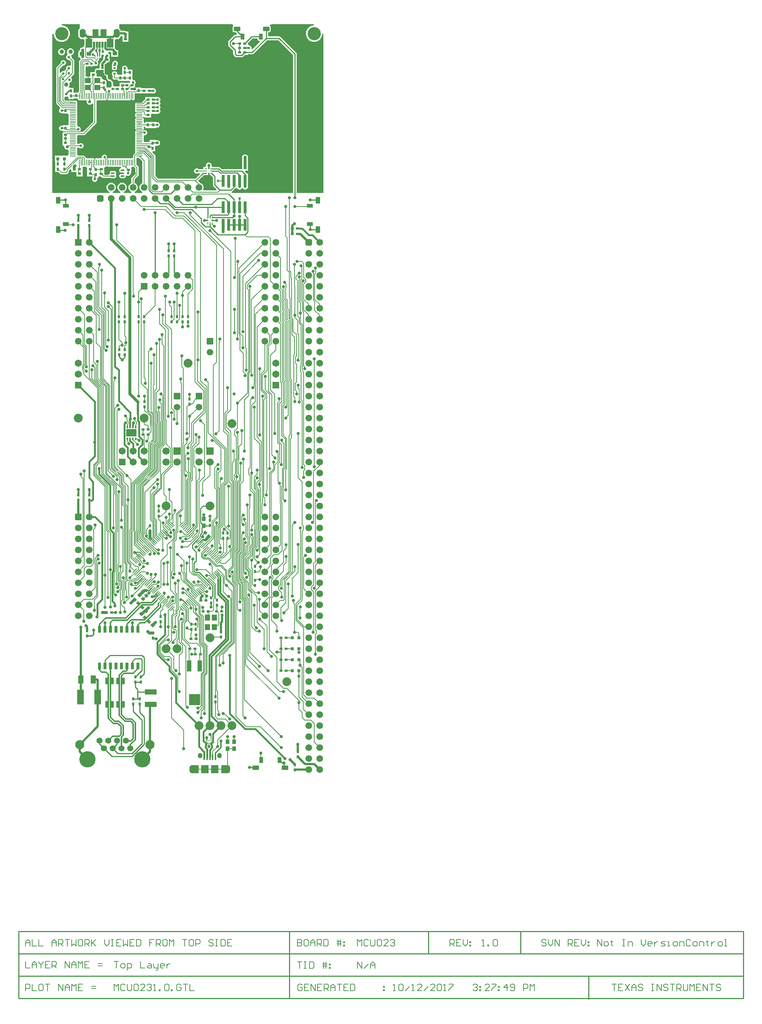
<source format=gtl>
G04 Layer_Physical_Order=1*
G04 Layer_Color=255*
%FSAX25Y25*%
%MOIN*%
G70*
G01*
G75*
%ADD10R,0.02362X0.03150*%
%ADD11R,0.03150X0.02362*%
G04:AMPARAMS|DCode=12|XSize=57.09mil|YSize=39.37mil|CornerRadius=1.97mil|HoleSize=0mil|Usage=FLASHONLY|Rotation=0.000|XOffset=0mil|YOffset=0mil|HoleType=Round|Shape=RoundedRectangle|*
%AMROUNDEDRECTD12*
21,1,0.05709,0.03543,0,0,0.0*
21,1,0.05315,0.03937,0,0,0.0*
1,1,0.00394,0.02658,-0.01772*
1,1,0.00394,-0.02658,-0.01772*
1,1,0.00394,-0.02658,0.01772*
1,1,0.00394,0.02658,0.01772*
%
%ADD12ROUNDEDRECTD12*%
G04:AMPARAMS|DCode=13|XSize=35.43mil|YSize=51.18mil|CornerRadius=1.95mil|HoleSize=0mil|Usage=FLASHONLY|Rotation=0.000|XOffset=0mil|YOffset=0mil|HoleType=Round|Shape=RoundedRectangle|*
%AMROUNDEDRECTD13*
21,1,0.03543,0.04728,0,0,0.0*
21,1,0.03154,0.05118,0,0,0.0*
1,1,0.00390,0.01577,-0.02364*
1,1,0.00390,-0.01577,-0.02364*
1,1,0.00390,-0.01577,0.02364*
1,1,0.00390,0.01577,0.02364*
%
%ADD13ROUNDEDRECTD13*%
G04:AMPARAMS|DCode=14|XSize=23.62mil|YSize=31.5mil|CornerRadius=0mil|HoleSize=0mil|Usage=FLASHONLY|Rotation=225.000|XOffset=0mil|YOffset=0mil|HoleType=Round|Shape=Rectangle|*
%AMROTATEDRECTD14*
4,1,4,-0.00278,0.01949,0.01949,-0.00278,0.00278,-0.01949,-0.01949,0.00278,-0.00278,0.01949,0.0*
%
%ADD14ROTATEDRECTD14*%

%ADD15R,0.03150X0.03150*%
%ADD16R,0.03740X0.03937*%
%ADD17R,0.03937X0.03740*%
%ADD18R,0.00787X0.01181*%
%ADD19R,0.00787X0.01378*%
%ADD20R,0.02913X0.10984*%
%ADD21R,0.05512X0.04724*%
%ADD22R,0.01181X0.02362*%
%ADD23R,0.02165X0.00984*%
%ADD24R,0.02165X0.00787*%
%ADD25R,0.01575X0.05315*%
%ADD26R,0.07087X0.07480*%
%ADD27R,0.09843X0.09843*%
%ADD28R,0.03937X0.09843*%
%ADD29R,0.04724X0.05512*%
G04:AMPARAMS|DCode=30|XSize=57.09mil|YSize=39.37mil|CornerRadius=1.97mil|HoleSize=0mil|Usage=FLASHONLY|Rotation=270.000|XOffset=0mil|YOffset=0mil|HoleType=Round|Shape=RoundedRectangle|*
%AMROUNDEDRECTD30*
21,1,0.05709,0.03543,0,0,270.0*
21,1,0.05315,0.03937,0,0,270.0*
1,1,0.00394,-0.01772,-0.02658*
1,1,0.00394,-0.01772,0.02658*
1,1,0.00394,0.01772,0.02658*
1,1,0.00394,0.01772,-0.02658*
%
%ADD30ROUNDEDRECTD30*%
G04:AMPARAMS|DCode=31|XSize=35.43mil|YSize=51.18mil|CornerRadius=1.95mil|HoleSize=0mil|Usage=FLASHONLY|Rotation=270.000|XOffset=0mil|YOffset=0mil|HoleType=Round|Shape=RoundedRectangle|*
%AMROUNDEDRECTD31*
21,1,0.03543,0.04728,0,0,270.0*
21,1,0.03154,0.05118,0,0,270.0*
1,1,0.00390,-0.02364,-0.01577*
1,1,0.00390,-0.02364,0.01577*
1,1,0.00390,0.02364,0.01577*
1,1,0.00390,0.02364,-0.01577*
%
%ADD31ROUNDEDRECTD31*%
G04:AMPARAMS|DCode=32|XSize=23.62mil|YSize=57.09mil|CornerRadius=2.01mil|HoleSize=0mil|Usage=FLASHONLY|Rotation=0.000|XOffset=0mil|YOffset=0mil|HoleType=Round|Shape=RoundedRectangle|*
%AMROUNDEDRECTD32*
21,1,0.02362,0.05307,0,0,0.0*
21,1,0.01961,0.05709,0,0,0.0*
1,1,0.00402,0.00980,-0.02654*
1,1,0.00402,-0.00980,-0.02654*
1,1,0.00402,-0.00980,0.02654*
1,1,0.00402,0.00980,0.02654*
%
%ADD32ROUNDEDRECTD32*%
%ADD33R,0.02992X0.06496*%
G04:AMPARAMS|DCode=34|XSize=11.81mil|YSize=23.62mil|CornerRadius=1.95mil|HoleSize=0mil|Usage=FLASHONLY|Rotation=180.000|XOffset=0mil|YOffset=0mil|HoleType=Round|Shape=RoundedRectangle|*
%AMROUNDEDRECTD34*
21,1,0.01181,0.01972,0,0,180.0*
21,1,0.00791,0.02362,0,0,180.0*
1,1,0.00390,-0.00396,0.00986*
1,1,0.00390,0.00396,0.00986*
1,1,0.00390,0.00396,-0.00986*
1,1,0.00390,-0.00396,-0.00986*
%
%ADD34ROUNDEDRECTD34*%
G04:AMPARAMS|DCode=35|XSize=64.96mil|YSize=94.49mil|CornerRadius=1.95mil|HoleSize=0mil|Usage=FLASHONLY|Rotation=90.000|XOffset=0mil|YOffset=0mil|HoleType=Round|Shape=RoundedRectangle|*
%AMROUNDEDRECTD35*
21,1,0.06496,0.09059,0,0,90.0*
21,1,0.06106,0.09449,0,0,90.0*
1,1,0.00390,0.04530,0.03053*
1,1,0.00390,0.04530,-0.03053*
1,1,0.00390,-0.04530,-0.03053*
1,1,0.00390,-0.04530,0.03053*
%
%ADD35ROUNDEDRECTD35*%
G04:AMPARAMS|DCode=36|XSize=7.87mil|YSize=55.12mil|CornerRadius=0mil|HoleSize=0mil|Usage=FLASHONLY|Rotation=315.000|XOffset=0mil|YOffset=0mil|HoleType=Round|Shape=Round|*
%AMOVALD36*
21,1,0.04724,0.00787,0.00000,0.00000,45.0*
1,1,0.00787,-0.01670,-0.01670*
1,1,0.00787,0.01670,0.01670*
%
%ADD36OVALD36*%

G04:AMPARAMS|DCode=37|XSize=7.87mil|YSize=55.12mil|CornerRadius=0mil|HoleSize=0mil|Usage=FLASHONLY|Rotation=45.000|XOffset=0mil|YOffset=0mil|HoleType=Round|Shape=Round|*
%AMOVALD37*
21,1,0.04724,0.00787,0.00000,0.00000,135.0*
1,1,0.00787,0.01670,-0.01670*
1,1,0.00787,-0.01670,0.01670*
%
%ADD37OVALD37*%

%ADD38R,0.05118X0.07284*%
%ADD39R,0.06299X0.13386*%
%ADD40R,0.10630X0.05118*%
%ADD41O,0.00787X0.05512*%
%ADD42O,0.05512X0.00787*%
%ADD43R,0.02362X0.01181*%
%ADD44R,0.00984X0.02165*%
%ADD45R,0.00787X0.02165*%
G04:AMPARAMS|DCode=46|XSize=17.72mil|YSize=54.33mil|CornerRadius=1.95mil|HoleSize=0mil|Usage=FLASHONLY|Rotation=0.000|XOffset=0mil|YOffset=0mil|HoleType=Round|Shape=RoundedRectangle|*
%AMROUNDEDRECTD46*
21,1,0.01772,0.05043,0,0,0.0*
21,1,0.01382,0.05433,0,0,0.0*
1,1,0.00390,0.00691,-0.02522*
1,1,0.00390,-0.00691,-0.02522*
1,1,0.00390,-0.00691,0.02522*
1,1,0.00390,0.00691,0.02522*
%
%ADD46ROUNDEDRECTD46*%
G04:AMPARAMS|DCode=47|XSize=54.13mil|YSize=74.8mil|CornerRadius=1.9mil|HoleSize=0mil|Usage=FLASHONLY|Rotation=0.000|XOffset=0mil|YOffset=0mil|HoleType=Round|Shape=RoundedRectangle|*
%AMROUNDEDRECTD47*
21,1,0.05413,0.07101,0,0,0.0*
21,1,0.05034,0.07480,0,0,0.0*
1,1,0.00379,0.02517,-0.03551*
1,1,0.00379,-0.02517,-0.03551*
1,1,0.00379,-0.02517,0.03551*
1,1,0.00379,0.02517,0.03551*
%
%ADD47ROUNDEDRECTD47*%
G04:AMPARAMS|DCode=48|XSize=58.07mil|YSize=82.68mil|CornerRadius=2.03mil|HoleSize=0mil|Usage=FLASHONLY|Rotation=0.000|XOffset=0mil|YOffset=0mil|HoleType=Round|Shape=RoundedRectangle|*
%AMROUNDEDRECTD48*
21,1,0.05807,0.07861,0,0,0.0*
21,1,0.05401,0.08268,0,0,0.0*
1,1,0.00407,0.02700,-0.03931*
1,1,0.00407,-0.02700,-0.03931*
1,1,0.00407,-0.02700,0.03931*
1,1,0.00407,0.02700,0.03931*
%
%ADD48ROUNDEDRECTD48*%
G04:AMPARAMS|DCode=49|XSize=64.96mil|YSize=94.49mil|CornerRadius=1.95mil|HoleSize=0mil|Usage=FLASHONLY|Rotation=0.000|XOffset=0mil|YOffset=0mil|HoleType=Round|Shape=RoundedRectangle|*
%AMROUNDEDRECTD49*
21,1,0.06496,0.09059,0,0,0.0*
21,1,0.06106,0.09449,0,0,0.0*
1,1,0.00390,0.03053,-0.04530*
1,1,0.00390,-0.03053,-0.04530*
1,1,0.00390,-0.03053,0.04530*
1,1,0.00390,0.03053,0.04530*
%
%ADD49ROUNDEDRECTD49*%
G04:AMPARAMS|DCode=50|XSize=11.81mil|YSize=23.62mil|CornerRadius=1.95mil|HoleSize=0mil|Usage=FLASHONLY|Rotation=90.000|XOffset=0mil|YOffset=0mil|HoleType=Round|Shape=RoundedRectangle|*
%AMROUNDEDRECTD50*
21,1,0.01181,0.01972,0,0,90.0*
21,1,0.00791,0.02362,0,0,90.0*
1,1,0.00390,0.00986,0.00396*
1,1,0.00390,0.00986,-0.00396*
1,1,0.00390,-0.00986,-0.00396*
1,1,0.00390,-0.00986,0.00396*
%
%ADD50ROUNDEDRECTD50*%
G04:AMPARAMS|DCode=51|XSize=15.75mil|YSize=33.47mil|CornerRadius=1.97mil|HoleSize=0mil|Usage=FLASHONLY|Rotation=90.000|XOffset=0mil|YOffset=0mil|HoleType=Round|Shape=RoundedRectangle|*
%AMROUNDEDRECTD51*
21,1,0.01575,0.02953,0,0,90.0*
21,1,0.01181,0.03347,0,0,90.0*
1,1,0.00394,0.01476,0.00591*
1,1,0.00394,0.01476,-0.00591*
1,1,0.00394,-0.01476,-0.00591*
1,1,0.00394,-0.01476,0.00591*
%
%ADD51ROUNDEDRECTD51*%
%ADD52R,0.03150X0.03150*%
%ADD53C,0.01300*%
%ADD54C,0.01000*%
%ADD55C,0.00900*%
%ADD56C,0.01500*%
%ADD57C,0.00600*%
%ADD58C,0.00800*%
%ADD59C,0.02000*%
%ADD60C,0.02500*%
%ADD61C,0.01200*%
%ADD62C,0.00700*%
%ADD63C,0.00866*%
%ADD64R,0.05512X0.07480*%
%ADD65C,0.08000*%
G04:AMPARAMS|DCode=66|XSize=59.06mil|YSize=59.06mil|CornerRadius=2.07mil|HoleSize=0mil|Usage=FLASHONLY|Rotation=270.000|XOffset=0mil|YOffset=0mil|HoleType=Round|Shape=RoundedRectangle|*
%AMROUNDEDRECTD66*
21,1,0.05906,0.05492,0,0,270.0*
21,1,0.05492,0.05906,0,0,270.0*
1,1,0.00413,-0.02746,-0.02746*
1,1,0.00413,-0.02746,0.02746*
1,1,0.00413,0.02746,0.02746*
1,1,0.00413,0.02746,-0.02746*
%
%ADD66ROUNDEDRECTD66*%
%ADD67C,0.05906*%
%ADD68C,0.06693*%
%ADD69R,0.06693X0.06693*%
%ADD70C,0.12000*%
%ADD71R,0.06102X0.06102*%
%ADD72C,0.06102*%
%ADD73O,0.04134X0.04921*%
%ADD74O,0.04823X0.07480*%
%ADD75C,0.05512*%
%ADD76C,0.14800*%
%ADD77C,0.08268*%
%ADD78R,0.06496X0.06496*%
%ADD79C,0.06496*%
G04:AMPARAMS|DCode=80|XSize=82.68mil|YSize=55.12mil|CornerRadius=27.56mil|HoleSize=0mil|Usage=FLASHONLY|Rotation=270.000|XOffset=0mil|YOffset=0mil|HoleType=Round|Shape=RoundedRectangle|*
%AMROUNDEDRECTD80*
21,1,0.08268,0.00000,0,0,270.0*
21,1,0.02756,0.05512,0,0,270.0*
1,1,0.05512,0.00000,-0.01378*
1,1,0.05512,0.00000,0.01378*
1,1,0.05512,0.00000,0.01378*
1,1,0.05512,0.00000,-0.01378*
%
%ADD80ROUNDEDRECTD80*%
G04:AMPARAMS|DCode=81|XSize=61.02mil|YSize=61.02mil|CornerRadius=15.26mil|HoleSize=0mil|Usage=FLASHONLY|Rotation=0.000|XOffset=0mil|YOffset=0mil|HoleType=Round|Shape=RoundedRectangle|*
%AMROUNDEDRECTD81*
21,1,0.06102,0.03051,0,0,0.0*
21,1,0.03051,0.06102,0,0,0.0*
1,1,0.03051,0.01526,-0.01526*
1,1,0.03051,-0.01526,-0.01526*
1,1,0.03051,-0.01526,0.01526*
1,1,0.03051,0.01526,0.01526*
%
%ADD81ROUNDEDRECTD81*%
G04:AMPARAMS|DCode=82|XSize=61.02mil|YSize=61.02mil|CornerRadius=1.83mil|HoleSize=0mil|Usage=FLASHONLY|Rotation=270.000|XOffset=0mil|YOffset=0mil|HoleType=Round|Shape=RoundedRectangle|*
%AMROUNDEDRECTD82*
21,1,0.06102,0.05736,0,0,270.0*
21,1,0.05736,0.06102,0,0,270.0*
1,1,0.00366,-0.02868,-0.02868*
1,1,0.00366,-0.02868,0.02868*
1,1,0.00366,0.02868,0.02868*
1,1,0.00366,0.02868,-0.02868*
%
%ADD82ROUNDEDRECTD82*%
%ADD83C,0.03900*%
%ADD84C,0.02800*%
%ADD85C,0.02400*%
%ADD86C,0.01969*%
G36*
X0115202Y0885362D02*
X0115513D01*
X0116188Y0885227D01*
X0116225Y0885235D01*
X0117225Y0884492D01*
Y0881371D01*
X0117333Y0880826D01*
X0117641Y0880365D01*
X0118103Y0880056D01*
X0118647Y0879948D01*
X0120122D01*
Y0877520D01*
X0120081Y0876537D01*
X0116700D01*
Y0876900D01*
X0115656Y0877944D01*
Y0879261D01*
X0115200D01*
Y0879300D01*
X0114300D01*
X0114200Y0879400D01*
X0110837D01*
Y0883281D01*
X0110700D01*
Y0885400D01*
X0115009D01*
X0115202Y0885362D01*
D02*
G37*
G36*
X0309044Y0925871D02*
X0307739Y0925742D01*
X0306335Y0925316D01*
X0305041Y0924624D01*
X0303907Y0923693D01*
X0302976Y0922559D01*
X0302284Y0921265D01*
X0301858Y0919860D01*
X0301714Y0918400D01*
X0301858Y0916940D01*
X0302284Y0915535D01*
X0302976Y0914241D01*
X0303907Y0913107D01*
X0305041Y0912176D01*
X0306335Y0911484D01*
X0307739Y0911058D01*
X0309200Y0910914D01*
X0310661Y0911058D01*
X0312065Y0911484D01*
X0313359Y0912176D01*
X0314493Y0913107D01*
X0315424Y0914241D01*
X0316116Y0915535D01*
X0316542Y0916940D01*
X0316671Y0918244D01*
X0317671Y0918195D01*
X0317671Y0773400D01*
X0293433D01*
Y0899900D01*
X0293301Y0900563D01*
X0292926Y0901126D01*
X0278638Y0915413D01*
X0278076Y0915789D01*
X0277413Y0915921D01*
X0267221D01*
Y0919535D01*
X0268145D01*
X0268690Y0919643D01*
X0269152Y0919952D01*
X0269461Y0920414D01*
X0269569Y0920959D01*
Y0924502D01*
X0269461Y0925047D01*
X0269152Y0925509D01*
X0269132Y0925796D01*
X0269378Y0926561D01*
X0271486Y0926871D01*
X0308995D01*
X0309044Y0925871D01*
D02*
G37*
G36*
X0124700Y0873900D02*
Y0870118D01*
X0123970Y0869630D01*
X0123816Y0869400D01*
X0120081D01*
Y0874536D01*
X0120122Y0875519D01*
X0123081D01*
X0124700Y0873900D01*
D02*
G37*
G36*
X0216967Y0787773D02*
Y0780667D01*
X0217099Y0780004D01*
X0217474Y0779442D01*
X0220332Y0776584D01*
X0219918Y0775584D01*
X0208548D01*
X0208049Y0776584D01*
X0208342Y0777290D01*
X0208488Y0778400D01*
X0208342Y0779510D01*
X0207913Y0780544D01*
X0207232Y0781432D01*
X0206344Y0782113D01*
X0205381Y0782512D01*
X0205353Y0782553D01*
X0203507Y0784400D01*
X0206991Y0787884D01*
X0207426Y0788174D01*
X0208918Y0789667D01*
X0210609D01*
X0210975Y0789739D01*
X0212924D01*
Y0789739D01*
X0213476D01*
Y0789739D01*
X0215000D01*
X0216967Y0787773D01*
D02*
G37*
G36*
X0085319Y0860727D02*
Y0858763D01*
X0090081D01*
Y0859263D01*
X0093684D01*
X0093789Y0858731D01*
X0094142Y0858204D01*
X0094669Y0857851D01*
X0095291Y0857728D01*
X0095913Y0857851D01*
X0096078Y0857962D01*
X0096244Y0857851D01*
X0096866Y0857728D01*
X0097487Y0857851D01*
X0097653Y0857962D01*
X0097819Y0857851D01*
X0098440Y0857728D01*
X0099062Y0857851D01*
X0099228Y0857962D01*
X0099393Y0857851D01*
X0100015Y0857728D01*
X0100637Y0857851D01*
X0100803Y0857962D01*
X0100968Y0857851D01*
X0101447Y0857756D01*
X0101817Y0857395D01*
X0102167Y0856882D01*
X0102078Y0856203D01*
X0102167Y0855524D01*
X0102429Y0854892D01*
X0102846Y0854349D01*
X0103389Y0853932D01*
X0104021Y0853670D01*
X0104700Y0853581D01*
X0105379Y0853670D01*
X0106011Y0853932D01*
X0106554Y0854349D01*
X0106884Y0854778D01*
X0107281Y0854758D01*
X0107884Y0854498D01*
Y0838319D01*
X0098557Y0828992D01*
X0096589D01*
X0096572Y0829010D01*
X0096146Y0829992D01*
X0096461Y0830464D01*
X0096647Y0831400D01*
X0096461Y0832336D01*
X0095930Y0833130D01*
X0095136Y0833661D01*
X0094200Y0833847D01*
X0093901Y0834016D01*
X0093249Y0834715D01*
X0093372Y0835337D01*
X0093249Y0835959D01*
X0093138Y0836124D01*
X0093249Y0836290D01*
X0093372Y0836912D01*
X0093249Y0837533D01*
X0093138Y0837699D01*
X0093249Y0837865D01*
X0093372Y0838486D01*
X0093249Y0839108D01*
X0093138Y0839274D01*
X0093249Y0839439D01*
X0093372Y0840061D01*
X0093249Y0840683D01*
X0093138Y0840849D01*
X0093249Y0841014D01*
X0093372Y0841636D01*
X0093249Y0842258D01*
X0093138Y0842424D01*
X0093249Y0842589D01*
X0093372Y0843211D01*
X0093249Y0843833D01*
X0093138Y0843998D01*
X0093249Y0844164D01*
X0093372Y0844786D01*
X0093249Y0845407D01*
X0093138Y0845573D01*
X0093249Y0845739D01*
X0093372Y0846360D01*
X0093249Y0846982D01*
X0093138Y0847148D01*
X0093249Y0847313D01*
X0093372Y0847935D01*
X0093249Y0848557D01*
X0093138Y0848723D01*
X0093249Y0848888D01*
X0093372Y0849510D01*
X0093249Y0850132D01*
X0093138Y0850298D01*
X0093249Y0850463D01*
X0093372Y0851085D01*
X0093249Y0851707D01*
X0093138Y0851872D01*
X0093249Y0852038D01*
X0093372Y0852660D01*
X0093249Y0853281D01*
X0093138Y0853447D01*
X0093249Y0853613D01*
X0093372Y0854235D01*
X0093249Y0854856D01*
X0093138Y0855022D01*
X0093249Y0855188D01*
X0093372Y0855809D01*
X0093249Y0856431D01*
X0092896Y0856958D01*
X0092369Y0857310D01*
X0091747Y0857434D01*
X0087023D01*
X0086999Y0857429D01*
X0082672D01*
X0081729Y0858372D01*
Y0860385D01*
X0082729Y0861047D01*
X0083200Y0860953D01*
X0084136Y0861139D01*
X0084319Y0861261D01*
X0085319Y0860727D01*
D02*
G37*
G36*
X0095671Y0924400D02*
X0095787Y0923815D01*
X0096039Y0923437D01*
X0095327Y0922891D01*
X0094693Y0922064D01*
X0094295Y0921102D01*
X0094159Y0920069D01*
Y0917313D01*
X0094295Y0916281D01*
X0094693Y0915318D01*
X0095327Y0914492D01*
X0096154Y0913858D01*
X0097116Y0913459D01*
X0098149Y0913323D01*
X0098874Y0913419D01*
X0099628Y0912947D01*
X0099874Y0912664D01*
Y0907812D01*
X0099747Y0907685D01*
X0099393Y0907155D01*
X0099309Y0906736D01*
X0099041Y0906393D01*
X0098269Y0905924D01*
X0098200Y0905937D01*
X0097244Y0905747D01*
X0096434Y0905206D01*
X0095892Y0904395D01*
X0095702Y0903439D01*
Y0902970D01*
X0094382D01*
Y0896830D01*
X0095815D01*
X0095892Y0896444D01*
X0096434Y0895634D01*
X0096469Y0895276D01*
X0095329Y0894136D01*
X0094976Y0893607D01*
X0094851Y0892983D01*
Y0865615D01*
X0094669Y0865578D01*
X0094142Y0865226D01*
X0093866Y0864813D01*
X0090081D01*
Y0869037D01*
X0086227D01*
X0085741Y0870037D01*
X0085952Y0870311D01*
X0086269Y0871078D01*
X0086377Y0871900D01*
X0086269Y0872722D01*
X0086153Y0873002D01*
X0086155Y0873041D01*
X0086669Y0874002D01*
X0086754Y0874063D01*
X0087136Y0874139D01*
X0087930Y0874670D01*
X0088461Y0875464D01*
X0088647Y0876400D01*
X0088461Y0877336D01*
X0087930Y0878130D01*
X0087925Y0878134D01*
X0087827Y0879129D01*
X0090143Y0881445D01*
X0090474Y0881941D01*
X0090590Y0882526D01*
Y0893539D01*
X0090474Y0894124D01*
X0090143Y0894620D01*
X0088100Y0896663D01*
X0088147Y0896900D01*
X0087965Y0897815D01*
X0087961Y0897843D01*
X0087973Y0898041D01*
X0088396Y0898986D01*
X0088789Y0899148D01*
X0089447Y0899653D01*
X0089951Y0900311D01*
X0090269Y0901078D01*
X0090377Y0901900D01*
X0090269Y0902722D01*
X0089951Y0903489D01*
X0089447Y0904147D01*
X0088789Y0904652D01*
X0088022Y0904969D01*
X0087200Y0905077D01*
X0086378Y0904969D01*
X0085611Y0904652D01*
X0084953Y0904147D01*
X0084448Y0903489D01*
X0084131Y0902722D01*
X0084023Y0901900D01*
X0084131Y0901078D01*
X0084448Y0900311D01*
X0084577Y0900143D01*
X0084609Y0899977D01*
X0084399Y0898955D01*
X0084336Y0898875D01*
X0083970Y0898630D01*
X0083439Y0897836D01*
X0083253Y0896900D01*
X0083439Y0895964D01*
X0083970Y0895170D01*
X0084764Y0894639D01*
X0085700Y0894453D01*
X0085937Y0894500D01*
X0087532Y0892906D01*
Y0889765D01*
X0086730Y0889224D01*
X0086532Y0889182D01*
X0085700Y0889347D01*
X0084764Y0889161D01*
X0083970Y0888630D01*
X0083439Y0887836D01*
X0083253Y0886900D01*
X0083371Y0886308D01*
X0082331Y0885269D01*
X0082000Y0884773D01*
X0081668Y0884213D01*
X0080930Y0884301D01*
X0080700Y0884347D01*
X0079764Y0884161D01*
X0078970Y0883630D01*
X0078439Y0882836D01*
X0078404Y0882661D01*
X0078229Y0882565D01*
X0077229Y0883156D01*
Y0886267D01*
X0080463Y0889500D01*
X0080700Y0889453D01*
X0081636Y0889639D01*
X0082430Y0890170D01*
X0082961Y0890964D01*
X0083147Y0891900D01*
X0082961Y0892836D01*
X0082430Y0893630D01*
X0081636Y0894161D01*
X0080700Y0894347D01*
X0079764Y0894161D01*
X0078970Y0893630D01*
X0078439Y0892836D01*
X0078253Y0891900D01*
X0078300Y0891663D01*
X0074619Y0887981D01*
X0074287Y0887485D01*
X0074171Y0886900D01*
Y0855495D01*
X0074287Y0854910D01*
X0074619Y0854414D01*
X0077607Y0851425D01*
X0077481Y0850138D01*
X0077470Y0850130D01*
X0076939Y0849336D01*
X0076753Y0848400D01*
X0076939Y0847464D01*
X0077470Y0846670D01*
X0078264Y0846139D01*
X0079200Y0845953D01*
X0079319Y0845977D01*
X0080319Y0845625D01*
Y0845625D01*
X0084556D01*
X0085391Y0844793D01*
X0085404Y0844759D01*
X0085522Y0844164D01*
X0085632Y0843998D01*
X0085522Y0843833D01*
X0085398Y0843211D01*
X0085522Y0842589D01*
X0085632Y0842424D01*
X0085522Y0842258D01*
X0085398Y0841636D01*
X0085522Y0841014D01*
X0085632Y0840849D01*
X0085522Y0840683D01*
X0085398Y0840061D01*
X0085522Y0839439D01*
X0085632Y0839274D01*
X0085522Y0839108D01*
X0085398Y0838486D01*
X0085522Y0837865D01*
X0085632Y0837699D01*
X0085522Y0837533D01*
X0085398Y0836912D01*
X0085522Y0836290D01*
X0085632Y0836124D01*
X0085522Y0835959D01*
X0085149Y0835295D01*
X0084424Y0835175D01*
X0080319D01*
Y0835175D01*
X0079319Y0834823D01*
X0079200Y0834847D01*
X0078264Y0834661D01*
X0077470Y0834130D01*
X0076939Y0833336D01*
X0076753Y0832400D01*
X0076939Y0831464D01*
X0077470Y0830670D01*
X0078264Y0830139D01*
X0079200Y0829953D01*
X0079319Y0829977D01*
X0079623Y0829870D01*
X0079916Y0829190D01*
X0079925Y0828781D01*
X0079925D01*
Y0824019D01*
Y0820519D01*
Y0816519D01*
X0080854D01*
X0081593Y0815519D01*
X0081578Y0815400D01*
X0081667Y0814721D01*
X0081929Y0814089D01*
X0082346Y0813546D01*
X0082889Y0813129D01*
X0083521Y0812867D01*
X0084200Y0812778D01*
X0084680Y0812841D01*
X0084904Y0812707D01*
X0085157Y0812465D01*
X0085460Y0812025D01*
X0085398Y0811715D01*
X0085522Y0811093D01*
X0085632Y0810927D01*
X0085522Y0810762D01*
X0085398Y0810140D01*
X0085522Y0809518D01*
X0085632Y0809353D01*
X0085522Y0809187D01*
X0085398Y0808565D01*
X0085461Y0808250D01*
X0084984Y0807425D01*
X0084790Y0807238D01*
X0084475Y0807222D01*
Y0807222D01*
X0078925D01*
Y0807222D01*
X0078475D01*
Y0807222D01*
X0072925D01*
Y0801672D01*
X0073319D01*
Y0797035D01*
Y0792310D01*
X0076312D01*
X0077804Y0790819D01*
X0078300Y0790487D01*
X0078885Y0790371D01*
X0083200D01*
X0083785Y0790487D01*
X0084281Y0790819D01*
X0085281Y0791819D01*
X0085613Y0792315D01*
X0085729Y0792900D01*
Y0793841D01*
X0087001Y0795113D01*
X0087925Y0794730D01*
Y0792519D01*
X0090112D01*
X0090700Y0792402D01*
X0091288Y0792519D01*
X0092650D01*
Y0788519D01*
X0098199D01*
Y0793281D01*
X0098199D01*
Y0796900D01*
X0098440Y0797098D01*
X0099062Y0797222D01*
X0099228Y0797332D01*
X0099393Y0797222D01*
X0100015Y0797098D01*
X0100637Y0797222D01*
X0100803Y0797332D01*
X0100968Y0797222D01*
X0101493Y0797117D01*
X0101590Y0797098D01*
X0102425Y0796253D01*
Y0792519D01*
Y0788519D01*
X0105753D01*
X0106062Y0788457D01*
X0107167D01*
X0107407Y0787457D01*
X0106992Y0786836D01*
X0106806Y0785900D01*
X0106992Y0784964D01*
X0107523Y0784170D01*
X0108317Y0783639D01*
X0109253Y0783453D01*
X0110189Y0783639D01*
X0110983Y0784170D01*
X0111514Y0784964D01*
X0111700Y0785900D01*
X0111628Y0786263D01*
X0112340Y0787263D01*
X0112581D01*
Y0788428D01*
X0115118D01*
X0116083Y0787464D01*
X0116595Y0787121D01*
X0117200Y0787001D01*
X0123650D01*
X0123749Y0786934D01*
X0124294Y0786826D01*
X0127247D01*
X0127792Y0786934D01*
X0128254Y0787243D01*
X0128563Y0787705D01*
X0128642Y0788102D01*
X0128731Y0788236D01*
X0128851Y0788841D01*
X0128731Y0789446D01*
X0128642Y0789579D01*
X0128563Y0789976D01*
X0128467Y0790120D01*
X0128563Y0790264D01*
X0128671Y0790809D01*
Y0791990D01*
X0128563Y0792535D01*
X0128254Y0792998D01*
X0127792Y0793306D01*
X0127247Y0793415D01*
X0124294D01*
X0123749Y0793306D01*
X0123287Y0792998D01*
X0122978Y0792535D01*
X0122870Y0791990D01*
Y0790809D01*
X0121979Y0790162D01*
X0117938D01*
Y0792713D01*
Y0796346D01*
X0118913Y0797098D01*
X0119535Y0797222D01*
X0120062Y0797574D01*
X0120914D01*
X0121441Y0797222D01*
X0122062Y0797098D01*
X0122684Y0797222D01*
X0122850Y0797332D01*
X0123015Y0797222D01*
X0123637Y0797098D01*
X0124259Y0797222D01*
X0124425Y0797332D01*
X0124590Y0797222D01*
X0125212Y0797098D01*
X0125834Y0797222D01*
X0125999Y0797332D01*
X0126165Y0797222D01*
X0126787Y0797098D01*
X0127409Y0797222D01*
X0127574Y0797332D01*
X0127740Y0797222D01*
X0128362Y0797098D01*
X0128983Y0797222D01*
X0129149Y0797332D01*
X0129315Y0797222D01*
X0129936Y0797098D01*
X0130558Y0797222D01*
X0130724Y0797332D01*
X0130889Y0797222D01*
X0131511Y0797098D01*
X0132133Y0797222D01*
X0132299Y0797332D01*
X0132464Y0797222D01*
X0132971Y0797121D01*
X0133169Y0796970D01*
X0133166Y0796817D01*
X0132682Y0795880D01*
X0132607Y0795865D01*
X0132145Y0795556D01*
X0131837Y0795094D01*
X0131728Y0794549D01*
Y0793368D01*
X0131837Y0792823D01*
X0132145Y0792361D01*
X0132607Y0792053D01*
X0133152Y0791944D01*
X0135411D01*
X0136326Y0791082D01*
X0136337Y0791039D01*
X0136105Y0790856D01*
X0133152D01*
X0132607Y0790747D01*
X0132145Y0790438D01*
X0131837Y0789976D01*
X0131728Y0789431D01*
Y0788250D01*
X0131837Y0787705D01*
X0132145Y0787243D01*
X0132607Y0786934D01*
X0133152Y0786826D01*
X0136105D01*
X0136650Y0786934D01*
X0137112Y0787243D01*
X0137421Y0787705D01*
X0137529Y0788250D01*
Y0788761D01*
X0138529Y0789296D01*
X0138764Y0789139D01*
X0139700Y0788953D01*
X0140636Y0789139D01*
X0141430Y0789670D01*
X0141961Y0790464D01*
X0142112Y0791226D01*
X0142613Y0792019D01*
X0142613Y0792019D01*
X0142613Y0792019D01*
X0142613Y0796731D01*
X0143408Y0797275D01*
X0143488Y0797222D01*
X0144110Y0797098D01*
X0144731Y0797222D01*
X0144831Y0797288D01*
X0146271Y0795848D01*
Y0790664D01*
X0143119Y0787512D01*
X0142787Y0787015D01*
X0142671Y0786430D01*
Y0782368D01*
X0142056Y0782113D01*
X0141168Y0781432D01*
X0140487Y0780544D01*
X0140058Y0779510D01*
X0139912Y0778400D01*
X0140058Y0777290D01*
X0140487Y0776256D01*
X0141168Y0775368D01*
X0142056Y0774687D01*
X0142748Y0774400D01*
X0142549Y0773400D01*
X0135851D01*
X0135652Y0774400D01*
X0136344Y0774687D01*
X0137232Y0775368D01*
X0137913Y0776256D01*
X0138342Y0777290D01*
X0138488Y0778400D01*
X0138342Y0779510D01*
X0137913Y0780544D01*
X0137232Y0781432D01*
X0136344Y0782113D01*
X0135310Y0782542D01*
X0134200Y0782688D01*
X0133090Y0782542D01*
X0132056Y0782113D01*
X0131168Y0781432D01*
X0130487Y0780544D01*
X0130058Y0779510D01*
X0129912Y0778400D01*
X0130058Y0777290D01*
X0130487Y0776256D01*
X0131168Y0775368D01*
X0132056Y0774687D01*
X0132748Y0774400D01*
X0132549Y0773400D01*
X0125851D01*
X0125652Y0774400D01*
X0126344Y0774687D01*
X0127232Y0775368D01*
X0127913Y0776256D01*
X0128342Y0777290D01*
X0128488Y0778400D01*
X0128342Y0779510D01*
X0127913Y0780544D01*
X0127232Y0781432D01*
X0126344Y0782113D01*
X0125310Y0782542D01*
X0124200Y0782688D01*
X0123090Y0782542D01*
X0122056Y0782113D01*
X0121168Y0781432D01*
X0120487Y0780544D01*
X0120058Y0779510D01*
X0119912Y0778400D01*
X0120058Y0777290D01*
X0120487Y0776256D01*
X0121168Y0775368D01*
X0122056Y0774687D01*
X0122748Y0774400D01*
X0122549Y0773400D01*
X0070729D01*
Y0918195D01*
X0071729Y0918244D01*
X0071858Y0916940D01*
X0072284Y0915535D01*
X0072976Y0914241D01*
X0073907Y0913107D01*
X0075041Y0912176D01*
X0076335Y0911484D01*
X0077740Y0911058D01*
X0079200Y0910914D01*
X0080660Y0911058D01*
X0082065Y0911484D01*
X0083359Y0912176D01*
X0084493Y0913107D01*
X0085424Y0914241D01*
X0086116Y0915535D01*
X0086542Y0916940D01*
X0086686Y0918400D01*
X0086542Y0919860D01*
X0086116Y0921265D01*
X0085424Y0922559D01*
X0084493Y0923693D01*
X0083359Y0924624D01*
X0082065Y0925316D01*
X0080660Y0925742D01*
X0079356Y0925871D01*
X0079405Y0926871D01*
X0095671D01*
Y0924400D01*
D02*
G37*
G36*
X0233914Y0926871D02*
X0235267Y0926672D01*
X0235438Y0925636D01*
X0235248Y0925509D01*
X0234939Y0925047D01*
X0234831Y0924502D01*
Y0920959D01*
X0234939Y0920414D01*
X0235248Y0919952D01*
X0235710Y0919643D01*
X0236255Y0919535D01*
X0237622D01*
X0237687Y0919438D01*
X0238824Y0918301D01*
X0238441Y0917377D01*
X0237444D01*
X0236781Y0917245D01*
X0236218Y0916870D01*
X0231474Y0912126D01*
X0231099Y0911563D01*
X0230967Y0910900D01*
Y0907900D01*
X0231099Y0907237D01*
X0231474Y0906674D01*
X0235467Y0902682D01*
Y0899900D01*
X0235599Y0899237D01*
X0235974Y0898674D01*
X0237156Y0897493D01*
X0237718Y0897118D01*
X0238381Y0896986D01*
X0243381D01*
X0244044Y0897118D01*
X0244607Y0897493D01*
X0246132Y0899019D01*
X0248837D01*
Y0899667D01*
X0252700D01*
X0253363Y0899799D01*
X0253926Y0900174D01*
X0266205Y0912454D01*
X0276695D01*
X0289967Y0899182D01*
Y0773400D01*
X0234264D01*
X0234141Y0773748D01*
X0234098Y0774400D01*
X0234508Y0774674D01*
X0237426Y0777592D01*
X0237495Y0777696D01*
X0239118D01*
X0239470Y0777170D01*
X0240264Y0776639D01*
X0241200Y0776453D01*
X0242136Y0776639D01*
X0242930Y0777170D01*
X0243200Y0777574D01*
X0244200D01*
X0244470Y0777170D01*
X0245264Y0776639D01*
X0246200Y0776453D01*
X0247136Y0776639D01*
X0247930Y0777170D01*
X0248282Y0777696D01*
X0248857D01*
Y0791080D01*
X0247790D01*
X0247426Y0791626D01*
X0246255Y0792796D01*
X0246638Y0793720D01*
X0248857D01*
Y0807104D01*
X0248516D01*
X0248471Y0807211D01*
X0248054Y0807754D01*
X0247511Y0808171D01*
X0246879Y0808433D01*
X0246200Y0808522D01*
X0245521Y0808433D01*
X0244889Y0808171D01*
X0244346Y0807754D01*
X0243929Y0807211D01*
X0243884Y0807104D01*
X0243543D01*
Y0795394D01*
X0243212Y0795121D01*
X0224930D01*
X0223457Y0796594D01*
X0222895Y0796970D01*
X0222232Y0797102D01*
X0216559D01*
X0216328Y0797275D01*
X0215783Y0798102D01*
X0215822Y0798400D01*
X0215733Y0799079D01*
X0215471Y0799711D01*
X0215054Y0800254D01*
X0214511Y0800671D01*
X0213879Y0800933D01*
X0213200Y0801022D01*
X0212521Y0800933D01*
X0211889Y0800671D01*
X0211346Y0800254D01*
X0210929Y0799711D01*
X0210667Y0799079D01*
X0210578Y0798400D01*
X0210622Y0798061D01*
X0210117Y0797272D01*
X0209858Y0797061D01*
X0208358D01*
Y0795031D01*
X0203996D01*
X0203930Y0795130D01*
X0203136Y0795661D01*
X0202200Y0795847D01*
X0201264Y0795661D01*
X0200470Y0795130D01*
X0199939Y0794336D01*
X0199753Y0793400D01*
X0199939Y0792464D01*
X0200470Y0791670D01*
X0201264Y0791139D01*
X0202200Y0790953D01*
X0203136Y0791139D01*
X0203887Y0791641D01*
X0204589Y0791595D01*
X0204626Y0791543D01*
X0204961Y0790660D01*
X0204971Y0790620D01*
X0204684Y0790191D01*
X0200924Y0786431D01*
X0167230D01*
X0164679Y0788983D01*
Y0806771D01*
X0164554Y0807395D01*
X0164201Y0807925D01*
X0161786Y0810339D01*
X0162169Y0811263D01*
X0164200D01*
Y0815897D01*
X0164399Y0816108D01*
X0165200Y0816500D01*
X0165521Y0816367D01*
X0166200Y0816278D01*
X0166879Y0816367D01*
X0167511Y0816629D01*
X0168054Y0817046D01*
X0168471Y0817589D01*
X0168733Y0818221D01*
X0168822Y0818900D01*
X0168733Y0819579D01*
X0168471Y0820211D01*
X0168054Y0820754D01*
X0167511Y0821171D01*
X0166879Y0821433D01*
X0166200Y0821522D01*
X0165521Y0821433D01*
X0165200Y0821300D01*
X0164200Y0821537D01*
X0164200Y0821537D01*
X0159438D01*
Y0819999D01*
X0159111Y0819731D01*
X0154466D01*
X0154392Y0819833D01*
X0153911Y0820705D01*
X0154002Y0821164D01*
X0153879Y0821785D01*
X0153768Y0821951D01*
X0153879Y0822117D01*
X0154002Y0822738D01*
X0153879Y0823360D01*
X0153768Y0823526D01*
X0153879Y0823691D01*
X0154002Y0824313D01*
X0153879Y0824935D01*
X0153768Y0825101D01*
X0153879Y0825266D01*
X0154700Y0825953D01*
X0155636Y0826139D01*
X0156430Y0826670D01*
X0156961Y0827464D01*
X0157147Y0828400D01*
X0156961Y0829336D01*
X0156430Y0830130D01*
X0155636Y0830661D01*
X0154700Y0830847D01*
X0154586Y0830824D01*
X0154233Y0831194D01*
X0153907Y0831709D01*
X0154002Y0832187D01*
X0153891Y0832747D01*
X0153926Y0832901D01*
X0154337Y0833706D01*
X0155319D01*
Y0832487D01*
X0160081D01*
Y0832487D01*
X0160319D01*
Y0832487D01*
X0165081D01*
Y0832487D01*
X0166081Y0832977D01*
X0166200Y0832953D01*
X0167136Y0833139D01*
X0167930Y0833670D01*
X0168461Y0834464D01*
X0168647Y0835400D01*
X0168461Y0836336D01*
X0167930Y0837130D01*
X0167136Y0837661D01*
X0166200Y0837847D01*
X0166081Y0837823D01*
X0165081Y0838037D01*
Y0838037D01*
X0160319D01*
Y0838037D01*
X0160081D01*
Y0838037D01*
X0155319D01*
Y0836968D01*
X0154337D01*
X0153926Y0837772D01*
X0153891Y0837927D01*
X0154002Y0838486D01*
X0153879Y0839108D01*
X0153768Y0839274D01*
X0153879Y0839439D01*
X0154002Y0840061D01*
X0153879Y0840683D01*
X0153526Y0841210D01*
Y0842062D01*
X0153738Y0842379D01*
X0154691Y0842399D01*
X0155201Y0842019D01*
X0155201Y0842019D01*
X0160750D01*
Y0845519D01*
X0165475D01*
X0165475Y0845519D01*
X0166467Y0845499D01*
X0166700Y0845453D01*
X0167636Y0845639D01*
X0168430Y0846170D01*
X0168961Y0846964D01*
X0169147Y0847900D01*
X0168961Y0848836D01*
X0168443Y0849650D01*
X0168961Y0850464D01*
X0169147Y0851400D01*
X0168961Y0852336D01*
X0168443Y0853150D01*
X0168961Y0853964D01*
X0169147Y0854900D01*
X0168961Y0855836D01*
X0168443Y0856650D01*
X0168961Y0857464D01*
X0169147Y0858400D01*
X0168961Y0859336D01*
X0168430Y0860130D01*
X0167636Y0860661D01*
X0166700Y0860847D01*
X0166467Y0860801D01*
X0165475Y0860781D01*
X0165475Y0860781D01*
X0165475Y0860781D01*
X0155201D01*
Y0858920D01*
X0152147Y0855866D01*
X0150015D01*
X0149983Y0855859D01*
X0147653D01*
X0147031Y0855736D01*
X0146504Y0855383D01*
X0146152Y0854856D01*
X0146028Y0854235D01*
X0146152Y0853613D01*
X0146262Y0853447D01*
X0146152Y0853281D01*
X0146028Y0852660D01*
X0146152Y0852038D01*
X0146262Y0851872D01*
X0146152Y0851707D01*
X0146028Y0851085D01*
X0146152Y0850463D01*
X0146262Y0850298D01*
X0146152Y0850132D01*
X0146028Y0849510D01*
X0146152Y0848888D01*
X0146262Y0848723D01*
X0146152Y0848557D01*
X0146028Y0847935D01*
X0146152Y0847313D01*
X0146504Y0846786D01*
Y0845935D01*
X0146152Y0845407D01*
X0146028Y0844786D01*
X0146152Y0844164D01*
X0146262Y0843998D01*
X0146152Y0843833D01*
X0146028Y0843211D01*
X0146152Y0842589D01*
X0146504Y0842062D01*
Y0841210D01*
X0146152Y0840683D01*
X0146028Y0840061D01*
X0146152Y0839439D01*
X0146262Y0839274D01*
X0146152Y0839108D01*
X0146028Y0838486D01*
X0146152Y0837865D01*
X0146262Y0837699D01*
X0146152Y0837533D01*
X0146028Y0836912D01*
X0146152Y0836290D01*
X0146262Y0836124D01*
X0146152Y0835959D01*
X0146028Y0835337D01*
X0146152Y0834715D01*
X0146262Y0834550D01*
X0146152Y0834384D01*
X0146028Y0833762D01*
X0146152Y0833140D01*
X0146262Y0832975D01*
X0146152Y0832809D01*
X0146028Y0832187D01*
X0146152Y0831565D01*
X0146504Y0831038D01*
Y0830187D01*
X0146152Y0829659D01*
X0146028Y0829038D01*
X0146152Y0828416D01*
X0146262Y0828250D01*
X0146152Y0828085D01*
X0146028Y0827463D01*
X0146152Y0826841D01*
X0146262Y0826675D01*
X0146152Y0826510D01*
X0146028Y0825888D01*
X0146152Y0825266D01*
X0146262Y0825101D01*
X0146152Y0824935D01*
X0146028Y0824313D01*
X0146152Y0823691D01*
X0146262Y0823526D01*
X0146152Y0823360D01*
X0146028Y0822738D01*
X0146152Y0822117D01*
X0146262Y0821951D01*
X0146152Y0821785D01*
X0146028Y0821164D01*
X0146152Y0820542D01*
X0146262Y0820376D01*
X0146152Y0820211D01*
X0146028Y0819589D01*
X0146152Y0818967D01*
X0146262Y0818801D01*
X0146152Y0818636D01*
X0146028Y0818014D01*
X0146152Y0817392D01*
X0146262Y0817227D01*
X0146152Y0817061D01*
X0146028Y0816439D01*
X0146152Y0815817D01*
X0146262Y0815652D01*
X0146152Y0815486D01*
X0146028Y0814864D01*
X0146152Y0814243D01*
X0146262Y0814077D01*
X0146152Y0813911D01*
X0146028Y0813290D01*
X0146152Y0812668D01*
X0146262Y0812502D01*
X0146152Y0812337D01*
X0146028Y0811715D01*
X0146152Y0811093D01*
X0146262Y0810927D01*
X0146152Y0810762D01*
X0146028Y0810140D01*
X0146152Y0809518D01*
X0146153Y0809516D01*
X0144619Y0807981D01*
X0144287Y0807485D01*
X0144171Y0806900D01*
Y0805231D01*
X0143240Y0804893D01*
X0143157Y0804948D01*
X0142535Y0805072D01*
X0141913Y0804948D01*
X0141747Y0804838D01*
X0141582Y0804948D01*
X0140960Y0805072D01*
X0140338Y0804948D01*
X0140173Y0804838D01*
X0140007Y0804948D01*
X0139385Y0805072D01*
X0138763Y0804948D01*
X0138598Y0804838D01*
X0138432Y0804948D01*
X0137811Y0805072D01*
X0137189Y0804948D01*
X0137023Y0804838D01*
X0136857Y0804948D01*
X0136236Y0805072D01*
X0135614Y0804948D01*
X0135448Y0804838D01*
X0135283Y0804948D01*
X0134661Y0805072D01*
X0134039Y0804948D01*
X0133873Y0804838D01*
X0133708Y0804948D01*
X0133086Y0805072D01*
X0132464Y0804948D01*
X0132299Y0804838D01*
X0132133Y0804948D01*
X0131511Y0805072D01*
X0130889Y0804948D01*
X0130724Y0804838D01*
X0130558Y0804948D01*
X0129936Y0805072D01*
X0129315Y0804948D01*
X0129149Y0804838D01*
X0128983Y0804948D01*
X0128362Y0805072D01*
X0127740Y0804948D01*
X0127574Y0804838D01*
X0127409Y0804948D01*
X0126787Y0805072D01*
X0126165Y0804948D01*
X0125999Y0804838D01*
X0125834Y0804948D01*
X0125212Y0805072D01*
X0124590Y0804948D01*
X0124425Y0804838D01*
X0124259Y0804948D01*
X0123637Y0805072D01*
X0123015Y0804948D01*
X0122850Y0804838D01*
X0122684Y0804948D01*
X0122062Y0805072D01*
X0121441Y0804948D01*
X0120583Y0805578D01*
X0120647Y0805900D01*
X0120461Y0806836D01*
X0119930Y0807630D01*
X0119136Y0808161D01*
X0118200Y0808347D01*
X0117264Y0808161D01*
X0116470Y0807630D01*
X0115939Y0806836D01*
X0115753Y0805900D01*
X0115559Y0805598D01*
X0114810Y0804948D01*
X0114188Y0805072D01*
X0113567Y0804948D01*
X0113401Y0804838D01*
X0113235Y0804948D01*
X0112614Y0805072D01*
X0111992Y0804948D01*
X0111826Y0804838D01*
X0111661Y0804948D01*
X0111039Y0805072D01*
X0110417Y0804948D01*
X0109890Y0804596D01*
X0109038D01*
X0108511Y0804948D01*
X0107889Y0805072D01*
X0107267Y0804948D01*
X0107102Y0804838D01*
X0106936Y0804948D01*
X0106314Y0805072D01*
X0105693Y0804948D01*
X0105527Y0804838D01*
X0105361Y0804948D01*
X0104740Y0805072D01*
X0104118Y0804948D01*
X0103952Y0804838D01*
X0103787Y0804948D01*
X0103165Y0805072D01*
X0102543Y0804948D01*
X0102531Y0804941D01*
X0101512Y0805199D01*
X0101428Y0805335D01*
X0101097Y0805831D01*
X0099906Y0807022D01*
X0099410Y0807354D01*
X0098824Y0807470D01*
X0094097D01*
X0093972Y0807540D01*
X0093803Y0807703D01*
X0093332Y0808363D01*
X0093372Y0808565D01*
X0093249Y0809187D01*
X0093138Y0809353D01*
X0093249Y0809518D01*
X0093372Y0810140D01*
X0093249Y0810762D01*
X0093138Y0810927D01*
X0093249Y0811093D01*
X0093372Y0811715D01*
X0093249Y0812337D01*
X0093138Y0812502D01*
X0093249Y0812668D01*
X0093372Y0813290D01*
X0093249Y0813911D01*
X0093631Y0814859D01*
X0094843D01*
X0094970Y0814670D01*
X0095764Y0814139D01*
X0096700Y0813953D01*
X0097636Y0814139D01*
X0098430Y0814670D01*
X0098961Y0815464D01*
X0099147Y0816400D01*
X0098961Y0817336D01*
X0098430Y0818130D01*
X0097636Y0818661D01*
X0096700Y0818847D01*
X0095764Y0818661D01*
X0094970Y0818130D01*
X0094896Y0818020D01*
X0093631D01*
X0093249Y0818967D01*
X0093372Y0819589D01*
X0093249Y0820211D01*
X0093138Y0820376D01*
X0093249Y0820542D01*
X0093372Y0821164D01*
X0093249Y0821785D01*
X0093138Y0821951D01*
X0093249Y0822117D01*
X0093372Y0822738D01*
X0093249Y0823360D01*
X0093138Y0823526D01*
X0093249Y0823691D01*
X0093372Y0824313D01*
X0093249Y0824935D01*
X0093206Y0824998D01*
X0093555Y0825933D01*
X0099006D01*
X0099263Y0825883D01*
X0099868Y0826003D01*
X0100380Y0826345D01*
X0110582Y0836547D01*
X0110924Y0837059D01*
X0111044Y0837664D01*
Y0857469D01*
X0111992Y0857851D01*
X0112614Y0857728D01*
X0113235Y0857851D01*
X0113401Y0857962D01*
X0113567Y0857851D01*
X0114188Y0857728D01*
X0114810Y0857851D01*
X0114976Y0857962D01*
X0115141Y0857851D01*
X0115763Y0857728D01*
X0116385Y0857851D01*
X0116551Y0857962D01*
X0116716Y0857851D01*
X0117338Y0857728D01*
X0117960Y0857851D01*
X0118125Y0857962D01*
X0118291Y0857851D01*
X0118913Y0857728D01*
X0119535Y0857851D01*
X0120062Y0858204D01*
X0120914D01*
X0121441Y0857851D01*
X0122062Y0857728D01*
X0122684Y0857851D01*
X0122850Y0857962D01*
X0123015Y0857851D01*
X0123637Y0857728D01*
X0124259Y0857851D01*
X0124425Y0857962D01*
X0124590Y0857851D01*
X0125212Y0857728D01*
X0125834Y0857851D01*
X0125999Y0857962D01*
X0126165Y0857851D01*
X0126787Y0857728D01*
X0127409Y0857851D01*
X0127574Y0857962D01*
X0127740Y0857851D01*
X0128362Y0857728D01*
X0128983Y0857851D01*
X0129149Y0857962D01*
X0129315Y0857851D01*
X0129936Y0857728D01*
X0130558Y0857851D01*
X0130724Y0857962D01*
X0130889Y0857851D01*
X0131511Y0857728D01*
X0132133Y0857851D01*
X0132299Y0857962D01*
X0132464Y0857851D01*
X0133086Y0857728D01*
X0133708Y0857851D01*
X0133873Y0857962D01*
X0134039Y0857851D01*
X0134661Y0857728D01*
X0135283Y0857851D01*
X0135448Y0857962D01*
X0135614Y0857851D01*
X0136236Y0857728D01*
X0136857Y0857851D01*
X0137023Y0857962D01*
X0137189Y0857851D01*
X0137811Y0857728D01*
X0138432Y0857851D01*
X0138598Y0857962D01*
X0138763Y0857851D01*
X0139385Y0857728D01*
X0140007Y0857851D01*
X0140173Y0857962D01*
X0140338Y0857851D01*
X0140960Y0857728D01*
X0141582Y0857851D01*
X0142109Y0858204D01*
X0142961D01*
X0143488Y0857851D01*
X0144110Y0857728D01*
X0144731Y0857851D01*
X0145259Y0858204D01*
X0145611Y0858731D01*
X0145735Y0859353D01*
Y0863867D01*
X0146704Y0863871D01*
X0146704Y0863871D01*
X0146841D01*
X0146895Y0863881D01*
X0146938Y0863882D01*
X0146938Y0863882D01*
Y0863882D01*
X0151700D01*
Y0864019D01*
X0161837D01*
Y0864019D01*
X0162700Y0863953D01*
X0162803Y0863974D01*
X0163636Y0864139D01*
X0164430Y0864670D01*
X0164961Y0865464D01*
X0165147Y0866400D01*
X0164961Y0867336D01*
X0164430Y0868130D01*
X0163636Y0868661D01*
X0162820Y0868823D01*
X0162700Y0868847D01*
X0161837Y0868781D01*
Y0868781D01*
X0151700D01*
Y0869431D01*
X0146938D01*
Y0869431D01*
X0145975Y0869521D01*
Y0872236D01*
X0146461Y0872964D01*
X0146647Y0873900D01*
X0146461Y0874836D01*
X0145930Y0875630D01*
X0145136Y0876161D01*
X0144200Y0876347D01*
X0143581Y0876855D01*
Y0880125D01*
Y0885675D01*
X0139879D01*
X0139102Y0886675D01*
X0139147Y0886900D01*
X0138961Y0887836D01*
X0138430Y0888630D01*
X0137636Y0889161D01*
X0136700Y0889347D01*
X0135764Y0889161D01*
X0134970Y0888630D01*
X0134439Y0887836D01*
X0134253Y0886900D01*
X0134299Y0886667D01*
X0134319Y0885675D01*
X0134319Y0885675D01*
X0134319Y0885675D01*
Y0880950D01*
X0130498D01*
X0129619Y0881661D01*
X0129620Y0881666D01*
Y0882457D01*
X0129512Y0883001D01*
X0129204Y0883463D01*
X0128742Y0883771D01*
X0128198Y0883879D01*
X0126226D01*
X0125681Y0883771D01*
X0125220Y0883463D01*
X0124912Y0883001D01*
X0124803Y0882457D01*
Y0881666D01*
X0124912Y0881122D01*
X0125220Y0880660D01*
X0125580Y0880419D01*
Y0878061D01*
X0125705Y0877437D01*
X0126058Y0876908D01*
X0126587Y0876554D01*
X0127212Y0876430D01*
X0127724Y0876532D01*
X0130319D01*
Y0875401D01*
X0140913D01*
X0141477Y0874514D01*
X0141124Y0873781D01*
X0131925D01*
Y0870281D01*
X0127201D01*
X0127201Y0870281D01*
X0126911Y0870271D01*
X0125924Y0871136D01*
Y0873900D01*
X0125830Y0874368D01*
X0125565Y0874765D01*
X0123946Y0876384D01*
X0123549Y0876649D01*
X0123081Y0876742D01*
X0122142D01*
X0121747Y0877137D01*
X0121637Y0877302D01*
X0121346Y0877594D01*
Y0879948D01*
X0121252Y0880416D01*
X0120987Y0880813D01*
X0120590Y0881079D01*
X0120122Y0881172D01*
X0119697D01*
X0119100Y0881571D01*
Y0881648D01*
X0118910Y0882604D01*
X0118448Y0883294D01*
Y0883620D01*
X0118488Y0883681D01*
X0118597Y0884225D01*
Y0885016D01*
X0118488Y0885560D01*
X0118261Y0885900D01*
X0118488Y0886240D01*
X0118597Y0886784D01*
Y0887575D01*
X0118540Y0887861D01*
X0118647Y0888400D01*
X0118528Y0888998D01*
X0118597Y0889343D01*
Y0890124D01*
X0119105Y0890633D01*
X0119136Y0890639D01*
X0119930Y0891170D01*
X0120461Y0891964D01*
X0120518Y0892251D01*
X0120840Y0892187D01*
X0121172Y0892253D01*
X0122434D01*
Y0892812D01*
X0122571Y0892904D01*
X0123101Y0893697D01*
X0123287Y0894634D01*
X0123101Y0895570D01*
X0122571Y0896364D01*
X0122757Y0897333D01*
X0122844Y0897464D01*
X0123030Y0898400D01*
X0122844Y0899336D01*
X0122313Y0900130D01*
X0121520Y0900661D01*
X0121625Y0901659D01*
X0124382D01*
Y0897330D01*
X0130719D01*
Y0903470D01*
X0129147D01*
X0129137Y0903486D01*
X0127425Y0905198D01*
X0127526Y0905706D01*
Y0912664D01*
X0127772Y0912947D01*
X0128526Y0913419D01*
X0129251Y0913323D01*
X0130284Y0913459D01*
X0131246Y0913858D01*
X0132073Y0914492D01*
X0132707Y0915318D01*
X0132987Y0915996D01*
X0133685Y0916185D01*
X0134563Y0915601D01*
Y0911129D01*
X0140113D01*
Y0915519D01*
X0140113D01*
Y0920281D01*
X0138127D01*
X0137405Y0920764D01*
X0136547Y0920934D01*
X0133127D01*
X0133105Y0921102D01*
X0132707Y0922064D01*
X0132073Y0922891D01*
X0131360Y0923437D01*
X0131613Y0923815D01*
X0131729Y0924400D01*
Y0926871D01*
X0232700D01*
X0233914Y0926871D01*
D02*
G37*
G36*
X0257469Y0913280D02*
X0257577Y0912736D01*
X0257885Y0912274D01*
X0258347Y0911966D01*
X0258891Y0911858D01*
X0259400D01*
X0259783Y0910934D01*
X0253090Y0904241D01*
X0252021Y0904483D01*
X0251976Y0904542D01*
X0252147Y0905400D01*
X0251961Y0906336D01*
X0251430Y0907130D01*
X0250636Y0907661D01*
X0249700Y0907847D01*
X0248837Y0908695D01*
Y0909723D01*
X0253024Y0913911D01*
X0257469D01*
Y0913280D01*
D02*
G37*
G36*
X0117123Y0899311D02*
X0117629Y0898398D01*
X0117587Y0898334D01*
X0117416Y0897476D01*
Y0897015D01*
X0116884D01*
Y0894907D01*
X0116470Y0894630D01*
X0115939Y0893836D01*
X0115933Y0893805D01*
X0114602Y0892474D01*
X0114116Y0891747D01*
X0113945Y0890888D01*
Y0890764D01*
X0113888Y0890679D01*
X0113780Y0890134D01*
Y0889343D01*
X0113860Y0888939D01*
X0113753Y0888400D01*
X0113848Y0887920D01*
X0113780Y0887575D01*
Y0886784D01*
X0112806Y0886623D01*
X0110700D01*
X0110232Y0886530D01*
X0109835Y0886265D01*
X0109570Y0885868D01*
X0109476Y0885400D01*
Y0884482D01*
X0109392Y0884356D01*
X0109202Y0883400D01*
X0109104Y0883281D01*
X0105287D01*
Y0879300D01*
X0100914D01*
Y0888004D01*
X0101459Y0888411D01*
X0101914Y0888609D01*
X0102700Y0888453D01*
X0103636Y0888639D01*
X0104450Y0889157D01*
X0105264Y0888639D01*
X0106200Y0888453D01*
X0107136Y0888639D01*
X0107930Y0889170D01*
X0108948Y0889350D01*
X0109264Y0889139D01*
X0110200Y0888953D01*
X0111136Y0889139D01*
X0111930Y0889670D01*
X0112461Y0890464D01*
X0112647Y0891400D01*
X0112461Y0892336D01*
X0111930Y0893130D01*
X0111923Y0893205D01*
X0112646Y0893928D01*
X0113294D01*
Y0895100D01*
X0113331Y0895289D01*
X0113331Y0895291D01*
X0113862Y0896291D01*
X0115262D01*
Y0897391D01*
X0115301Y0897449D01*
X0115433Y0898113D01*
Y0898749D01*
X0116287Y0899395D01*
X0117123Y0899311D01*
D02*
G37*
G36*
X0152671Y0802172D02*
Y0782368D01*
X0152056Y0782113D01*
X0151168Y0781432D01*
X0150487Y0780544D01*
X0150058Y0779510D01*
X0149912Y0778400D01*
X0150058Y0777290D01*
X0150487Y0776256D01*
X0151168Y0775368D01*
X0152056Y0774687D01*
X0152748Y0774400D01*
X0152549Y0773400D01*
X0145851D01*
X0145652Y0774400D01*
X0146344Y0774687D01*
X0147232Y0775368D01*
X0147913Y0776256D01*
X0148342Y0777290D01*
X0148488Y0778400D01*
X0148342Y0779510D01*
X0147913Y0780544D01*
X0147232Y0781432D01*
X0146344Y0782113D01*
X0145729Y0782368D01*
Y0785797D01*
X0148881Y0788949D01*
X0149213Y0789445D01*
X0149329Y0790030D01*
Y0796481D01*
X0149213Y0797066D01*
X0148881Y0797563D01*
X0147229Y0799215D01*
Y0805018D01*
X0147653Y0805365D01*
X0149477D01*
X0152671Y0802172D01*
D02*
G37*
%LPC*%
G36*
X0079200Y0905077D02*
X0078378Y0904969D01*
X0077611Y0904652D01*
X0076953Y0904147D01*
X0076449Y0903489D01*
X0076131Y0902722D01*
X0076023Y0901900D01*
X0076131Y0901078D01*
X0076449Y0900311D01*
X0076953Y0899653D01*
X0077611Y0899148D01*
X0078378Y0898831D01*
X0079200Y0898723D01*
X0080022Y0898831D01*
X0080789Y0899148D01*
X0081447Y0899653D01*
X0081951Y0900311D01*
X0082269Y0901078D01*
X0082377Y0901900D01*
X0082269Y0902722D01*
X0081951Y0903489D01*
X0081447Y0904147D01*
X0080789Y0904652D01*
X0080022Y0904969D01*
X0079200Y0905077D01*
D02*
G37*
G36*
X0127901Y0893847D02*
X0126964Y0893661D01*
X0126171Y0893130D01*
X0125640Y0892336D01*
X0125454Y0891400D01*
X0125472Y0891308D01*
X0125220Y0891140D01*
X0124912Y0890679D01*
X0124803Y0890134D01*
Y0889343D01*
X0124912Y0888799D01*
X0125139Y0888459D01*
X0124912Y0888120D01*
X0124803Y0887575D01*
Y0886784D01*
X0124912Y0886240D01*
X0125220Y0885778D01*
X0125681Y0885470D01*
X0126226Y0885362D01*
X0128198D01*
X0128742Y0885470D01*
X0129204Y0885778D01*
X0129512Y0886240D01*
X0129620Y0886784D01*
Y0887575D01*
X0129512Y0888120D01*
X0129285Y0888459D01*
X0129512Y0888799D01*
X0129576Y0889120D01*
X0129973Y0889714D01*
X0130105Y0890380D01*
X0130161Y0890464D01*
X0130348Y0891400D01*
X0130161Y0892336D01*
X0129631Y0893130D01*
X0128837Y0893661D01*
X0127901Y0893847D01*
D02*
G37*
%LPD*%
G54D10*
X0194200Y0660762D02*
D03*
Y0656038D02*
D03*
X0189200Y0660762D02*
D03*
Y0656038D02*
D03*
X0184200Y0660762D02*
D03*
Y0656038D02*
D03*
X0179200Y0660762D02*
D03*
Y0656038D02*
D03*
X0136700Y0660762D02*
D03*
Y0656038D02*
D03*
X0131181Y0660762D02*
D03*
Y0656038D02*
D03*
X0154200Y0660762D02*
D03*
Y0656038D02*
D03*
X0149200Y0660762D02*
D03*
Y0656038D02*
D03*
X0176700Y0716038D02*
D03*
Y0720762D02*
D03*
X0181700Y0716038D02*
D03*
Y0720762D02*
D03*
X0195700Y0585762D02*
D03*
Y0581038D02*
D03*
X0220700Y0402762D02*
D03*
Y0398038D02*
D03*
X0150200Y0312762D02*
D03*
Y0308038D02*
D03*
X0144200Y0312762D02*
D03*
Y0308038D02*
D03*
X0151200Y0328038D02*
D03*
Y0332762D02*
D03*
X0167700Y0483762D02*
D03*
Y0479038D02*
D03*
X0224200Y0373762D02*
D03*
Y0369038D02*
D03*
X0197200Y0380762D02*
D03*
Y0376038D02*
D03*
X0146200Y0328038D02*
D03*
Y0332762D02*
D03*
X0154700Y0583262D02*
D03*
Y0578538D02*
D03*
X0169200Y0387762D02*
D03*
Y0383038D02*
D03*
X0255200Y0420762D02*
D03*
Y0416038D02*
D03*
Y0428538D02*
D03*
Y0433262D02*
D03*
X0219200Y0314762D02*
D03*
Y0310038D02*
D03*
X0159700Y0470262D02*
D03*
Y0465538D02*
D03*
X0291700Y0252762D02*
D03*
Y0248038D02*
D03*
X0294200Y0264762D02*
D03*
Y0260038D02*
D03*
X0104200Y0748262D02*
D03*
Y0743538D02*
D03*
X0094200Y0748262D02*
D03*
Y0743538D02*
D03*
X0104200Y0498262D02*
D03*
Y0493538D02*
D03*
X0094200Y0498262D02*
D03*
Y0493538D02*
D03*
X0102200Y0370038D02*
D03*
Y0374762D02*
D03*
X0162200Y0372762D02*
D03*
Y0368038D02*
D03*
X0214200Y0470538D02*
D03*
Y0475262D02*
D03*
X0215200Y0400038D02*
D03*
Y0404762D02*
D03*
X0201200Y0376038D02*
D03*
Y0380762D02*
D03*
X0161819Y0818762D02*
D03*
Y0814038D02*
D03*
X0149319Y0871381D02*
D03*
Y0866657D02*
D03*
X0082700Y0837124D02*
D03*
Y0832400D02*
D03*
Y0843676D02*
D03*
Y0848400D02*
D03*
X0157700Y0830538D02*
D03*
Y0835262D02*
D03*
X0162700Y0830538D02*
D03*
Y0835262D02*
D03*
X0092200Y0866762D02*
D03*
Y0862038D02*
D03*
X0110200Y0790038D02*
D03*
Y0794762D02*
D03*
X0075700Y0795085D02*
D03*
Y0799810D02*
D03*
X0081700Y0795085D02*
D03*
Y0799810D02*
D03*
X0087700Y0861538D02*
D03*
Y0866262D02*
D03*
X0117700Y0869038D02*
D03*
Y0873762D02*
D03*
X0136700Y0878176D02*
D03*
Y0882900D02*
D03*
X0141200D02*
D03*
Y0878176D02*
D03*
X0132700D02*
D03*
Y0882900D02*
D03*
X0226200Y0463762D02*
D03*
Y0459038D02*
D03*
X0230200Y0463762D02*
D03*
Y0459038D02*
D03*
X0131700Y0626038D02*
D03*
Y0630762D02*
D03*
X0136700Y0626038D02*
D03*
Y0630762D02*
D03*
G54D11*
X0246062Y0901400D02*
D03*
X0241338D02*
D03*
X0246062Y0909400D02*
D03*
X0241338D02*
D03*
X0241338Y0905400D02*
D03*
X0246062D02*
D03*
X0201562Y0367400D02*
D03*
X0196838D02*
D03*
X0158062Y0557900D02*
D03*
X0153338D02*
D03*
X0158062Y0553400D02*
D03*
X0153338D02*
D03*
X0278838Y0338400D02*
D03*
X0283562D02*
D03*
X0278838Y0358400D02*
D03*
X0283562D02*
D03*
X0278838Y0368400D02*
D03*
X0283562D02*
D03*
X0278838Y0348400D02*
D03*
X0283562D02*
D03*
X0195838Y0358400D02*
D03*
X0200562D02*
D03*
X0205562Y0353400D02*
D03*
X0200838D02*
D03*
X0220338Y0392400D02*
D03*
X0225062D02*
D03*
X0212562D02*
D03*
X0207838D02*
D03*
X0210562Y0402400D02*
D03*
X0205838D02*
D03*
X0289338Y0740900D02*
D03*
X0294062D02*
D03*
X0289338Y0735900D02*
D03*
X0294062D02*
D03*
X0124562Y0391400D02*
D03*
X0119838D02*
D03*
X0103338Y0880900D02*
D03*
X0108062D02*
D03*
X0100476Y0794900D02*
D03*
X0105200D02*
D03*
X0100476Y0790900D02*
D03*
X0105200D02*
D03*
X0134700Y0871400D02*
D03*
X0129976D02*
D03*
X0119887Y0790809D02*
D03*
X0115163D02*
D03*
X0119887Y0795094D02*
D03*
X0115163D02*
D03*
X0144562Y0794400D02*
D03*
X0139838D02*
D03*
X0143200Y0867900D02*
D03*
X0138476D02*
D03*
X0077976Y0826400D02*
D03*
X0082700D02*
D03*
X0077976Y0822900D02*
D03*
X0082700D02*
D03*
X0077976Y0818900D02*
D03*
X0082700D02*
D03*
X0134700Y0867900D02*
D03*
X0129976D02*
D03*
X0143200Y0871400D02*
D03*
X0138476D02*
D03*
X0159062Y0866400D02*
D03*
X0154338D02*
D03*
X0162700Y0858400D02*
D03*
X0157976D02*
D03*
X0162700Y0854900D02*
D03*
X0157976D02*
D03*
X0162700Y0851400D02*
D03*
X0157976D02*
D03*
X0090700Y0794900D02*
D03*
X0095424D02*
D03*
X0095424Y0790900D02*
D03*
X0090700D02*
D03*
X0157976Y0844400D02*
D03*
X0162700D02*
D03*
X0124383Y0894634D02*
D03*
X0119659D02*
D03*
X0122897Y0877900D02*
D03*
X0118172D02*
D03*
X0142062Y0917900D02*
D03*
X0137338D02*
D03*
X0137338Y0913510D02*
D03*
X0142062D02*
D03*
X0157976Y0847900D02*
D03*
X0162700D02*
D03*
G54D12*
X0265487Y0922731D02*
D03*
X0238913Y0922731D02*
D03*
X0255913Y0250069D02*
D03*
X0282487Y0250069D02*
D03*
G54D13*
X0260468Y0915644D02*
D03*
X0243932D02*
D03*
X0260932Y0257156D02*
D03*
X0277468D02*
D03*
G54D14*
X0154870Y0386730D02*
D03*
X0151530Y0390070D02*
D03*
X0152530Y0396070D02*
D03*
X0155870Y0392730D02*
D03*
X0148870Y0399730D02*
D03*
X0145530Y0403070D02*
D03*
X0210030Y0464070D02*
D03*
X0213370Y0460730D02*
D03*
X0156370Y0406730D02*
D03*
X0153030Y0410070D02*
D03*
X0153370Y0403730D02*
D03*
X0150030Y0407070D02*
D03*
X0158530Y0383070D02*
D03*
X0161870Y0379730D02*
D03*
G54D15*
X0289247Y0348400D02*
D03*
X0295153D02*
D03*
X0289247Y0338400D02*
D03*
X0295153D02*
D03*
X0289247Y0368400D02*
D03*
X0295153D02*
D03*
X0289247Y0358400D02*
D03*
X0295153D02*
D03*
G54D16*
X0230200Y0273550D02*
D03*
Y0267250D02*
D03*
X0208700Y0476550D02*
D03*
Y0470250D02*
D03*
X0236200Y0267250D02*
D03*
Y0273550D02*
D03*
G54D17*
X0097550Y0899900D02*
D03*
X0103850D02*
D03*
X0133850Y0900400D02*
D03*
X0127550D02*
D03*
G54D18*
X0109731Y0898081D02*
D03*
X0111700D02*
D03*
X0113669D02*
D03*
Y0895719D02*
D03*
X0111700D02*
D03*
X0213200Y0272219D02*
D03*
X0215168D02*
D03*
Y0274581D02*
D03*
X0213200D02*
D03*
X0211231D02*
D03*
G54D19*
X0109731Y0895817D02*
D03*
X0211231Y0272317D02*
D03*
G54D20*
X0246200Y0800412D02*
D03*
Y0784388D02*
D03*
X0241200Y0800412D02*
D03*
X0236200D02*
D03*
X0231200D02*
D03*
X0226200D02*
D03*
X0241200Y0784388D02*
D03*
X0236200D02*
D03*
X0231200D02*
D03*
X0226200D02*
D03*
Y0744388D02*
D03*
Y0760412D02*
D03*
X0231200Y0744388D02*
D03*
X0236200D02*
D03*
X0241200D02*
D03*
X0246200D02*
D03*
X0231200Y0760412D02*
D03*
X0236200D02*
D03*
X0241200D02*
D03*
X0246200D02*
D03*
G54D21*
X0103039Y0869400D02*
D03*
X0111700D02*
D03*
X0103039Y0875699D02*
D03*
X0111700D02*
D03*
G54D22*
X0213200Y0795959D02*
D03*
Y0790841D02*
D03*
G54D23*
X0210641Y0795368D02*
D03*
Y0791432D02*
D03*
X0215759D02*
D03*
Y0795368D02*
D03*
G54D24*
X0210641Y0793400D02*
D03*
X0215759D02*
D03*
G54D25*
X0211641Y0259640D02*
D03*
X0214200D02*
D03*
X0209082D02*
D03*
X0216759D02*
D03*
X0219318D02*
D03*
G54D26*
X0218728Y0248617D02*
D03*
X0209672D02*
D03*
G54D27*
X0200200Y0312176D02*
D03*
G54D28*
X0195279Y0342687D02*
D03*
X0205121D02*
D03*
G54D29*
X0218350Y0378069D02*
D03*
Y0386731D02*
D03*
X0212050Y0378069D02*
D03*
Y0386731D02*
D03*
G54D30*
X0312531Y0740113D02*
D03*
X0312531Y0766687D02*
D03*
X0075869Y0766687D02*
D03*
X0075869Y0740113D02*
D03*
G54D31*
X0305444Y0745132D02*
D03*
Y0761668D02*
D03*
X0082956Y0761668D02*
D03*
Y0745132D02*
D03*
G54D32*
X0120200Y0307672D02*
D03*
X0125200D02*
D03*
X0135200Y0329128D02*
D03*
X0130200D02*
D03*
X0125200D02*
D03*
X0120200D02*
D03*
X0135200Y0307672D02*
D03*
X0130200D02*
D03*
G54D33*
X0113700Y0376152D02*
D03*
X0118700D02*
D03*
X0123700D02*
D03*
X0128700D02*
D03*
X0133700D02*
D03*
X0138700D02*
D03*
X0143700D02*
D03*
X0148700D02*
D03*
Y0342648D02*
D03*
X0143700D02*
D03*
X0138700D02*
D03*
X0133700D02*
D03*
X0128700D02*
D03*
X0123700D02*
D03*
X0118700D02*
D03*
X0113700D02*
D03*
G54D34*
X0138861Y0549388D02*
D03*
X0141420D02*
D03*
X0143980D02*
D03*
X0146539D02*
D03*
Y0560412D02*
D03*
X0143980D02*
D03*
X0141420D02*
D03*
X0138861D02*
D03*
G54D35*
X0142700Y0554900D02*
D03*
G54D36*
X0167775Y0406953D02*
D03*
X0188376Y0472096D02*
D03*
X0189489Y0470982D02*
D03*
X0190603Y0469869D02*
D03*
X0191717Y0468755D02*
D03*
X0192830Y0467642D02*
D03*
X0193944Y0466528D02*
D03*
X0195057Y0465415D02*
D03*
X0196171Y0464301D02*
D03*
X0197284Y0463188D02*
D03*
X0198398Y0462074D02*
D03*
X0199511Y0460960D02*
D03*
X0200625Y0459847D02*
D03*
X0201739Y0458733D02*
D03*
X0202852Y0457620D02*
D03*
X0203966Y0456506D02*
D03*
X0205079Y0455393D02*
D03*
X0206193Y0454279D02*
D03*
X0207306Y0453166D02*
D03*
X0208420Y0452052D02*
D03*
X0209533Y0450939D02*
D03*
X0210647Y0449825D02*
D03*
X0211760Y0448711D02*
D03*
X0212874Y0447598D02*
D03*
X0213988Y0446484D02*
D03*
X0215101Y0445371D02*
D03*
X0216215Y0444257D02*
D03*
X0217328Y0443144D02*
D03*
X0218442Y0442030D02*
D03*
X0219555Y0440916D02*
D03*
X0220669Y0439803D02*
D03*
X0221782Y0438689D02*
D03*
X0222896Y0437576D02*
D03*
X0180024Y0394704D02*
D03*
X0178911Y0395817D02*
D03*
X0177797Y0396931D02*
D03*
X0176683Y0398045D02*
D03*
X0175570Y0399158D02*
D03*
X0174456Y0400272D02*
D03*
X0173343Y0401385D02*
D03*
X0172229Y0402499D02*
D03*
X0171116Y0403612D02*
D03*
X0170002Y0404726D02*
D03*
X0168889Y0405839D02*
D03*
X0166662Y0408067D02*
D03*
X0165548Y0409180D02*
D03*
X0164434Y0410294D02*
D03*
X0163321Y0411407D02*
D03*
X0162207Y0412521D02*
D03*
X0161094Y0413634D02*
D03*
X0159980Y0414748D02*
D03*
X0158867Y0415862D02*
D03*
X0157753Y0416975D02*
D03*
X0156640Y0418089D02*
D03*
X0155526Y0419202D02*
D03*
X0154412Y0420316D02*
D03*
X0153299Y0421429D02*
D03*
X0152185Y0422543D02*
D03*
X0151072Y0423656D02*
D03*
X0149958Y0424770D02*
D03*
X0148845Y0425883D02*
D03*
X0147731Y0426997D02*
D03*
X0146618Y0428111D02*
D03*
X0145504Y0429224D02*
D03*
G54D37*
X0222896D02*
D03*
X0221782Y0428111D02*
D03*
X0220669Y0426997D02*
D03*
X0219555Y0425883D02*
D03*
X0218442Y0424770D02*
D03*
X0217328Y0423656D02*
D03*
X0216215Y0422543D02*
D03*
X0215101Y0421429D02*
D03*
X0213988Y0420316D02*
D03*
X0212874Y0419202D02*
D03*
X0211760Y0418089D02*
D03*
X0210647Y0416975D02*
D03*
X0209533Y0415862D02*
D03*
X0208420Y0414748D02*
D03*
X0207306Y0413634D02*
D03*
X0206193Y0412521D02*
D03*
X0205079Y0411407D02*
D03*
X0203966Y0410294D02*
D03*
X0202852Y0409180D02*
D03*
X0201739Y0408067D02*
D03*
X0200625Y0406953D02*
D03*
X0199511Y0405839D02*
D03*
X0198398Y0404726D02*
D03*
X0197284Y0403612D02*
D03*
X0196171Y0402499D02*
D03*
X0195057Y0401385D02*
D03*
X0193944Y0400272D02*
D03*
X0192830Y0399158D02*
D03*
X0191717Y0398045D02*
D03*
X0190603Y0396931D02*
D03*
X0189489Y0395817D02*
D03*
X0188376Y0394704D02*
D03*
X0145504Y0437576D02*
D03*
X0146618Y0438689D02*
D03*
X0147731Y0439803D02*
D03*
X0148845Y0440916D02*
D03*
X0149958Y0442030D02*
D03*
X0151072Y0443144D02*
D03*
X0152185Y0444257D02*
D03*
X0153299Y0445371D02*
D03*
X0154412Y0446484D02*
D03*
X0155526Y0447598D02*
D03*
X0156640Y0448711D02*
D03*
X0157753Y0449825D02*
D03*
X0158867Y0450939D02*
D03*
X0159980Y0452052D02*
D03*
X0161094Y0453166D02*
D03*
X0162207Y0454279D02*
D03*
X0163321Y0455393D02*
D03*
X0164434Y0456506D02*
D03*
X0165548Y0457620D02*
D03*
X0166662Y0458733D02*
D03*
X0167775Y0459847D02*
D03*
X0168889Y0460960D02*
D03*
X0170002Y0462074D02*
D03*
X0171116Y0463188D02*
D03*
X0172229Y0464301D02*
D03*
X0173343Y0465415D02*
D03*
X0174456Y0466528D02*
D03*
X0175570Y0467642D02*
D03*
X0176683Y0468755D02*
D03*
X0177797Y0469869D02*
D03*
X0178911Y0470982D02*
D03*
X0180024Y0472096D02*
D03*
G54D38*
X0096491Y0330400D02*
D03*
X0107909D02*
D03*
G54D39*
X0112074Y0314400D02*
D03*
X0096326D02*
D03*
G54D40*
X0160200Y0319109D02*
D03*
Y0307691D02*
D03*
G54D41*
X0095291Y0801085D02*
D03*
X0096866D02*
D03*
X0098440D02*
D03*
X0100015D02*
D03*
X0101590D02*
D03*
X0103165D02*
D03*
X0104740D02*
D03*
X0106314D02*
D03*
X0107889D02*
D03*
X0109464D02*
D03*
X0111039D02*
D03*
X0112614D02*
D03*
X0114188D02*
D03*
X0115763D02*
D03*
X0117338D02*
D03*
X0118913D02*
D03*
X0120488D02*
D03*
X0122062D02*
D03*
X0123637D02*
D03*
X0125212D02*
D03*
X0126787D02*
D03*
X0128362D02*
D03*
X0129936D02*
D03*
X0131511D02*
D03*
X0133086D02*
D03*
X0134661D02*
D03*
X0136236D02*
D03*
X0137811D02*
D03*
X0139385D02*
D03*
X0140960D02*
D03*
X0142535D02*
D03*
X0144110D02*
D03*
Y0861715D02*
D03*
X0142535D02*
D03*
X0140960D02*
D03*
X0139385D02*
D03*
X0137811D02*
D03*
X0136236D02*
D03*
X0134661D02*
D03*
X0133086D02*
D03*
X0131511D02*
D03*
X0129936D02*
D03*
X0128362D02*
D03*
X0126787D02*
D03*
X0125212D02*
D03*
X0123637D02*
D03*
X0122062D02*
D03*
X0120488D02*
D03*
X0118913D02*
D03*
X0117338D02*
D03*
X0115763D02*
D03*
X0114188D02*
D03*
X0112614D02*
D03*
X0111039D02*
D03*
X0109464D02*
D03*
X0107889D02*
D03*
X0106314D02*
D03*
X0104740D02*
D03*
X0103165D02*
D03*
X0101590D02*
D03*
X0100015D02*
D03*
X0098440D02*
D03*
X0096866D02*
D03*
X0095291D02*
D03*
G54D42*
X0150015Y0806990D02*
D03*
Y0808565D02*
D03*
Y0810140D02*
D03*
Y0811715D02*
D03*
Y0813290D02*
D03*
Y0814864D02*
D03*
Y0816439D02*
D03*
Y0818014D02*
D03*
Y0819589D02*
D03*
Y0821164D02*
D03*
Y0822738D02*
D03*
Y0824313D02*
D03*
Y0825888D02*
D03*
Y0827463D02*
D03*
Y0829038D02*
D03*
Y0830612D02*
D03*
Y0832187D02*
D03*
Y0833762D02*
D03*
Y0835337D02*
D03*
Y0836912D02*
D03*
Y0838486D02*
D03*
Y0840061D02*
D03*
Y0841636D02*
D03*
Y0843211D02*
D03*
Y0844786D02*
D03*
Y0846360D02*
D03*
Y0847935D02*
D03*
Y0849510D02*
D03*
Y0851085D02*
D03*
Y0852660D02*
D03*
Y0854235D02*
D03*
Y0855809D02*
D03*
X0089385D02*
D03*
Y0854235D02*
D03*
Y0852660D02*
D03*
Y0851085D02*
D03*
Y0849510D02*
D03*
Y0847935D02*
D03*
Y0846360D02*
D03*
Y0844786D02*
D03*
Y0843211D02*
D03*
Y0841636D02*
D03*
Y0840061D02*
D03*
Y0838486D02*
D03*
Y0836912D02*
D03*
Y0835337D02*
D03*
Y0833762D02*
D03*
Y0832187D02*
D03*
Y0830612D02*
D03*
Y0829038D02*
D03*
Y0827463D02*
D03*
Y0825888D02*
D03*
Y0824313D02*
D03*
Y0822738D02*
D03*
Y0821164D02*
D03*
Y0819589D02*
D03*
Y0818014D02*
D03*
Y0816439D02*
D03*
Y0814864D02*
D03*
Y0813290D02*
D03*
Y0811715D02*
D03*
Y0810140D02*
D03*
Y0808565D02*
D03*
Y0806990D02*
D03*
G54D43*
X0211641Y0748400D02*
D03*
X0216759D02*
D03*
G54D44*
X0212231Y0745841D02*
D03*
X0216168D02*
D03*
Y0750959D02*
D03*
X0212231D02*
D03*
G54D45*
X0214200Y0745841D02*
D03*
Y0750959D02*
D03*
G54D46*
X0118818Y0908219D02*
D03*
X0116259Y0908219D02*
D03*
X0113700Y0908219D02*
D03*
X0111141Y0908219D02*
D03*
X0108582Y0908219D02*
D03*
G54D47*
X0117391Y0918691D02*
D03*
X0110009D02*
D03*
G54D48*
X0123395Y0909636D02*
D03*
X0104005D02*
D03*
G54D49*
X0121700Y0885900D02*
D03*
G54D50*
X0127212Y0889739D02*
D03*
Y0887179D02*
D03*
Y0884620D02*
D03*
Y0882061D02*
D03*
X0116188D02*
D03*
Y0884620D02*
D03*
Y0887179D02*
D03*
Y0889739D02*
D03*
G54D51*
X0125771Y0793959D02*
D03*
Y0791400D02*
D03*
Y0788841D02*
D03*
X0134629D02*
D03*
Y0793959D02*
D03*
G54D52*
X0081700Y0804447D02*
D03*
Y0810353D02*
D03*
X0075700D02*
D03*
Y0804447D02*
D03*
G54D53*
X0113700Y0380648D02*
X0119452Y0386400D01*
X0113700Y0376152D02*
Y0380648D01*
X0125643Y0278705D02*
X0131505D01*
X0121637Y0274699D02*
X0125643Y0278705D01*
X0123637Y0295963D02*
Y0338687D01*
X0121637Y0295135D02*
Y0335100D01*
X0123700Y0338750D02*
Y0342648D01*
X0123637Y0338687D02*
X0123700Y0338750D01*
X0119669Y0337068D02*
X0121637Y0335100D01*
X0113700Y0338900D02*
X0115532Y0337068D01*
X0113700Y0338900D02*
Y0342648D01*
X0115532Y0337068D02*
X0119669D01*
X0133674Y0273040D02*
Y0277926D01*
X0133614Y0277986D02*
X0133674Y0277926D01*
X0133614Y0267761D02*
Y0272980D01*
X0133674Y0273040D01*
X0133614Y0267761D02*
X0133684Y0267691D01*
X0133614Y0277986D02*
X0135200Y0279572D01*
X0131505Y0278705D02*
X0133200Y0280400D01*
Y0287572D01*
X0135200Y0279572D02*
Y0288400D01*
X0131200Y0292400D02*
X0135200Y0288400D01*
X0130372Y0290400D02*
X0133200Y0287572D01*
X0126372Y0290400D02*
X0130372D01*
X0121637Y0295135D02*
X0126372Y0290400D01*
X0127200Y0292400D02*
X0131200D01*
X0123637Y0295963D02*
X0127200Y0292400D01*
X0131800Y0297572D02*
Y0334428D01*
X0133800Y0298400D02*
Y0333600D01*
X0138700Y0338700D02*
Y0342648D01*
X0137900Y0337900D02*
X0138700Y0338700D01*
X0135272Y0337900D02*
X0137900D01*
X0131800Y0334428D02*
X0135272Y0337900D01*
X0148700Y0340300D02*
Y0342648D01*
X0144300Y0335900D02*
X0148700Y0340300D01*
X0136100Y0335900D02*
X0144300D01*
X0133800Y0333600D02*
X0136100Y0335900D01*
X0141716Y0267691D02*
Y0271087D01*
X0137700Y0274699D02*
X0137999Y0274400D01*
X0142200D01*
X0141716Y0271087D02*
X0146450Y0275822D01*
X0142200Y0274400D02*
X0144450Y0276650D01*
Y0290150D01*
X0142200Y0292400D02*
X0144450Y0290150D01*
X0146450Y0275822D02*
Y0290978D01*
X0143028Y0294400D02*
X0146450Y0290978D01*
X0137800Y0294400D02*
X0143028D01*
X0136972Y0292400D02*
X0142200D01*
X0131800Y0297572D02*
X0136972Y0292400D01*
X0133800Y0298400D02*
X0137800Y0294400D01*
X0125700Y0384400D02*
X0138614D01*
X0123700Y0376152D02*
Y0382400D01*
X0125700Y0384400D01*
X0138700Y0380648D02*
X0142619Y0384567D01*
X0138700Y0376152D02*
Y0380648D01*
X0154538Y0384567D02*
X0167200Y0397228D01*
Y0399697D01*
X0119452Y0386400D02*
X0137786D01*
X0162028Y0398400D02*
X0166114Y0402486D01*
X0161200Y0400400D02*
X0164700Y0403900D01*
X0151786Y0400400D02*
X0161200D01*
X0137786Y0386400D02*
X0151786Y0400400D01*
X0152614Y0398400D02*
X0162028D01*
X0138614Y0384400D02*
X0152614Y0398400D01*
X0148700Y0380050D02*
X0150700Y0382050D01*
X0148700Y0376152D02*
Y0380050D01*
X0169200Y0396400D02*
Y0398400D01*
X0154850Y0382050D02*
X0169200Y0396400D01*
X0142619Y0384567D02*
X0154538D01*
X0150700Y0382050D02*
X0154850D01*
G54D54*
X0143200Y0262900D02*
X0152200Y0271900D01*
X0144200Y0301400D02*
X0152200Y0293400D01*
Y0271900D02*
Y0293400D01*
X0150200Y0300400D02*
Y0308038D01*
X0143200Y0260400D02*
X0154200Y0271400D01*
Y0296400D01*
X0150200Y0300400D02*
X0154200Y0296400D01*
X0221606Y0422122D02*
Y0423833D01*
X0223685Y0422915D02*
Y0423981D01*
X0221585Y0421785D02*
Y0422102D01*
X0221606Y0422122D01*
X0154200Y0335762D02*
Y0350400D01*
X0151200Y0332762D02*
X0154200Y0335762D01*
X0199700Y0436400D02*
X0201700Y0438400D01*
X0200700Y0427900D02*
X0204176D01*
X0199700Y0428900D02*
X0200700Y0427900D01*
X0199700Y0428900D02*
Y0436400D01*
X0198200Y0449900D02*
X0201700Y0446400D01*
Y0438400D02*
Y0446400D01*
X0207587Y0457900D02*
X0208200D01*
X0205079Y0455393D02*
X0207587Y0457900D01*
X0160497Y0458217D02*
X0163321Y0455393D01*
X0136700Y0623900D02*
Y0626038D01*
X0134200Y0621400D02*
X0136700Y0623900D01*
X0131700D02*
X0134200Y0621400D01*
X0131700Y0623900D02*
Y0626038D01*
X0241200Y0744388D02*
Y0751900D01*
Y0744388D02*
X0246200D01*
X0236200D02*
X0241200D01*
X0231200D02*
X0236200D01*
X0189088Y0402900D02*
X0192830Y0399158D01*
X0157200Y0411400D02*
X0158859D01*
X0161094Y0413634D01*
X0162201Y0405833D02*
X0165548Y0409180D01*
X0162201Y0405833D02*
X0164428D01*
X0166662Y0408067D01*
X0120583Y0897842D02*
Y0898400D01*
X0107700Y0899400D02*
X0109731Y0898081D01*
X0105953Y0890900D02*
X0106200D01*
X0113700Y0898113D02*
Y0902900D01*
X0216168Y0750959D02*
Y0751168D01*
X0234968D02*
X0236200Y0752399D01*
Y0760412D01*
X0214200Y0750959D02*
Y0752400D01*
X0218212Y0760412D02*
X0226200D01*
X0231200Y0754400D02*
Y0760412D01*
X0214200Y0752400D02*
X0215200Y0753400D01*
X0230200D02*
X0231200Y0754400D01*
X0215759Y0795368D02*
X0222232D01*
X0224212Y0793388D01*
X0243212D01*
X0246200Y0790400D01*
Y0784388D02*
Y0790400D01*
X0236200Y0778817D02*
Y0784388D01*
X0210609Y0791400D02*
X0210641Y0791432D01*
X0208200Y0791400D02*
X0210609D01*
X0216759Y0748400D02*
X0220200D01*
X0215759Y0793400D02*
X0221672D01*
X0223471Y0791601D01*
X0238999D01*
X0241200Y0789400D01*
Y0784388D02*
Y0789400D01*
X0109200Y0785953D02*
Y0790038D01*
X0154002Y0811715D02*
X0160147Y0805570D01*
X0150015Y0811715D02*
X0154002D01*
X0158547Y0776059D02*
X0161859Y0772747D01*
X0158547Y0776059D02*
Y0804053D01*
X0161859Y0772747D02*
X0178547D01*
X0184200Y0778400D01*
X0223467Y0775900D02*
X0233283D01*
X0236200Y0778817D01*
X0218700Y0780667D02*
X0223467Y0775900D01*
X0218700Y0780667D02*
Y0788491D01*
X0215759Y0791432D02*
X0218700Y0788491D01*
X0215200Y0753400D02*
X0230200D01*
X0184200Y0768400D02*
X0189700Y0762900D01*
X0215700D01*
X0221200Y0768400D01*
X0227700D01*
X0231200Y0760412D02*
Y0764900D01*
X0227700Y0768400D02*
X0231200Y0764900D01*
X0246200Y0752893D02*
Y0760412D01*
X0206200Y0789400D02*
X0208200Y0791400D01*
X0164200Y0768400D02*
X0168851Y0763750D01*
X0176588D01*
X0246200Y0752893D02*
X0248757Y0750336D01*
Y0737796D02*
Y0750336D01*
X0246200Y0735239D02*
X0248757Y0737796D01*
X0221627Y0735239D02*
X0246200D01*
X0214200Y0742667D02*
X0221627Y0735239D01*
X0214200Y0742667D02*
Y0745841D01*
X0231147Y0772453D02*
X0236200Y0767400D01*
X0252306Y0915644D02*
X0260468D01*
X0246062Y0909400D02*
X0252306Y0915644D01*
X0226200Y0737900D02*
Y0744388D01*
X0161957Y0818900D02*
X0166200D01*
X0174200Y0768400D02*
X0182200Y0760400D01*
X0212231Y0750959D02*
Y0760400D01*
X0218200D01*
X0176588Y0763750D02*
X0181937Y0758400D01*
X0197700D01*
X0209933Y0742667D02*
X0214200D01*
X0206200Y0746400D02*
X0209933Y0742667D01*
X0206200Y0746400D02*
Y0749900D01*
X0197700Y0758400D02*
X0206200Y0749900D01*
X0111141Y0904341D02*
Y0908219D01*
X0110700Y0903900D02*
X0111141Y0904341D01*
X0110700Y0902900D02*
Y0903900D01*
Y0902663D02*
Y0902900D01*
X0110502Y0902465D02*
X0110700Y0902663D01*
X0110502Y0902465D02*
X0111047Y0901920D01*
Y0901305D02*
Y0901920D01*
Y0901305D02*
X0111400Y0900953D01*
Y0900952D02*
Y0900953D01*
Y0900952D02*
X0111700Y0900652D01*
Y0898081D02*
Y0900652D01*
X0113700Y0902900D02*
Y0908219D01*
X0238913Y0920664D02*
Y0922731D01*
Y0920664D02*
X0243932Y0915644D01*
X0237444D02*
X0243932D01*
X0232700Y0910900D02*
X0237444Y0915644D01*
X0232700Y0907900D02*
X0237200Y0903400D01*
Y0899900D02*
Y0903400D01*
X0232700Y0907900D02*
Y0910900D01*
X0243381Y0898719D02*
X0246062Y0901400D01*
X0238381Y0898719D02*
X0243381D01*
X0237200Y0899900D02*
X0238381Y0898719D01*
X0265487Y0914187D02*
Y0922731D01*
X0252700Y0901400D02*
X0265487Y0914187D01*
X0246062Y0901400D02*
X0252700D01*
X0265487Y0914187D02*
X0277413D01*
X0291700Y0899900D01*
X0144200Y0301400D02*
Y0308038D01*
X0130444Y0262900D02*
X0143200D01*
X0125653Y0267691D02*
X0130444Y0262900D01*
X0117621Y0267691D02*
X0124913Y0260400D01*
X0143200D01*
X0144200Y0312762D02*
X0148150D01*
X0150200D01*
X0146200Y0328038D02*
X0151200D01*
X0148441Y0319109D02*
X0160200D01*
X0148150Y0312762D02*
Y0321450D01*
X0146200Y0323400D02*
Y0328038D01*
Y0323400D02*
X0148150Y0321450D01*
X0146200Y0332762D02*
X0152200Y0338762D01*
Y0348400D01*
X0151200Y0349400D02*
X0152200Y0348400D01*
X0146200Y0349400D02*
X0151200D01*
X0143700Y0346900D02*
X0146200Y0349400D01*
X0143700Y0342648D02*
Y0346900D01*
X0152200Y0352400D02*
X0154200Y0350400D01*
X0123200Y0352400D02*
X0152200D01*
X0118700Y0347900D02*
X0123200Y0352400D01*
X0118700Y0342648D02*
Y0347900D01*
X0211231Y0274581D02*
Y0277368D01*
X0211200Y0277400D02*
X0211231Y0277368D01*
X0215200Y0396400D02*
Y0400038D01*
X0203966Y0410294D02*
X0207200Y0407059D01*
X0212874Y0419202D02*
X0216700Y0415376D01*
Y0406262D02*
Y0415376D01*
X0215200Y0404762D02*
X0216700Y0406262D01*
X0278838Y0338400D02*
Y0348400D01*
Y0358400D02*
Y0368400D01*
X0275200Y0355400D02*
X0278838D01*
Y0348400D02*
Y0355400D01*
Y0358400D01*
X0208700Y0470250D02*
X0213913D01*
X0214200Y0470538D01*
X0208700Y0476550D02*
Y0480400D01*
X0214200Y0475262D02*
Y0478900D01*
X0205730Y0473220D02*
X0208700Y0470250D01*
X0205730Y0473220D02*
Y0485930D01*
X0187700Y0402900D02*
X0189088D01*
X0204176Y0427900D02*
X0212874Y0419202D01*
X0198200Y0449900D02*
Y0452900D01*
X0202852Y0457552D01*
Y0457620D01*
X0172229Y0464301D02*
X0175013Y0461517D01*
X0177240D01*
X0173343Y0465415D02*
X0177240Y0461517D01*
X0178700Y0460057D01*
X0146088Y0445900D02*
X0149958Y0442030D01*
X0146700Y0446400D02*
X0150042D01*
X0152185Y0444257D01*
X0148043Y0418400D02*
X0152185Y0422543D01*
X0205730Y0485930D02*
X0208200Y0488400D01*
X0214200D01*
X0250200Y0250400D02*
X0255582D01*
X0255913Y0250069D01*
X0277468Y0257156D02*
X0280224Y0254400D01*
X0281700D01*
Y0250857D02*
Y0254400D01*
Y0250857D02*
X0282487Y0250069D01*
X0291700Y0768900D02*
Y0899900D01*
X0082700Y0761924D02*
Y0766900D01*
Y0761924D02*
X0082956Y0761668D01*
X0076082Y0766900D02*
X0082700D01*
X0075869Y0766687D02*
X0076082Y0766900D01*
X0076582Y0739400D02*
X0082200D01*
X0075869Y0740113D02*
X0076582Y0739400D01*
X0305700Y0766900D02*
X0312318D01*
X0312531Y0766687D01*
X0305700Y0739900D02*
Y0744876D01*
X0305444Y0745132D02*
X0305700Y0744876D01*
Y0739900D02*
X0312318D01*
X0312531Y0740113D01*
X0182200Y0760400D02*
X0201200D01*
X0212231D01*
X0216168Y0751168D02*
X0234968D01*
X0205200Y0461900D02*
X0206856Y0463556D01*
Y0468407D01*
X0208700Y0470250D01*
X0205200Y0460400D02*
Y0461900D01*
X0164200Y0698400D02*
Y0755400D01*
X0176700Y0700900D02*
Y0716038D01*
X0174200Y0698400D02*
X0176700Y0700900D01*
X0181700Y0700900D02*
Y0716038D01*
Y0700900D02*
X0184200Y0698400D01*
X0176700Y0720762D02*
Y0726900D01*
X0181700Y0720762D02*
Y0726900D01*
X0162700Y0851400D02*
X0166700D01*
X0162700Y0854900D02*
X0166700D01*
X0162700Y0858400D02*
X0166700D01*
X0162700Y0847900D02*
X0166700D01*
X0497200Y0080717D02*
Y0101050D01*
X0413200Y0080717D02*
Y0101050D01*
X0040000Y0080717D02*
X0700200D01*
X0040000Y0060383D02*
X0700000D01*
X0040000Y0040050D02*
X0440500D01*
X0040050Y0101050D02*
X0700200D01*
X0040050Y0040050D02*
Y0101050D01*
Y0040050D02*
X0197600D01*
X0040000D02*
Y0101050D01*
X0286500Y0040050D02*
Y0101050D01*
X0700200Y0040050D02*
Y0101050D01*
X0440500Y0040050D02*
X0700200D01*
X0559400Y0039400D02*
Y0059683D01*
G54D55*
X0219555Y0425883D02*
X0221606Y0423833D01*
X0220669Y0426997D02*
X0223685Y0423981D01*
G54D56*
X0213500Y0289100D02*
Y0352370D01*
Y0289100D02*
X0214200Y0288400D01*
X0211641Y0259640D02*
Y0267070D01*
X0211231Y0272317D02*
Y0272641D01*
X0210980Y0271069D02*
X0210980D01*
X0208450Y0282650D02*
X0214200Y0288400D01*
X0210279Y0272641D02*
X0211231D01*
X0208450Y0274469D02*
Y0282650D01*
Y0274469D02*
X0210279Y0272641D01*
X0210482Y0271567D02*
X0211231Y0272317D01*
X0210450Y0270539D02*
X0210980Y0271069D01*
X0210450Y0268261D02*
X0211641Y0267070D01*
X0210482Y0271567D02*
X0210980Y0271069D01*
X0210450Y0268261D02*
Y0270539D01*
X0215600Y0297000D02*
X0224200Y0288400D01*
X0215600Y0297000D02*
Y0351500D01*
X0216950Y0281150D02*
X0224200Y0288400D01*
X0216950Y0273469D02*
Y0281150D01*
X0216121Y0272641D02*
X0216950Y0273469D01*
X0215950Y0268261D02*
Y0270539D01*
X0215168Y0272641D02*
X0216121D01*
X0215168Y0272219D02*
Y0272641D01*
X0214944Y0271994D02*
X0215168Y0272219D01*
X0214944Y0271545D02*
X0215950Y0270539D01*
X0214944Y0271545D02*
Y0271994D01*
X0214200Y0266511D02*
X0215950Y0268261D01*
X0214200Y0259640D02*
Y0266511D01*
X0221585Y0408015D02*
Y0421785D01*
X0223685Y0408885D02*
Y0422915D01*
Y0408885D02*
X0230700Y0401870D01*
X0221585Y0408015D02*
X0228600Y0401000D01*
Y0367470D02*
Y0401000D01*
X0213500Y0352370D02*
X0228600Y0367470D01*
X0230700Y0366600D02*
Y0401870D01*
X0215600Y0351500D02*
X0230700Y0366600D01*
X0104200Y0493538D02*
X0104338Y0493400D01*
X0106700D01*
X0107700Y0494400D01*
X0109200Y0546400D02*
Y0583400D01*
Y0533600D02*
Y0546400D01*
X0104200Y0528600D02*
X0109200Y0533600D01*
X0094200Y0598400D02*
X0109200Y0583400D01*
X0111700Y0395039D02*
Y0399178D01*
X0115950Y0403428D01*
Y0472150D01*
X0104200Y0728401D02*
X0127700Y0704901D01*
Y0615400D02*
Y0704901D01*
X0183200Y0309400D02*
Y0332400D01*
Y0309400D02*
X0204200Y0288400D01*
X0255700Y0285400D02*
X0282700Y0258400D01*
X0246200Y0285400D02*
X0255700D01*
X0232200Y0299400D02*
Y0352400D01*
Y0299400D02*
X0246200Y0285400D01*
X0208629Y0457650D02*
X0208878Y0457400D01*
X0210200D01*
X0160050Y0458770D02*
X0160550Y0458270D01*
X0160050Y0458770D02*
Y0459477D01*
X0307700Y0734900D02*
X0314200Y0728400D01*
X0304200Y0734900D02*
X0307700D01*
X0298200Y0740900D02*
X0304200Y0734900D01*
X0294062Y0740900D02*
X0298200D01*
X0131200Y0583900D02*
Y0611900D01*
X0127700Y0615400D02*
X0131200Y0611900D01*
X0204200Y0269400D02*
Y0288400D01*
Y0269400D02*
X0209082Y0264518D01*
Y0259640D02*
Y0264518D01*
X0177200Y0338400D02*
X0183200Y0332400D01*
X0177200Y0338400D02*
Y0342400D01*
X0166200Y0353400D02*
X0177200Y0342400D01*
X0166200Y0364400D02*
X0173200Y0371400D01*
X0166200Y0353400D02*
Y0364400D01*
X0173200Y0371400D02*
Y0389400D01*
X0111200Y0387400D02*
X0111700Y0387900D01*
Y0395039D01*
X0111700Y0395039D02*
X0111700Y0395039D01*
X0104200Y0478400D02*
X0109700D01*
X0115950Y0472150D01*
X0127700Y0397400D02*
Y0399400D01*
X0125350Y0401750D02*
X0127700Y0399400D01*
X0125350Y0401750D02*
Y0428161D01*
X0126450Y0429261D01*
Y0463650D01*
X0123200Y0466900D02*
X0126450Y0463650D01*
X0104200Y0478400D02*
Y0493538D01*
X0094200Y0498262D02*
Y0503400D01*
X0104200Y0498262D02*
Y0503400D01*
X0107700Y0494400D02*
Y0510400D01*
X0104200Y0513900D02*
X0107700Y0510400D01*
X0104200Y0513900D02*
Y0528600D01*
X0113200Y0517475D02*
Y0522400D01*
X0123200Y0466900D02*
Y0507475D01*
X0113200Y0517475D02*
X0123200Y0507475D01*
X0139200Y0533400D02*
X0144200Y0528400D01*
X0139200Y0533400D02*
Y0541400D01*
X0136200Y0544400D02*
X0139200Y0541400D01*
X0141420Y0547680D02*
Y0549388D01*
Y0547680D02*
X0144200Y0544900D01*
Y0538400D02*
Y0544900D01*
X0143980Y0560412D02*
Y0563179D01*
X0144700Y0563900D01*
X0141420Y0560412D02*
Y0567121D01*
X0141700Y0567400D01*
X0136200Y0544400D02*
Y0562900D01*
X0137200Y0563900D01*
X0149200Y0533400D02*
X0154200Y0528400D01*
X0149200Y0533400D02*
Y0540900D01*
X0152700Y0544400D01*
Y0548789D01*
X0149700Y0551789D02*
X0152700Y0548789D01*
X0149700Y0551789D02*
Y0564900D01*
X0148700Y0565900D02*
X0149700Y0564900D01*
X0148700Y0565900D02*
Y0571900D01*
X0104200Y0728401D02*
Y0743538D01*
Y0748262D02*
Y0752900D01*
X0094200Y0748262D02*
Y0752900D01*
X0118172Y0877900D02*
X0118227D01*
X0120231Y0875896D01*
Y0875841D02*
Y0875896D01*
Y0875841D02*
X0120970Y0875103D01*
Y0874630D02*
Y0875103D01*
X0131200Y0583900D02*
X0141700Y0573400D01*
Y0567400D02*
Y0573400D01*
G54D57*
X0219200Y0351400D02*
X0233200Y0365400D01*
Y0403900D01*
X0231200Y0405900D02*
X0233200Y0403900D01*
X0230700Y0405900D02*
X0231200D01*
X0226200Y0410400D02*
X0230700Y0405900D01*
X0220400Y0350903D02*
X0234400Y0364903D01*
Y0410700D01*
X0229200Y0415900D02*
X0234400Y0410700D01*
X0222897Y0351703D02*
X0235600Y0364406D01*
X0228600Y0422000D02*
X0235600Y0415000D01*
Y0364406D02*
Y0415000D01*
X0226200Y0353309D02*
X0236800Y0363909D01*
Y0415497D01*
X0229800Y0422497D02*
X0236800Y0415497D01*
X0238000Y0296600D02*
X0247200Y0287400D01*
X0238000Y0296600D02*
Y0416024D01*
X0234600Y0419424D02*
X0238000Y0416024D01*
X0234600Y0419424D02*
Y0425200D01*
X0239200Y0394400D02*
X0240200Y0393400D01*
X0235800Y0419921D02*
Y0426800D01*
X0239200Y0394400D02*
Y0416521D01*
X0235800Y0419921D02*
X0239200Y0416521D01*
X0237000Y0420418D02*
Y0438300D01*
Y0420418D02*
X0241200Y0416218D01*
Y0401400D02*
Y0416218D01*
Y0401400D02*
X0241700Y0400900D01*
X0242400Y0403912D02*
X0244400Y0401912D01*
X0243600Y0404409D02*
Y0417212D01*
Y0404409D02*
X0245600Y0402409D01*
X0244800Y0404906D02*
X0246800Y0402906D01*
X0244800Y0404906D02*
Y0417709D01*
X0246000Y0405403D02*
X0248000Y0403403D01*
X0246000Y0405403D02*
Y0418206D01*
X0247200Y0405900D02*
X0249200Y0403900D01*
X0247200Y0405900D02*
Y0418703D01*
X0244400Y0297200D02*
Y0401912D01*
X0242400Y0403912D02*
Y0416715D01*
X0245600Y0312000D02*
Y0402409D01*
X0246800Y0343800D02*
Y0402906D01*
X0248000Y0349297D02*
Y0403403D01*
X0249200Y0352400D02*
Y0403900D01*
X0238200Y0420915D02*
X0242400Y0416715D01*
X0238200Y0420915D02*
Y0445415D01*
X0239400Y0421412D02*
X0243600Y0417212D01*
X0239400Y0421412D02*
Y0444918D01*
X0240600Y0421909D02*
X0244800Y0417709D01*
X0240600Y0421909D02*
Y0444421D01*
X0241800Y0422406D02*
X0246000Y0418206D01*
X0241800Y0422406D02*
Y0443924D01*
X0243000Y0422903D02*
Y0443427D01*
Y0422903D02*
X0247200Y0418703D01*
X0248953Y0412253D02*
X0252200Y0409006D01*
X0248953Y0412253D02*
Y0418647D01*
X0250700Y0354900D02*
Y0406400D01*
X0249700Y0407400D02*
X0250700Y0406400D01*
X0252200Y0378400D02*
Y0409006D01*
X0256851Y0402199D02*
X0257200Y0401850D01*
X0256851Y0402199D02*
Y0406052D01*
X0250400Y0412503D02*
X0256851Y0406052D01*
X0250400Y0412503D02*
Y0428803D01*
X0244200Y0423400D02*
Y0442930D01*
Y0423400D02*
X0248953Y0418647D01*
X0240200Y0393400D02*
X0241700D01*
X0244400Y0297200D02*
X0246200Y0295400D01*
X0245600Y0312000D02*
X0279200Y0278400D01*
X0246800Y0343800D02*
X0277200Y0313400D01*
X0248000Y0349297D02*
X0277897Y0319400D01*
X0249200Y0352400D02*
X0259200Y0342400D01*
X0250700Y0354900D02*
X0267200Y0338400D01*
X0190700Y0755400D02*
X0220200Y0725900D01*
Y0619400D02*
Y0725900D01*
X0264700Y0593900D02*
X0268700Y0589900D01*
Y0522400D02*
Y0589900D01*
X0270700Y0534900D02*
X0273700Y0531900D01*
X0270700Y0534900D02*
Y0589597D01*
X0267700Y0592597D02*
X0270700Y0589597D01*
X0273200Y0554400D02*
Y0589900D01*
X0269200Y0593900D02*
X0273200Y0589900D01*
X0269200Y0593900D02*
Y0625400D01*
X0274200Y0630400D01*
Y0638400D01*
X0269900Y0636100D02*
Y0644100D01*
X0267700Y0592597D02*
Y0633900D01*
X0269900Y0636100D01*
X0264700Y0593900D02*
Y0606400D01*
X0266000Y0523403D02*
Y0590400D01*
X0262100Y0607450D02*
X0266200Y0611550D01*
X0262100Y0594300D02*
X0266000Y0590400D01*
X0262100Y0594300D02*
Y0607450D01*
X0260900Y0593700D02*
X0264700Y0589900D01*
X0260900Y0608800D02*
X0264200Y0612100D01*
X0260900Y0593700D02*
Y0608800D01*
X0263400Y0585100D02*
X0264700Y0586400D01*
X0263400Y0496400D02*
Y0585100D01*
X0264700Y0586400D02*
Y0589900D01*
X0266000Y0523403D02*
X0266200Y0523203D01*
Y0502400D02*
Y0523203D01*
Y0611550D02*
Y0634400D01*
X0264200Y0612100D02*
Y0638400D01*
X0294700Y0595400D02*
Y0598400D01*
Y0595400D02*
X0295700Y0594400D01*
Y0582900D02*
Y0594400D01*
X0279700Y0583400D02*
Y0599900D01*
X0281200Y0582400D02*
Y0600400D01*
X0282700Y0581400D02*
Y0600900D01*
X0293200Y0601400D02*
Y0617400D01*
X0291900Y0600100D02*
X0293200Y0601400D01*
X0291900Y0594100D02*
Y0600100D01*
Y0594100D02*
X0293200Y0592800D01*
Y0590400D02*
Y0592800D01*
X0277200Y0583400D02*
Y0585900D01*
X0276000Y0582200D02*
X0277200Y0583400D01*
X0276000Y0545903D02*
Y0582200D01*
X0291700Y0583400D02*
Y0586900D01*
X0098200Y0611900D02*
Y0616397D01*
X0099200Y0608400D02*
X0111850Y0595750D01*
X0099200Y0608400D02*
Y0610900D01*
X0098200Y0611900D02*
X0099200Y0610900D01*
X0094200Y0637706D02*
Y0638400D01*
Y0637706D02*
X0099200Y0632706D01*
Y0617400D02*
Y0632706D01*
X0098348Y0616548D02*
X0099200Y0617400D01*
X0098348Y0616545D02*
Y0616548D01*
X0098200Y0616397D02*
X0098348Y0616545D01*
X0099400Y0613200D02*
Y0615900D01*
X0100500Y0617000D02*
Y0633103D01*
X0099400Y0615900D02*
X0100500Y0617000D01*
X0101700Y0614900D02*
Y0633600D01*
X0099400Y0613200D02*
X0101700Y0610900D01*
X0098700Y0634903D02*
Y0643900D01*
Y0634903D02*
X0100500Y0633103D01*
X0104200Y0605097D02*
Y0638400D01*
X0099900Y0635400D02*
Y0662700D01*
Y0635400D02*
X0101700Y0633600D01*
X0111850Y0529400D02*
Y0595750D01*
X0115700Y0517309D02*
X0126400Y0506609D01*
Y0468400D02*
Y0506609D01*
X0171200Y0447900D02*
Y0458649D01*
X0178200Y0411900D02*
Y0450400D01*
X0169700Y0414724D02*
Y0438400D01*
X0175400Y0444100D02*
Y0452900D01*
X0169700Y0438400D02*
X0175400Y0444100D01*
X0168889Y0460960D02*
X0171200Y0458649D01*
X0248200Y0689400D02*
X0257200Y0698400D01*
X0249500Y0610397D02*
Y0685100D01*
X0248200Y0686400D02*
Y0689400D01*
Y0686400D02*
X0249500Y0685100D01*
X0252100Y0676300D02*
X0264200Y0688400D01*
X0252100Y0607500D02*
Y0676300D01*
X0295153Y0314447D02*
X0299200Y0310400D01*
X0295153Y0314447D02*
Y0333447D01*
X0286200Y0428794D02*
Y0551900D01*
X0278700Y0421294D02*
X0286200Y0428794D01*
X0287700Y0428597D02*
Y0549494D01*
X0279900Y0420797D02*
X0287700Y0428597D01*
X0282000Y0421200D02*
X0289200Y0428400D01*
Y0470900D02*
X0291700Y0473400D01*
X0289200Y0428400D02*
Y0470900D01*
X0291700Y0428900D02*
Y0432900D01*
X0283200Y0420400D02*
X0291700Y0428900D01*
X0294700Y0427900D02*
Y0453400D01*
X0289200Y0422400D02*
X0294700Y0427900D01*
X0162800Y0574088D02*
Y0598400D01*
X0163200Y0598800D02*
Y0625900D01*
X0162800Y0598400D02*
X0163200Y0598800D01*
X0165700Y0595100D02*
Y0636400D01*
X0164000Y0574585D02*
Y0593400D01*
X0165700Y0595100D01*
X0165200Y0575082D02*
Y0591400D01*
X0168200Y0594400D01*
Y0639900D01*
X0170700Y0635900D02*
Y0644400D01*
Y0635900D02*
X0172419Y0634181D01*
X0108950Y0665650D02*
X0113200Y0661400D01*
Y0648900D02*
Y0661400D01*
X0110200Y0667400D02*
Y0692400D01*
X0115700Y0603885D02*
Y0650400D01*
Y0661900D01*
X0110200Y0667400D02*
X0115700Y0661900D01*
X0111700Y0668400D02*
Y0700900D01*
X0116900Y0604382D02*
Y0663200D01*
X0111700Y0668400D02*
X0116900Y0663200D01*
X0112900Y0669400D02*
Y0705600D01*
X0118100Y0631500D02*
Y0664200D01*
X0112900Y0669400D02*
X0118100Y0664200D01*
X0115700Y0669400D02*
Y0702900D01*
X0119300Y0634800D02*
Y0665800D01*
X0115700Y0669400D02*
X0119300Y0665800D01*
X0118200Y0669400D02*
Y0682400D01*
Y0669400D02*
X0121700Y0665900D01*
Y0639400D02*
Y0665900D01*
X0244200Y0646900D02*
Y0697400D01*
X0258700Y0711900D01*
X0241700Y0700150D02*
X0259950Y0718400D01*
X0241700Y0645400D02*
Y0700150D01*
X0240500Y0704700D02*
X0264200Y0728400D01*
X0240500Y0644903D02*
Y0704700D01*
X0239200Y0707400D02*
X0239700Y0707900D01*
Y0710900D01*
X0239200Y0640400D02*
Y0707400D01*
X0237200Y0696900D02*
Y0731900D01*
X0214200Y0738900D02*
X0233200Y0719900D01*
Y0575900D02*
Y0719900D01*
X0196200Y0752900D02*
X0226800Y0722300D01*
Y0556400D02*
Y0722300D01*
X0174300Y0472000D02*
Y0477500D01*
X0204700Y0512900D02*
Y0520900D01*
X0250700Y0486900D02*
Y0498400D01*
X0249900Y0461200D02*
Y0486100D01*
X0250700Y0486900D01*
X0251000Y0502553D02*
X0254249Y0499304D01*
Y0471949D02*
Y0499304D01*
X0252200Y0503900D02*
X0255449Y0500651D01*
Y0467937D02*
Y0500651D01*
X0254500Y0504206D02*
X0256649Y0502057D01*
Y0467440D02*
Y0502057D01*
X0255700Y0504703D02*
X0257849Y0502554D01*
Y0466943D02*
Y0502554D01*
X0260249Y0465949D02*
Y0504851D01*
X0259200Y0505900D02*
X0260249Y0504851D01*
X0256900Y0505200D02*
X0259049Y0503051D01*
Y0466446D02*
Y0503051D01*
X0262200Y0491400D02*
Y0588400D01*
X0261550Y0481050D02*
X0264200Y0478400D01*
X0261550Y0481050D02*
Y0490750D01*
X0262200Y0491400D01*
X0177200Y0476400D02*
Y0480900D01*
X0133600Y0475500D02*
Y0504500D01*
Y0475500D02*
X0133700Y0475400D01*
X0131200Y0436100D02*
Y0501400D01*
X0130000Y0465400D02*
Y0498600D01*
X0128800Y0465897D02*
Y0498103D01*
X0138700Y0420400D02*
Y0435809D01*
Y0420400D02*
X0138900Y0420600D01*
X0137700Y0419400D02*
X0138700Y0420400D01*
X0137700Y0412106D02*
Y0419400D01*
X0179200Y0295400D02*
X0190200Y0284400D01*
X0179200Y0295400D02*
Y0331400D01*
X0260200Y0287400D02*
X0279200Y0268400D01*
X0247200Y0287400D02*
X0260200D01*
X0201400Y0391150D02*
Y0397270D01*
X0132700Y0433400D02*
X0133200D01*
X0182700Y0409700D02*
Y0417900D01*
Y0409700D02*
X0184000Y0408400D01*
X0145200Y0453470D02*
Y0465279D01*
X0145800Y0465879D01*
Y0508106D02*
X0160748Y0523054D01*
X0145800Y0465879D02*
Y0508106D01*
X0144600Y0508603D02*
X0159548Y0523551D01*
X0144600Y0466376D02*
Y0508603D01*
X0143400Y0465176D02*
X0144600Y0466376D01*
X0143400Y0441907D02*
Y0465176D01*
X0142200Y0440880D02*
Y0465673D01*
X0143400Y0509100D02*
X0158348Y0524048D01*
X0142200Y0465673D02*
X0143400Y0466873D01*
Y0509100D01*
X0141000Y0466171D02*
X0142200Y0467371D01*
Y0512400D01*
X0138700Y0515900D02*
X0142200Y0512400D01*
X0139800Y0438103D02*
Y0494300D01*
X0139700Y0494400D02*
Y0506400D01*
Y0494400D02*
X0139800Y0494300D01*
X0136200Y0436612D02*
Y0487753D01*
X0137500Y0421947D02*
Y0435312D01*
X0136200Y0436612D02*
X0137500Y0435312D01*
X0135100Y0428800D02*
Y0435603D01*
X0133700Y0468900D02*
X0135000Y0467600D01*
Y0435703D02*
Y0467600D01*
Y0435703D02*
X0135100Y0435603D01*
X0137400Y0437109D02*
X0138700Y0435809D01*
X0142400Y0432328D02*
X0145504Y0429224D01*
X0142400Y0432328D02*
Y0435503D01*
X0141200Y0428900D02*
Y0435006D01*
X0138600Y0437606D02*
X0141200Y0435006D01*
X0137400Y0437109D02*
Y0488250D01*
X0138600Y0437606D02*
Y0488747D01*
X0139800Y0438103D02*
X0142400Y0435503D01*
X0157753Y0416975D02*
X0164700Y0423922D01*
Y0425900D01*
X0160700Y0422149D02*
Y0425900D01*
X0156640Y0418089D02*
X0160700Y0422149D01*
X0151361Y0428400D02*
X0155700D01*
X0157200Y0426900D01*
X0152134Y0431400D02*
X0153634Y0432900D01*
X0147731Y0426997D02*
X0152134Y0431400D01*
X0153634Y0432900D02*
X0153700D01*
X0172200Y0417300D02*
Y0435900D01*
X0172000Y0417100D02*
X0172200Y0417300D01*
X0175700Y0417200D02*
Y0436900D01*
X0175600Y0417100D02*
X0175700Y0417200D01*
X0163700Y0444900D02*
Y0446105D01*
X0167132Y0444900D02*
X0167200Y0444832D01*
X0167132Y0444900D02*
X0167200D01*
X0159980Y0452052D02*
X0167132Y0444900D01*
X0159700Y0444400D02*
X0160700Y0445400D01*
X0165859Y0448400D02*
X0167200D01*
X0172000Y0417100D02*
X0172200Y0416900D01*
X0179400Y0424200D02*
Y0427900D01*
X0180700Y0429200D02*
Y0456503D01*
X0179400Y0427900D02*
X0180700Y0429200D01*
X0181700Y0426400D02*
X0181900Y0426600D01*
X0185200Y0393900D02*
Y0420400D01*
X0210585Y0430400D02*
X0217328Y0423656D01*
X0202200Y0430400D02*
X0210585D01*
X0199200Y0425300D02*
X0202322D01*
X0195600Y0428900D02*
X0199200Y0425300D01*
X0195600Y0428900D02*
Y0441300D01*
X0198300Y0428320D02*
Y0439500D01*
X0200120Y0426500D02*
X0203349D01*
X0198300Y0439500D02*
X0198700Y0439900D01*
X0198300Y0428320D02*
X0200120Y0426500D01*
X0190798Y0427998D02*
Y0438302D01*
X0160700Y0574491D02*
X0163438Y0571753D01*
X0160700Y0574491D02*
Y0618400D01*
X0162800Y0574088D02*
X0164638Y0572250D01*
X0164000Y0574585D02*
X0165838Y0572748D01*
X0165200Y0575082D02*
X0167038Y0573244D01*
X0167700Y0574279D02*
X0168238Y0573742D01*
X0167700Y0574279D02*
Y0577900D01*
X0170019Y0565579D02*
Y0581400D01*
X0171219Y0566076D02*
Y0588881D01*
X0172419Y0566573D02*
Y0634181D01*
X0173619Y0567070D02*
Y0648981D01*
X0170019Y0565579D02*
X0170600Y0564998D01*
X0168700Y0582719D02*
X0170019Y0581400D01*
X0168700Y0582719D02*
Y0584900D01*
X0169700Y0590400D02*
X0171219Y0588881D01*
X0171800Y0544749D02*
Y0565495D01*
X0171219Y0566076D02*
X0171800Y0565495D01*
X0173000Y0544252D02*
Y0565992D01*
X0172419Y0566573D02*
X0173000Y0565992D01*
X0168400Y0654200D02*
Y0667200D01*
X0173619Y0567070D02*
X0174200Y0566489D01*
X0168400Y0654200D02*
X0173619Y0648981D01*
X0155000Y0500700D02*
X0166700Y0512400D01*
X0155000Y0463200D02*
Y0500700D01*
X0198300Y0512309D02*
Y0542400D01*
X0201700Y0545800D02*
Y0553400D01*
X0198300Y0542400D02*
X0201700Y0545800D01*
X0196500Y0469085D02*
Y0510403D01*
X0198200Y0512209D02*
X0198300Y0512309D01*
X0198200Y0512103D02*
Y0512209D01*
X0196500Y0510403D02*
X0198200Y0512103D01*
X0195300Y0470112D02*
Y0510900D01*
X0197000Y0512600D01*
Y0512706D01*
X0197100Y0512806D01*
Y0518994D01*
X0197000Y0519094D02*
X0197100Y0518994D01*
X0194100Y0471139D02*
Y0511603D01*
X0194700Y0519697D02*
X0195900Y0518497D01*
Y0513403D02*
Y0518497D01*
X0194100Y0511603D02*
X0195900Y0513403D01*
X0192046Y0520653D02*
X0194700Y0518000D01*
Y0513900D02*
Y0518000D01*
X0192900Y0512100D02*
X0194700Y0513900D01*
X0192900Y0472166D02*
Y0512100D01*
X0191700Y0473193D02*
Y0515400D01*
X0192200Y0515900D01*
X0190847Y0517253D02*
Y0543400D01*
Y0517253D02*
X0192200Y0515900D01*
X0189646Y0485347D02*
Y0545400D01*
X0188446Y0485844D02*
Y0599900D01*
X0184900Y0480600D02*
X0189646Y0485347D01*
X0183700Y0481097D02*
X0188446Y0485844D01*
X0176200Y0569900D02*
Y0649400D01*
X0171200Y0654400D02*
Y0662400D01*
Y0654400D02*
X0176200Y0649400D01*
X0173700Y0654400D02*
X0179200Y0648900D01*
Y0577400D02*
Y0648900D01*
Y0577400D02*
X0181500Y0575100D01*
X0173700Y0654400D02*
Y0679400D01*
X0190000Y0545753D02*
Y0613600D01*
X0188700Y0614900D02*
X0190000Y0613600D01*
X0189646Y0545400D02*
X0190000Y0545753D01*
X0187700Y0600646D02*
X0188446Y0599900D01*
X0187700Y0600646D02*
Y0603900D01*
X0219700Y0553900D02*
X0222511Y0556711D01*
Y0637400D01*
X0248500Y0591200D02*
Y0609397D01*
X0239200Y0581900D02*
X0248500Y0591200D01*
X0249700Y0588900D02*
Y0608900D01*
X0245700Y0538400D02*
Y0584900D01*
X0249700Y0588900D01*
X0239200Y0558900D02*
Y0581900D01*
X0229200Y0571900D02*
X0233200Y0575900D01*
X0254600Y0668800D02*
X0264200Y0678400D01*
X0254500Y0605000D02*
Y0663497D01*
X0254600Y0597300D02*
Y0604900D01*
Y0663597D02*
Y0668800D01*
X0254500Y0663497D02*
X0254600Y0663597D01*
X0254500Y0605000D02*
X0254600Y0604900D01*
X0255700Y0662900D02*
X0261200Y0668400D01*
X0255700Y0621900D02*
Y0662900D01*
X0255800Y0583500D02*
Y0621800D01*
X0255700Y0621900D02*
X0255800Y0621800D01*
X0257200Y0651400D02*
X0264200Y0658400D01*
X0257200Y0550900D02*
Y0651400D01*
Y0550900D02*
X0261000Y0547100D01*
X0259700Y0512400D02*
Y0544900D01*
X0254700Y0549900D02*
X0259700Y0544900D01*
X0254700Y0549900D02*
Y0578400D01*
X0265700Y0498400D02*
Y0501900D01*
X0266200Y0634400D02*
X0268700Y0636900D01*
X0265700Y0501900D02*
X0266200Y0502400D01*
X0278700Y0600900D02*
X0279700Y0599900D01*
X0280200Y0601400D02*
Y0654900D01*
Y0601400D02*
X0281200Y0600400D01*
X0281700Y0601900D02*
X0282700Y0600900D01*
X0283200Y0602400D02*
X0284200Y0601400D01*
X0283200Y0602400D02*
Y0655900D01*
X0284700Y0602900D02*
X0285700Y0601900D01*
X0284700Y0602900D02*
Y0656400D01*
X0286200Y0603400D02*
Y0656900D01*
Y0603400D02*
X0287200Y0602400D01*
X0287700Y0603900D02*
Y0657400D01*
Y0603900D02*
X0288700Y0602900D01*
X0287200Y0552900D02*
Y0602400D01*
X0286200Y0551900D02*
X0287200Y0552900D01*
X0288700Y0550494D02*
Y0602900D01*
X0287700Y0549494D02*
X0288700Y0550494D01*
X0294700Y0513900D02*
Y0554400D01*
Y0513900D02*
X0298200Y0510400D01*
X0278700Y0452900D02*
Y0490400D01*
X0274200Y0448400D02*
X0278700Y0452900D01*
X0279900Y0447600D02*
Y0491200D01*
X0276200Y0443900D02*
X0279900Y0447600D01*
X0281200Y0447203D02*
X0283700Y0449703D01*
X0274200Y0428400D02*
Y0429900D01*
X0281200Y0436900D01*
Y0447203D01*
Y0428900D02*
Y0434400D01*
X0283700Y0436900D01*
Y0449703D02*
Y0452900D01*
X0274200Y0421900D02*
X0281200Y0428900D01*
X0283700Y0436900D02*
Y0442400D01*
X0281700Y0390900D02*
X0285700Y0394900D01*
X0298200Y0402400D02*
Y0465400D01*
X0293700Y0384900D02*
Y0397900D01*
X0298200Y0402400D01*
X0290200Y0399900D02*
X0291200Y0398900D01*
Y0373400D02*
Y0398900D01*
X0292500Y0384403D02*
Y0399200D01*
X0297000Y0403700D02*
Y0463100D01*
X0292500Y0399200D02*
X0297000Y0403700D01*
X0290200Y0399900D02*
Y0402400D01*
X0289200Y0406400D02*
Y0422400D01*
X0218700Y0505006D02*
X0220200Y0503506D01*
X0218700Y0522900D02*
X0221700Y0525900D01*
X0218700Y0505006D02*
Y0522900D01*
X0220200Y0505203D02*
X0221400Y0504003D01*
X0220200Y0520400D02*
X0221700Y0521900D01*
X0220200Y0505203D02*
Y0520400D01*
X0221700Y0518400D02*
X0224200Y0520900D01*
X0221700Y0505400D02*
Y0518400D01*
Y0505400D02*
X0222600Y0504500D01*
X0217600Y0459005D02*
Y0473800D01*
X0209533Y0450939D02*
X0217600Y0459005D01*
X0216400Y0460032D02*
Y0474297D01*
X0208420Y0452052D02*
X0216400Y0460032D01*
X0232199Y0446900D02*
Y0447898D01*
X0223993Y0440900D02*
X0226199D01*
X0232199Y0446900D01*
X0222966Y0442100D02*
X0225200D01*
X0229700Y0446600D01*
Y0457400D01*
X0222039Y0443400D02*
X0224200D01*
X0226700Y0445900D02*
Y0457400D01*
X0224200Y0443400D02*
X0226700Y0445900D01*
X0233399Y0440900D02*
Y0447402D01*
X0228398Y0435900D02*
X0233399Y0440900D01*
X0224572Y0435900D02*
X0228398D01*
X0255200Y0409400D02*
X0258700D01*
X0251600Y0413000D02*
X0255200Y0409400D01*
X0257200Y0382400D02*
X0263700Y0375900D01*
X0257200Y0382400D02*
Y0401850D01*
X0230200Y0575400D02*
Y0595900D01*
X0222511Y0637400D02*
X0223200Y0638089D01*
Y0640400D01*
X0217200Y0552400D02*
Y0616400D01*
X0220200Y0619400D01*
X0192830Y0467642D02*
X0195300Y0470112D01*
X0191717Y0468755D02*
X0194100Y0471139D01*
X0190603Y0469869D02*
X0192900Y0472166D01*
X0189489Y0470982D02*
X0191700Y0473193D01*
X0304676Y0760900D02*
X0305444Y0761668D01*
X0291700Y0760900D02*
X0304676D01*
X0283200Y0733900D02*
X0284700Y0732400D01*
X0283200Y0733900D02*
Y0760900D01*
X0286700Y0702597D02*
Y0768900D01*
X0194200Y0698400D02*
X0198700Y0693900D01*
Y0685900D02*
Y0693900D01*
X0194200Y0681400D02*
X0198700Y0685900D01*
X0194200Y0660762D02*
Y0681400D01*
X0189200Y0660762D02*
Y0679900D01*
Y0683400D01*
X0194200Y0688400D01*
X0136700Y0630762D02*
Y0634046D01*
X0137700Y0635046D01*
Y0636900D01*
X0131181Y0639900D02*
Y0656038D01*
Y0639900D02*
X0134200Y0636881D01*
Y0634600D02*
Y0636881D01*
X0131700Y0630762D02*
Y0634132D01*
X0132167Y0634600D01*
X0134200D01*
X0284700Y0702900D02*
Y0732400D01*
Y0702900D02*
X0286700Y0700900D01*
X0294700Y0623400D02*
X0295200Y0623900D01*
X0294700Y0620900D02*
Y0623400D01*
X0292200Y0618400D02*
X0293200Y0617400D01*
X0292200Y0618400D02*
Y0623900D01*
X0293200Y0624900D01*
X0290700Y0587900D02*
Y0625400D01*
X0291200Y0625900D01*
X0082956Y0745132D02*
X0083688Y0744400D01*
X0089700D01*
X0129200Y0730400D02*
Y0744400D01*
Y0730400D02*
X0144200Y0715400D01*
X0181500Y0567600D02*
Y0575100D01*
Y0567600D02*
X0181700Y0567400D01*
X0204400Y0510100D02*
X0209200Y0514900D01*
Y0562400D01*
X0205700Y0565900D02*
X0209200Y0562400D01*
X0204400Y0486650D02*
Y0510100D01*
X0204330Y0486580D02*
X0204400Y0486650D01*
X0204330Y0471970D02*
Y0486580D01*
X0202700Y0510900D02*
X0204700Y0512900D01*
X0202700Y0469400D02*
Y0510900D01*
X0199700Y0466400D02*
X0202700Y0469400D01*
X0201500Y0469947D02*
Y0522600D01*
X0199700Y0524400D02*
X0201500Y0522600D01*
X0196171Y0464568D02*
X0200200Y0468597D01*
Y0468647D02*
X0201500Y0469947D01*
X0200200Y0468597D02*
Y0468647D01*
X0104200Y0408400D02*
X0109650Y0413850D01*
Y0440850D01*
X0112200Y0443400D01*
X0105950Y0433400D02*
X0108450Y0435900D01*
X0109700Y0468400D02*
Y0470900D01*
X0108450Y0467150D02*
X0109700Y0468400D01*
X0108450Y0435900D02*
Y0467150D01*
X0101700Y0433400D02*
X0105950D01*
X0099700Y0431400D02*
X0101700Y0433400D01*
X0099700Y0423900D02*
Y0431400D01*
X0094200Y0418400D02*
X0099700Y0423900D01*
X0098500Y0442700D02*
Y0513400D01*
X0094200Y0438400D02*
X0098500Y0442700D01*
X0094200Y0428400D02*
X0099700Y0433900D01*
X0145200Y0453470D02*
X0153299Y0445371D01*
X0147800Y0466182D02*
Y0508409D01*
X0146400Y0464782D02*
X0147800Y0466182D01*
X0146400Y0454497D02*
Y0464782D01*
Y0454497D02*
X0154412Y0446484D01*
X0149000Y0465685D02*
Y0507912D01*
X0147600Y0464285D02*
X0149000Y0465685D01*
X0147600Y0455524D02*
Y0464285D01*
Y0455524D02*
X0155526Y0447598D01*
X0148800Y0456551D02*
X0156640Y0448711D01*
X0148800Y0456551D02*
Y0463788D01*
X0150200Y0465188D02*
Y0507415D01*
X0148800Y0463788D02*
X0150200Y0465188D01*
X0150000Y0457578D02*
Y0463291D01*
Y0457578D02*
X0157753Y0449825D01*
X0150000Y0463291D02*
X0151400Y0464691D01*
X0151200Y0462794D02*
X0152600Y0464194D01*
X0151200Y0458605D02*
Y0462794D01*
Y0458605D02*
X0158867Y0450939D01*
X0152500Y0459403D02*
X0159851Y0452052D01*
X0159980D01*
X0152500Y0462397D02*
X0153800Y0463697D01*
X0152500Y0459403D02*
Y0462397D01*
X0153700Y0461900D02*
X0155000Y0463200D01*
X0153700Y0459900D02*
Y0461900D01*
Y0459900D02*
X0155200Y0458400D01*
X0155859D01*
X0161094Y0453166D01*
X0160100Y0475909D02*
Y0501800D01*
Y0475909D02*
X0162200Y0473809D01*
Y0458741D02*
Y0473809D01*
X0161300Y0476406D02*
X0163400Y0474306D01*
Y0459768D02*
Y0474306D01*
X0162500Y0476903D02*
X0164600Y0474803D01*
Y0460795D02*
Y0474803D01*
X0163700Y0477400D02*
X0165800Y0475300D01*
Y0461822D02*
Y0475300D01*
X0174200Y0483512D02*
Y0488400D01*
X0169726Y0479038D02*
X0174200Y0483512D01*
X0167700Y0479038D02*
X0169726D01*
X0167700Y0475900D02*
X0169200Y0474400D01*
X0167700Y0475900D02*
Y0479038D01*
X0169200Y0465103D02*
Y0474400D01*
Y0465103D02*
X0171116Y0463188D01*
X0165800Y0461822D02*
X0167775Y0459847D01*
X0164600Y0460795D02*
X0166662Y0458733D01*
X0163400Y0459768D02*
X0165548Y0457620D01*
X0162200Y0458741D02*
X0164434Y0456506D01*
X0193944Y0466528D02*
X0196500Y0469085D01*
X0227200Y0467400D02*
X0230200Y0464400D01*
Y0463762D02*
Y0464400D01*
X0226200Y0466400D02*
X0227200Y0467400D01*
X0226200Y0463762D02*
Y0466400D01*
X0246700Y0454400D02*
Y0455100D01*
X0188700Y0464900D02*
X0191700Y0461900D01*
X0187700Y0464900D02*
X0188700D01*
X0184900Y0464903D02*
Y0480600D01*
X0183600Y0463603D02*
X0184900Y0464903D01*
X0183600Y0457706D02*
Y0463603D01*
X0181900Y0456006D02*
X0183600Y0457706D01*
X0181900Y0426600D02*
Y0456006D01*
X0183700Y0465400D02*
Y0481097D01*
X0182400Y0464100D02*
X0183700Y0465400D01*
X0182400Y0458203D02*
Y0464100D01*
X0180700Y0456503D02*
X0182400Y0458203D01*
X0175400Y0452900D02*
X0181200Y0458700D01*
Y0466400D01*
X0184700Y0444400D02*
X0190798Y0438302D01*
X0201200Y0450400D02*
X0202314D01*
X0292500Y0384403D02*
X0299700Y0377203D01*
Y0316400D02*
Y0377203D01*
Y0316400D02*
X0302700Y0313400D01*
X0309200D01*
X0314200Y0308400D01*
X0207700Y0394900D02*
Y0395900D01*
X0199281Y0391572D02*
X0204565Y0386287D01*
X0199281Y0391572D02*
Y0392710D01*
X0199200Y0392791D02*
X0199281Y0392710D01*
X0199200Y0392791D02*
Y0397242D01*
X0195057Y0401385D02*
X0199200Y0397242D01*
X0204163Y0390084D02*
X0206965Y0387281D01*
X0204163Y0390084D02*
Y0396734D01*
X0197284Y0403612D02*
X0204163Y0396734D01*
X0205497Y0390447D02*
X0208165Y0387778D01*
X0205497Y0390447D02*
Y0390578D01*
X0205363Y0390712D02*
X0205497Y0390578D01*
X0205363Y0390712D02*
Y0397761D01*
X0198398Y0404726D02*
X0205363Y0397761D01*
X0207700Y0394900D02*
X0207838Y0394762D01*
X0196200Y0396100D02*
X0196900Y0395400D01*
X0196200Y0396100D02*
Y0398015D01*
X0193944Y0400272D02*
X0196200Y0398015D01*
X0259700Y0385400D02*
X0266200Y0378900D01*
Y0355400D02*
Y0378900D01*
X0243300Y0472800D02*
Y0478500D01*
Y0472800D02*
X0244700Y0471400D01*
X0243300Y0478500D02*
X0244700Y0479900D01*
X0233700Y0452900D02*
Y0508400D01*
X0239700Y0448612D02*
Y0510400D01*
X0242100Y0447618D02*
Y0508300D01*
X0249100Y0454047D02*
Y0458500D01*
X0246900Y0451847D02*
X0249100Y0454047D01*
X0246900Y0445630D02*
Y0451847D01*
X0244200Y0442930D02*
X0246900Y0445630D01*
X0246700Y0455100D02*
Y0455900D01*
Y0455100D02*
X0246800Y0455000D01*
X0245700Y0453400D02*
X0246700Y0454400D01*
X0245700Y0446127D02*
Y0453400D01*
X0243000Y0443427D02*
X0245700Y0446127D01*
X0244500Y0457200D02*
X0245700Y0458400D01*
X0244500Y0446624D02*
Y0457200D01*
X0241800Y0443924D02*
X0244500Y0446624D01*
X0243300Y0462500D02*
X0244700Y0463900D01*
X0236100Y0450103D02*
Y0511000D01*
X0243300Y0447121D02*
Y0462500D01*
X0240600Y0444421D02*
X0243300Y0447121D01*
X0239400Y0444918D02*
X0242100Y0447618D01*
X0238200Y0445415D02*
X0240900Y0448115D01*
X0220669Y0439803D02*
X0222966Y0442100D01*
X0236999Y0445910D02*
X0239700Y0448612D01*
X0236999Y0438302D02*
Y0445910D01*
X0235799Y0446407D02*
X0238500Y0449109D01*
X0235799Y0432801D02*
Y0446407D01*
X0234598Y0446904D02*
X0237300Y0449606D01*
X0233399Y0447402D02*
X0236100Y0450103D01*
X0232199Y0447898D02*
X0234900Y0450600D01*
X0232200Y0451400D02*
X0233700Y0452900D01*
X0221782Y0438689D02*
X0223993Y0440900D01*
X0222896Y0437576D02*
X0224572Y0435900D01*
X0236999Y0438302D02*
X0237000Y0438300D01*
X0234598Y0433298D02*
Y0446904D01*
X0231200Y0429900D02*
X0234598Y0433298D01*
X0234700Y0427900D02*
X0235800Y0426800D01*
X0234700Y0427900D02*
Y0428400D01*
X0232400Y0429403D02*
X0235799Y0432801D01*
X0232400Y0427400D02*
Y0429403D01*
Y0427400D02*
X0234600Y0425200D01*
X0231200Y0424900D02*
Y0429900D01*
X0255200Y0420762D02*
X0255838Y0421400D01*
X0259700D01*
X0278950Y0395650D02*
X0283200Y0399900D01*
X0278950Y0384650D02*
Y0395650D01*
Y0384650D02*
X0279700Y0383900D01*
X0300200Y0378400D02*
X0304200D01*
X0293700Y0384900D02*
X0300200Y0378400D01*
X0296200Y0386400D02*
Y0395900D01*
X0296700Y0396400D01*
X0172700Y0407424D02*
Y0408900D01*
X0170002Y0404726D02*
X0172700Y0407424D01*
X0176200Y0404243D02*
Y0405400D01*
X0173343Y0401385D02*
X0176200Y0404243D01*
X0178100Y0403300D02*
X0180200Y0405400D01*
X0178100Y0401688D02*
Y0403300D01*
X0175570Y0399158D02*
X0178100Y0401688D01*
X0176683Y0398183D02*
X0180400Y0401900D01*
X0176683Y0398045D02*
Y0398183D01*
X0180266Y0399400D02*
X0182200D01*
X0182700Y0399900D01*
X0184000Y0394700D02*
Y0408400D01*
X0183200Y0393900D02*
X0184000Y0394700D01*
X0183200Y0390400D02*
Y0393900D01*
X0184400Y0389058D02*
Y0393100D01*
X0185200Y0393900D01*
X0177797Y0396931D02*
X0180266Y0399400D01*
X0182700Y0387358D02*
X0184400Y0389058D01*
X0182700Y0378400D02*
Y0387358D01*
X0180400Y0387600D02*
X0183200Y0390400D01*
X0180400Y0377200D02*
Y0387600D01*
Y0377200D02*
X0181900Y0375700D01*
X0182900D01*
X0183700Y0374900D01*
Y0367900D02*
Y0374900D01*
X0180700Y0364900D02*
X0183700Y0367900D01*
X0180700Y0363900D02*
Y0364900D01*
X0174200Y0358400D02*
Y0360900D01*
X0179200Y0365900D01*
Y0373400D01*
X0197700Y0353400D02*
X0200838D01*
X0197200D02*
X0197700D01*
X0200562Y0353676D02*
X0200838Y0353400D01*
X0200562Y0353676D02*
Y0358400D01*
X0310200Y0492400D02*
X0311200Y0493400D01*
X0310200Y0437400D02*
Y0492400D01*
X0308700Y0435900D02*
X0310200Y0437400D01*
X0308700Y0416400D02*
Y0435900D01*
X0306700Y0414400D02*
X0308700Y0416400D01*
X0306700Y0412400D02*
Y0414400D01*
Y0412400D02*
X0308700Y0410400D01*
Y0376400D02*
Y0410400D01*
X0308200Y0375900D02*
X0308700Y0376400D01*
X0308200Y0373400D02*
Y0375900D01*
X0295153Y0358400D02*
X0295200Y0358353D01*
Y0354900D02*
Y0358353D01*
X0310200Y0353400D02*
Y0371400D01*
X0311200Y0372400D01*
Y0374400D01*
X0310200Y0375400D02*
X0311200Y0374400D01*
X0310200Y0375400D02*
Y0410900D01*
X0314200Y0414900D01*
Y0418400D01*
X0309200Y0413400D02*
X0310200Y0414400D01*
Y0434400D01*
X0314200Y0438400D01*
X0313200Y0368400D02*
X0314200D01*
X0263700Y0358400D02*
Y0375900D01*
X0266200Y0355400D02*
X0270200Y0351400D01*
X0169200Y0387762D02*
Y0392400D01*
X0171200Y0394400D01*
Y0397015D01*
X0174456Y0400272D01*
X0169200Y0378400D02*
Y0383038D01*
X0162207Y0412407D02*
Y0412521D01*
X0161768Y0405833D02*
X0162201D01*
X0146841Y0865400D02*
X0148098Y0866657D01*
X0146700Y0865400D02*
X0146841D01*
X0083200Y0791900D02*
X0084200Y0792900D01*
X0078885Y0791900D02*
X0083200D01*
X0075700Y0795085D02*
X0078885Y0791900D01*
X0102539Y0869400D02*
X0106314Y0865624D01*
X0103200Y0869400D02*
X0107544Y0873744D01*
X0111404Y0875495D02*
X0113137Y0873762D01*
X0111404Y0875495D02*
X0111608Y0875699D01*
X0108044Y0872135D02*
X0111404Y0875495D01*
X0108044Y0866130D02*
Y0872135D01*
X0107889Y0865975D02*
X0108044Y0866130D01*
X0110200Y0891400D02*
Y0892400D01*
X0079338Y0829038D02*
X0089385D01*
Y0827463D02*
X0099263D01*
X0089385Y0829038D02*
X0096338D01*
X0097700Y0830400D01*
X0089385Y0830612D02*
X0089479Y0830706D01*
X0079700Y0832400D02*
X0082700D01*
X0081800Y0879000D02*
X0083413Y0880613D01*
Y0884187D01*
X0085700Y0886475D01*
X0089061Y0882526D02*
Y0893539D01*
X0085700Y0896900D02*
X0089061Y0893539D01*
X0120488Y0861715D02*
Y0864612D01*
X0118200Y0866900D02*
X0120488Y0864612D01*
X0142200Y0856900D02*
X0142535Y0857235D01*
X0139385Y0861715D02*
Y0865058D01*
X0139698Y0865371D01*
X0146700Y0865400D01*
X0136001Y0861950D02*
X0136236Y0861715D01*
X0136001Y0861950D02*
Y0866599D01*
X0134700Y0867900D02*
X0136001Y0866599D01*
X0134700Y0867900D02*
Y0871400D01*
X0138476D01*
X0139700Y0867900D02*
X0140725Y0868925D01*
Y0869621D01*
X0142504Y0871400D01*
X0138476Y0867900D02*
X0139700D01*
X0144200Y0872400D02*
Y0873900D01*
X0122200Y0861852D02*
Y0866400D01*
X0125700Y0867900D02*
X0129976D01*
X0136700Y0882900D02*
Y0886900D01*
Y0882900D02*
X0141200D01*
X0149576Y0866400D02*
X0154200D01*
X0107889Y0861715D02*
Y0865975D01*
X0107544Y0880382D02*
X0108062Y0880900D01*
X0107544Y0873744D02*
Y0880382D01*
X0137811Y0796427D02*
Y0801085D01*
X0136809Y0797429D02*
X0137811Y0796427D01*
X0139838Y0794400D01*
X0135700Y0797429D02*
X0136809D01*
X0134661Y0798468D02*
X0135700Y0797429D01*
X0139838Y0791538D02*
Y0794400D01*
X0144200Y0778400D02*
Y0786430D01*
X0147800Y0790030D01*
Y0796481D01*
X0145700Y0798581D02*
X0147800Y0796481D01*
X0145700Y0798581D02*
Y0806900D01*
X0147365Y0808565D01*
X0154200Y0778400D02*
Y0802806D01*
X0150015Y0806990D02*
X0154200Y0802806D01*
X0098440Y0801085D02*
Y0804327D01*
X0098026Y0804741D02*
X0098440Y0804327D01*
X0094467Y0804741D02*
X0098026D01*
X0084200Y0794474D02*
X0094467Y0804741D01*
X0084200Y0792900D02*
Y0794474D01*
X0100015Y0801085D02*
Y0804750D01*
X0098824Y0805941D02*
X0100015Y0804750D01*
X0093970Y0805941D02*
X0098824D01*
X0083114Y0795085D02*
X0093970Y0805941D01*
X0081700Y0795085D02*
X0083114D01*
X0118913Y0801085D02*
Y0805187D01*
X0118200Y0805900D02*
X0118913Y0805187D01*
X0104740Y0856243D02*
Y0861715D01*
X0106314D02*
Y0865624D01*
X0209260Y0748400D02*
X0211641D01*
X0213200Y0795959D02*
Y0798400D01*
X0120488Y0856415D02*
Y0861715D01*
X0142200Y0856900D02*
X0142700Y0856400D01*
Y0856203D02*
Y0856400D01*
X0084200Y0815400D02*
X0085259Y0816459D01*
X0089365D01*
X0127212Y0878061D02*
X0141086D01*
X0082038Y0855900D02*
X0089295D01*
X0080200Y0873665D02*
X0089061Y0882526D01*
X0080200Y0857738D02*
Y0873665D01*
Y0857738D02*
X0082038Y0855900D01*
X0079330Y0879000D02*
X0081800D01*
X0081366Y0854235D02*
X0089385D01*
X0080533Y0881900D02*
X0080700D01*
X0076900Y0878267D02*
X0080533Y0881900D01*
X0076900Y0856288D02*
X0080528Y0852660D01*
X0089385D01*
X0075700Y0886900D02*
X0080700Y0891900D01*
X0075700Y0855495D02*
X0080111Y0851085D01*
X0089385D01*
X0075700Y0855495D02*
Y0886900D01*
X0076900Y0856288D02*
Y0878267D01*
X0078100Y0877770D02*
X0079330Y0879000D01*
X0078100Y0857500D02*
X0081366Y0854235D01*
X0078100Y0857500D02*
Y0877770D01*
X0216759Y0259640D02*
Y0264959D01*
X0221200Y0269400D01*
X0213200Y0269333D02*
Y0269400D01*
Y0272152D01*
X0221200Y0269400D02*
Y0275400D01*
X0234200Y0288400D01*
X0215168Y0274581D02*
Y0279432D01*
X0214200Y0280400D02*
X0215168Y0279432D01*
X0230200Y0267250D02*
X0236200D01*
X0230200Y0248709D02*
Y0267250D01*
X0198200Y0248709D02*
X0230200D01*
X0195279Y0342687D02*
Y0357841D01*
X0205121Y0342687D02*
Y0352959D01*
X0205562Y0353400D02*
Y0360038D01*
X0202200Y0363400D02*
X0205562Y0360038D01*
X0186136Y0388336D02*
Y0392464D01*
X0185200Y0387400D02*
X0186136Y0388336D01*
X0185200Y0367400D02*
Y0387400D01*
X0184200Y0366400D02*
X0185200Y0367400D01*
X0186136Y0392464D02*
X0188376Y0394704D01*
X0184200Y0358400D02*
Y0366400D01*
X0189489Y0395817D02*
X0192200Y0393107D01*
Y0384400D02*
Y0393107D01*
X0189400Y0381600D02*
X0192200Y0384400D01*
X0189400Y0367200D02*
Y0381600D01*
Y0367200D02*
X0195838Y0360762D01*
Y0358400D02*
Y0360762D01*
X0195200Y0363400D02*
X0202200D01*
X0190900Y0381403D02*
X0193400Y0383903D01*
Y0394134D01*
X0190603Y0396931D02*
X0193400Y0394134D01*
X0190900Y0367700D02*
Y0381403D01*
Y0367700D02*
X0195200Y0363400D01*
X0193200Y0377400D02*
X0193724D01*
X0194200Y0377876D01*
X0194562Y0376038D02*
X0197200D01*
X0193200Y0377400D02*
X0194562Y0376038D01*
X0197200Y0372400D02*
Y0376038D01*
X0196838Y0372038D02*
X0197200Y0372400D01*
X0196838Y0367400D02*
Y0372038D01*
X0201562Y0367400D02*
Y0371038D01*
X0214838Y0369038D02*
X0224200D01*
X0214200Y0368400D02*
X0214838Y0369038D01*
X0191717Y0397884D02*
Y0398045D01*
Y0397884D02*
X0194600Y0395000D01*
Y0383362D02*
Y0395000D01*
Y0383362D02*
X0197200Y0380762D01*
X0197200Y0380762D02*
X0201200D01*
Y0376038D02*
X0203365Y0378203D01*
X0202200Y0385400D02*
X0203365Y0384235D01*
Y0378203D02*
Y0384235D01*
X0204565Y0363035D02*
Y0386287D01*
Y0363035D02*
X0208200Y0359400D01*
Y0337400D02*
Y0359400D01*
X0196171Y0402499D02*
X0201400Y0397270D01*
Y0391150D02*
X0205765Y0386784D01*
Y0363532D02*
Y0386784D01*
Y0363532D02*
X0209400Y0359897D01*
Y0336903D02*
Y0359897D01*
X0206965Y0364029D02*
Y0387281D01*
Y0364029D02*
X0210600Y0360394D01*
X0208165Y0364526D02*
Y0387778D01*
Y0364526D02*
X0211800Y0360891D01*
X0207838Y0392400D02*
Y0394762D01*
X0207200Y0406400D02*
Y0407059D01*
X0210562Y0402400D02*
Y0406038D01*
X0210838D01*
X0211200Y0406400D01*
X0205079Y0411407D02*
X0207086Y0409400D01*
X0208200D01*
X0211200Y0406400D01*
X0206193Y0412521D02*
X0208114Y0410600D01*
X0211000D01*
X0211200Y0410400D01*
X0211760Y0418089D02*
X0214200Y0415649D01*
Y0413400D02*
Y0415649D01*
X0213988Y0420316D02*
X0218200Y0416103D01*
Y0404235D02*
Y0416103D01*
X0217500Y0403535D02*
X0218200Y0404235D01*
X0217500Y0393700D02*
Y0403535D01*
X0216200Y0392400D02*
X0217500Y0393700D01*
X0212562Y0392400D02*
X0216200D01*
X0215101Y0421429D02*
X0219400Y0417130D01*
Y0404062D02*
Y0417130D01*
Y0404062D02*
X0220700Y0402762D01*
Y0392762D02*
Y0398038D01*
X0220338Y0392400D02*
X0220700Y0392762D01*
X0220338Y0392400D02*
X0222200Y0390538D01*
Y0380400D02*
Y0390538D01*
X0221200Y0379400D02*
X0222200Y0380400D01*
X0219680Y0379400D02*
X0221200D01*
X0218350Y0378069D02*
X0219680Y0379400D01*
X0212562Y0387243D02*
Y0392400D01*
X0212050Y0386731D02*
X0212562Y0387243D01*
X0225062Y0392400D02*
Y0396262D01*
X0225200Y0396400D01*
X0206200Y0335400D02*
X0208200Y0337400D01*
X0206200Y0306400D02*
Y0335400D01*
X0204200Y0304400D02*
X0206200Y0306400D01*
X0203200Y0304400D02*
X0204200D01*
X0207400Y0334903D02*
X0209400Y0336903D01*
X0207400Y0304600D02*
Y0334903D01*
X0203200Y0300400D02*
X0207400Y0304600D01*
X0210600Y0336406D02*
Y0360394D01*
X0208600Y0334406D02*
X0210600Y0336406D01*
X0208600Y0303800D02*
Y0334406D01*
X0206200Y0301400D02*
X0208600Y0303800D01*
X0211800Y0335909D02*
Y0360891D01*
X0209800Y0333909D02*
X0211800Y0335909D01*
X0209800Y0301000D02*
Y0333909D01*
X0209200Y0300400D02*
X0209800Y0301000D01*
X0209200Y0299400D02*
Y0300400D01*
X0206200Y0295400D02*
Y0301400D01*
X0219200Y0296600D02*
X0221400Y0294400D01*
X0228200D01*
X0234200Y0288400D01*
X0219200Y0314762D02*
Y0351400D01*
X0226200Y0410400D02*
Y0423693D01*
X0221782Y0428111D02*
X0226200Y0423693D01*
X0222896Y0429224D02*
X0227400Y0424720D01*
X0220400Y0320200D02*
Y0350903D01*
Y0320200D02*
X0221365Y0319235D01*
X0230200Y0273550D02*
Y0278400D01*
X0236200Y0273550D02*
Y0278400D01*
X0227200Y0299400D02*
X0232200Y0294400D01*
X0219200Y0296600D02*
Y0310038D01*
X0221365Y0302235D02*
X0222200Y0301400D01*
Y0298400D02*
Y0301400D01*
X0221365Y0302235D02*
Y0319235D01*
X0226200Y0299400D02*
X0227200D01*
X0176200Y0393107D02*
X0178911Y0395817D01*
X0176200Y0378400D02*
Y0393107D01*
X0167850Y0362050D02*
X0176200Y0370400D01*
X0167850Y0354083D02*
Y0362050D01*
Y0354083D02*
X0173533Y0348400D01*
X0176200D01*
Y0370400D02*
Y0378400D01*
X0210903Y0443400D02*
X0213988Y0446484D01*
X0210052Y0443400D02*
X0210903D01*
X0207752Y0444703D02*
X0211760Y0448711D01*
X0207752Y0442447D02*
Y0444703D01*
Y0442447D02*
X0209099Y0441100D01*
X0213500D01*
X0220200Y0434400D01*
X0206552Y0445730D02*
X0210647Y0449825D01*
X0206552Y0441950D02*
Y0445730D01*
Y0441950D02*
X0208602Y0439900D01*
X0213003D01*
X0219703Y0433200D01*
X0224400D01*
X0228600Y0429000D01*
Y0422000D02*
Y0429000D01*
X0220200Y0434400D02*
X0224897D01*
X0229800Y0429497D01*
Y0422497D02*
Y0429497D01*
X0222900Y0343700D02*
X0223200Y0343400D01*
X0222897Y0346403D02*
Y0351703D01*
Y0346403D02*
X0222900Y0346400D01*
Y0343700D02*
Y0346400D01*
X0226200Y0345400D02*
Y0353309D01*
X0296200Y0343400D02*
X0298200Y0341400D01*
Y0314400D02*
Y0341400D01*
Y0314400D02*
X0304200Y0308400D01*
X0295153Y0348400D02*
X0296200Y0347353D01*
Y0343400D02*
Y0347353D01*
X0283562Y0348400D02*
X0289247D01*
X0283562Y0358400D02*
X0289247D01*
X0283562Y0368400D02*
X0289247D01*
X0283562Y0338400D02*
X0289247D01*
X0295153Y0333447D02*
Y0338400D01*
X0299200Y0303400D02*
X0304200Y0298400D01*
X0299200Y0303400D02*
Y0310400D01*
X0184850Y0320750D02*
X0186200Y0319400D01*
X0184850Y0320750D02*
Y0333083D01*
X0178850Y0339083D02*
X0184850Y0333083D01*
X0178850Y0339083D02*
Y0349750D01*
X0177200Y0351400D02*
X0178850Y0349750D01*
X0172231Y0351400D02*
X0177200D01*
X0169050Y0354580D02*
X0172231Y0351400D01*
X0169050Y0354580D02*
Y0361553D01*
X0173897Y0366400D01*
X0176200D01*
X0190200Y0267400D02*
Y0284400D01*
X0181200Y0340400D02*
X0183200Y0338400D01*
X0181200Y0340400D02*
Y0351400D01*
X0174200Y0358400D02*
X0181200Y0351400D01*
X0180024Y0394576D02*
Y0394704D01*
Y0394576D02*
X0181200Y0393400D01*
Y0390400D02*
Y0393400D01*
X0179200Y0388400D02*
X0181200Y0390400D01*
X0179200Y0373400D02*
X0181200D01*
X0179200D02*
Y0388400D01*
X0309200Y0273400D02*
X0314200Y0268400D01*
X0309200Y0273400D02*
Y0290400D01*
X0306200Y0293400D02*
X0309200Y0290400D01*
X0300712Y0293400D02*
X0306200D01*
X0298200Y0295912D02*
X0300712Y0293400D01*
X0298200Y0295912D02*
Y0300400D01*
X0295200Y0303400D02*
X0298200Y0300400D01*
X0295200Y0303400D02*
Y0309400D01*
Y0311400D01*
X0284200Y0322400D02*
X0295200Y0311400D01*
X0275200Y0328400D02*
X0281200Y0322400D01*
X0275200Y0328400D02*
Y0350400D01*
X0268200Y0357400D02*
X0275200Y0350400D01*
X0268200Y0357400D02*
Y0404097D01*
X0281200Y0322400D02*
X0284200D01*
X0270200Y0404400D02*
X0274200Y0408400D01*
X0270200Y0384400D02*
Y0404400D01*
Y0384400D02*
X0275200Y0379400D01*
Y0374400D02*
Y0379400D01*
X0268200Y0404097D02*
X0270200Y0406097D01*
Y0421147D01*
X0264200Y0398400D02*
Y0401794D01*
X0268200Y0405794D01*
Y0422400D01*
X0269200Y0423400D01*
X0270200Y0421147D02*
X0271500Y0422447D01*
Y0424353D01*
X0270200Y0425653D02*
X0271500Y0424353D01*
X0270200Y0425653D02*
Y0434400D01*
X0274200Y0438400D01*
X0277897Y0319400D02*
X0281200D01*
X0186200Y0335400D02*
Y0352400D01*
X0189200Y0355400D01*
Y0361400D01*
X0186400Y0364200D02*
X0189200Y0361400D01*
X0186400Y0364200D02*
Y0383600D01*
X0188200Y0385400D01*
X0298200Y0465400D02*
X0299200Y0466400D01*
Y0470400D01*
X0298200Y0471400D02*
X0299200Y0470400D01*
X0298200Y0471400D02*
Y0510400D01*
X0296700Y0463400D02*
Y0468400D01*
Y0463400D02*
X0297000Y0463100D01*
X0259450Y0393150D02*
X0264200Y0388400D01*
X0259450Y0393150D02*
Y0403400D01*
X0299700Y0412900D02*
X0304200Y0408400D01*
X0299700Y0412900D02*
Y0441900D01*
X0301200Y0443400D01*
X0264200Y0428400D02*
X0269000Y0433200D01*
Y0435597D01*
X0269700Y0436297D01*
Y0440900D01*
X0272700Y0443900D01*
X0276200D01*
X0274200Y0418400D02*
Y0421900D01*
X0219555Y0440916D02*
X0222039Y0443400D01*
X0218442Y0442030D02*
X0222812Y0446400D01*
X0223700D01*
X0217328Y0443144D02*
X0221200Y0447015D01*
Y0468794D01*
X0223700Y0449900D02*
Y0453400D01*
X0222700Y0454400D02*
X0223700Y0453400D01*
X0222700Y0454400D02*
Y0468597D01*
X0225000Y0470897D01*
X0221200Y0468794D02*
X0223800Y0471394D01*
X0225700Y0458400D02*
X0226700Y0457400D01*
X0223900Y0458400D02*
X0225700D01*
X0223900D02*
Y0468100D01*
X0226200Y0470400D01*
Y0507097D01*
X0229700Y0457400D02*
X0230700Y0458400D01*
X0232000D01*
X0232500Y0458900D01*
Y0465600D01*
X0227700Y0470400D02*
X0232500Y0465600D01*
X0216215Y0444257D02*
X0220000Y0448042D01*
Y0469291D01*
X0222600Y0471891D01*
X0215101Y0445371D02*
X0218800Y0449070D01*
Y0469788D01*
X0212874Y0447598D02*
X0216200Y0450924D01*
Y0451900D01*
X0220200Y0471188D02*
Y0472900D01*
X0218800Y0469788D02*
X0220200Y0471188D01*
X0217600Y0473800D02*
X0221400Y0477600D01*
X0216400Y0474297D02*
X0220200Y0478097D01*
Y0503506D01*
X0203966Y0456506D02*
X0207700Y0460241D01*
Y0461741D01*
X0210030Y0464070D01*
X0213370Y0460570D02*
Y0460730D01*
X0197284Y0463188D02*
X0199700Y0465603D01*
Y0466400D01*
X0199511Y0460960D02*
X0202700Y0464149D01*
Y0465400D01*
X0291200Y0373400D02*
X0294200D01*
X0295200Y0372400D01*
Y0368447D02*
Y0372400D01*
X0295153Y0368400D02*
X0295200Y0368447D01*
X0252200Y0378400D02*
X0256200Y0374400D01*
X0259200D01*
X0254700Y0379400D02*
X0256700Y0377400D01*
X0254700Y0379400D02*
Y0397900D01*
X0253897Y0416038D02*
X0255200D01*
X0253035Y0416900D02*
X0253897Y0416038D01*
X0252200Y0431900D02*
X0253035Y0431065D01*
X0252200Y0431900D02*
Y0438900D01*
X0191497Y0409400D02*
X0197284Y0403612D01*
X0189700Y0409400D02*
X0191497D01*
X0190224Y0412900D02*
X0198398Y0404726D01*
X0189700Y0412900D02*
X0190224D01*
X0194200Y0411151D02*
Y0412400D01*
Y0411151D02*
X0199511Y0405839D01*
X0152200Y0415876D02*
X0155526Y0419202D01*
X0152200Y0415400D02*
Y0415876D01*
X0143200Y0406400D02*
X0152200Y0415400D01*
X0163321Y0411407D02*
X0167123Y0415209D01*
Y0415400D01*
X0165268Y0416968D02*
X0167200Y0418900D01*
X0162200Y0416968D02*
X0165268D01*
X0159980Y0414748D02*
X0162200Y0416968D01*
X0158867Y0415862D02*
X0162405Y0419400D01*
X0163700D01*
X0285700Y0394900D02*
Y0417400D01*
X0283200Y0399900D02*
Y0420400D01*
X0274200Y0398400D02*
X0278200Y0402400D01*
X0281200D01*
X0282000Y0403200D01*
Y0421200D01*
X0279700Y0405400D02*
Y0409400D01*
X0276700Y0412400D02*
X0279700Y0409400D01*
X0276700Y0412400D02*
Y0414400D01*
X0278700Y0416400D01*
Y0421294D01*
X0227400Y0417700D02*
X0229200Y0415900D01*
X0227400Y0417700D02*
Y0424720D01*
X0246600Y0430906D02*
Y0441400D01*
X0253035Y0416900D02*
Y0431065D01*
X0251600Y0413000D02*
Y0429300D01*
X0249000Y0431900D02*
X0251600Y0429300D01*
X0249000Y0431900D02*
Y0439600D01*
X0247800Y0431403D02*
X0250400Y0428803D01*
X0246600Y0430906D02*
X0249200Y0428306D01*
X0245400Y0428200D02*
X0246700Y0426900D01*
X0245400Y0428200D02*
Y0442432D01*
X0249200Y0424900D02*
Y0428306D01*
X0206268Y0416900D02*
X0208420Y0414748D01*
X0201200Y0416900D02*
X0206268D01*
X0205995Y0419400D02*
X0209533Y0415862D01*
X0203700Y0419400D02*
X0205995D01*
X0247700Y0423400D02*
X0249200Y0424900D01*
X0164434Y0410294D02*
X0167041Y0412900D01*
X0167876D01*
X0169700Y0414724D01*
X0178200Y0411900D02*
X0182700Y0407400D01*
Y0399900D02*
Y0407400D01*
X0231200Y0424900D02*
X0232200Y0423900D01*
X0179400Y0424200D02*
X0180700Y0422900D01*
X0197200Y0410378D02*
X0200625Y0406953D01*
X0197200Y0410378D02*
Y0412653D01*
X0188100Y0421753D02*
X0197200Y0412653D01*
X0188100Y0421753D02*
Y0425500D01*
X0186700Y0426900D02*
X0188100Y0425500D01*
X0198400Y0411405D02*
X0201739Y0408067D01*
X0198400Y0411405D02*
Y0413150D01*
X0190700Y0420850D02*
X0198400Y0413150D01*
X0190700Y0420850D02*
Y0426400D01*
X0188200Y0428900D02*
X0190700Y0426400D01*
X0199600Y0412432D02*
X0202852Y0409180D01*
X0199600Y0412432D02*
Y0413647D01*
X0191900Y0421347D02*
X0199600Y0413647D01*
X0191900Y0421347D02*
Y0426897D01*
X0190798Y0427998D02*
X0191900Y0426897D01*
X0199700Y0418400D02*
X0201200Y0416900D01*
X0199700Y0418400D02*
Y0418900D01*
X0205241Y0415700D02*
X0207306Y0413634D01*
X0199244Y0415700D02*
X0205241D01*
X0193100Y0421844D02*
X0199244Y0415700D01*
X0148845Y0425883D02*
X0151361Y0428400D01*
X0255200Y0433900D02*
X0258200Y0436900D01*
X0255200Y0433262D02*
Y0433900D01*
X0216200Y0427012D02*
X0218442Y0424770D01*
X0216200Y0427012D02*
Y0433400D01*
X0214200Y0435400D02*
X0216200Y0433400D01*
X0152134Y0431400D02*
X0152200D01*
X0146618Y0428111D02*
X0149200Y0430693D01*
Y0432400D01*
X0148200Y0433400D02*
X0149200Y0432400D01*
X0188200Y0428900D02*
Y0433900D01*
X0193100Y0421844D02*
Y0436300D01*
X0193200Y0436400D01*
X0257947Y0436900D02*
X0258200D01*
X0247800Y0431403D02*
Y0440097D01*
X0257200Y0441900D02*
X0259700Y0444400D01*
X0254900Y0439947D02*
X0257947Y0436900D01*
X0252200Y0438900D02*
X0253700Y0440400D01*
X0249000Y0439600D02*
X0252500Y0443100D01*
X0247800Y0440097D02*
X0251300Y0443597D01*
X0257200Y0447900D02*
X0258500Y0449200D01*
X0254900Y0448853D02*
X0257300Y0451253D01*
X0254900Y0439947D02*
Y0448853D01*
X0253700Y0449350D02*
X0256100Y0451750D01*
X0253700Y0440400D02*
Y0449350D01*
X0252500Y0449847D02*
X0254900Y0452247D01*
X0252500Y0443100D02*
Y0449847D01*
X0251300Y0450344D02*
X0253700Y0452744D01*
X0251300Y0443597D02*
Y0450344D01*
X0253700Y0452744D02*
Y0460400D01*
X0246600Y0441400D02*
X0250100Y0444900D01*
Y0450841D01*
X0252500Y0453241D01*
Y0458600D01*
X0245400Y0442432D02*
X0248200Y0445232D01*
Y0451450D01*
X0250300Y0453550D01*
Y0458997D01*
X0248200Y0461097D02*
X0250300Y0458997D01*
X0252700Y0461400D02*
X0253700Y0460400D01*
X0252700Y0461400D02*
Y0461900D01*
X0252200Y0462400D02*
X0252700Y0461900D01*
X0249900Y0461200D02*
X0252500Y0458600D01*
X0247000Y0460600D02*
X0249100Y0458500D01*
X0260200Y0429900D02*
Y0432900D01*
X0258700Y0428400D02*
X0260200Y0429900D01*
X0255338Y0428400D02*
X0258700D01*
X0255200Y0428538D02*
X0255338Y0428400D01*
X0203349Y0426500D02*
X0211760Y0418089D01*
X0202322Y0425300D02*
X0210647Y0416975D01*
X0195600Y0441300D02*
X0195700Y0441400D01*
Y0441900D01*
X0202314Y0450400D02*
X0206193Y0454279D01*
X0201200Y0450400D02*
X0201700Y0450900D01*
X0204200Y0450059D02*
X0207306Y0453166D01*
X0204200Y0447900D02*
Y0450059D01*
X0196678Y0455900D02*
X0200625Y0459847D01*
X0189200Y0455900D02*
X0196678D01*
X0192200Y0458400D02*
X0194724D01*
X0198398Y0462074D01*
X0189500Y0460700D02*
X0194797D01*
X0197284Y0463188D01*
X0187700Y0458900D02*
X0189500Y0460700D01*
X0187200Y0458900D02*
X0187700D01*
X0193770Y0461900D02*
X0196171Y0464301D01*
X0191700Y0461900D02*
X0193770D01*
X0193905Y0450900D02*
X0201739Y0458733D01*
X0188700Y0450900D02*
X0193905D01*
X0178700Y0463900D02*
Y0466739D01*
X0178200Y0467239D02*
X0178700Y0466739D01*
X0170002Y0462074D02*
X0173099Y0458977D01*
X0174700D01*
X0157753Y0449825D02*
X0160700Y0446878D01*
Y0445400D02*
Y0446878D01*
X0158867Y0450939D02*
X0163700Y0446105D01*
X0161094Y0453166D02*
X0165859Y0448400D01*
X0151072Y0443144D02*
X0154200Y0440015D01*
Y0438400D02*
Y0440015D01*
X0148845Y0440916D02*
X0151700Y0438061D01*
Y0437400D02*
Y0438061D01*
Y0437400D02*
X0153200Y0435900D01*
X0157200D01*
X0150200Y0434900D02*
Y0437334D01*
X0147731Y0439803D02*
X0150200Y0437334D01*
X0156200Y0460286D02*
X0162207Y0454279D01*
X0156200Y0460286D02*
Y0460900D01*
Y0466762D01*
X0159700Y0470262D01*
X0180024Y0472096D02*
X0180700Y0472772D01*
Y0480400D01*
X0176700Y0473193D02*
X0178911Y0470982D01*
X0176700Y0473193D02*
Y0474100D01*
X0179500Y0476900D01*
X0175500Y0472166D02*
X0177797Y0469869D01*
X0175500Y0472166D02*
Y0474700D01*
X0177200Y0476400D01*
X0173200Y0470012D02*
X0175570Y0467642D01*
X0173200Y0470012D02*
Y0470900D01*
X0174300Y0472000D01*
X0171700Y0469285D02*
X0174456Y0466528D01*
X0171700Y0469285D02*
Y0472900D01*
X0187200Y0473272D02*
X0188376Y0472096D01*
X0187200Y0473272D02*
Y0479400D01*
X0147770Y0415900D02*
X0153299Y0421429D01*
X0143700Y0415900D02*
X0147770D01*
X0142700Y0416900D02*
X0143700Y0415900D01*
X0153370Y0403730D02*
X0153530D01*
X0162207Y0412407D01*
X0156200Y0412400D02*
X0157200Y0411400D01*
X0156200D02*
Y0412400D01*
X0147497Y0413400D02*
X0154412Y0420316D01*
X0146200Y0413400D02*
X0147497D01*
X0141407Y0422900D02*
X0146618Y0428111D01*
X0110850Y0438550D02*
X0112200Y0439900D01*
X0110850Y0407050D02*
Y0438550D01*
X0107200Y0403400D02*
X0110850Y0407050D01*
X0099200Y0403400D02*
X0107200D01*
X0094200Y0398400D02*
X0099200Y0403400D01*
X0112050Y0435250D02*
X0113200Y0436400D01*
X0112050Y0406000D02*
Y0435250D01*
X0108950Y0402900D02*
X0112050Y0406000D01*
X0108950Y0393400D02*
Y0402900D01*
X0118700Y0395900D02*
Y0425400D01*
X0123700Y0430400D02*
X0124200Y0429900D01*
X0123700Y0396400D02*
Y0429400D01*
X0127000Y0408600D02*
X0128200Y0407400D01*
X0127000Y0408600D02*
Y0427478D01*
X0128100Y0428578D01*
X0129300Y0417500D02*
X0129400Y0417400D01*
X0130200Y0413900D02*
Y0414947D01*
X0131700Y0416447D01*
Y0418900D01*
X0130500Y0420100D02*
X0131700Y0418900D01*
X0130500Y0420100D02*
Y0435400D01*
X0130200Y0410400D02*
X0132900Y0413100D01*
Y0419397D01*
X0131700Y0420597D02*
X0132900Y0419397D01*
X0131700Y0420597D02*
Y0427400D01*
X0132700Y0428400D01*
Y0433400D01*
X0123700Y0429400D02*
X0124200Y0429900D01*
X0136700Y0391900D02*
Y0395400D01*
X0133700Y0398400D02*
X0136700Y0395400D01*
X0133700Y0398400D02*
Y0401900D01*
X0132500Y0391600D02*
X0132700Y0391400D01*
X0132500Y0391600D02*
Y0411003D01*
X0134100Y0412603D01*
Y0419894D01*
X0132900Y0421094D02*
X0134100Y0419894D01*
X0132900Y0421094D02*
Y0426600D01*
X0135100Y0428800D01*
X0133700Y0401900D02*
X0134700Y0402900D01*
Y0411506D01*
X0135300Y0412106D01*
Y0420991D01*
X0135200Y0421091D02*
Y0422900D01*
Y0421091D02*
X0135300Y0420991D01*
X0135900Y0400500D02*
X0136200Y0400200D01*
X0135900Y0400500D02*
Y0411009D01*
X0136500Y0411609D01*
Y0420947D01*
X0137500Y0421947D01*
X0146200Y0433400D02*
X0148200D01*
X0146200Y0445900D02*
X0146700Y0446400D01*
X0145700Y0445900D02*
X0146200D01*
X0145700D02*
X0146088D01*
X0143400Y0441907D02*
X0146618Y0438689D01*
X0142200Y0440880D02*
X0145504Y0437576D01*
X0141000Y0438600D02*
Y0466171D01*
Y0438600D02*
X0146200Y0433400D01*
X0138200Y0405400D02*
Y0411606D01*
X0137700Y0412106D02*
X0138200Y0411606D01*
X0130500Y0435400D02*
X0131200Y0436100D01*
X0148115Y0420700D02*
X0151072Y0423656D01*
X0145247Y0420700D02*
X0148115D01*
X0143947Y0419400D02*
X0145247Y0420700D01*
X0141200Y0419400D02*
X0143947D01*
X0140200Y0418400D02*
X0141200Y0419400D01*
X0140200Y0406900D02*
Y0418400D01*
Y0406900D02*
X0140500Y0406600D01*
Y0404447D02*
Y0406600D01*
X0136253Y0400200D02*
X0140500Y0404447D01*
X0136200Y0400200D02*
X0136253D01*
X0141200Y0422900D02*
X0141407D01*
X0147088Y0421900D02*
X0149958Y0424770D01*
X0144500Y0421900D02*
X0147088D01*
X0143200Y0420600D02*
X0144500Y0421900D01*
X0138900Y0420600D02*
X0143200D01*
X0094200Y0398400D02*
X0099200Y0393400D01*
Y0383400D02*
Y0393400D01*
X0129300Y0417500D02*
Y0464700D01*
X0130000Y0465400D01*
X0128100Y0428578D02*
Y0465197D01*
X0128800Y0465897D01*
X0123700Y0430400D02*
Y0463900D01*
X0121200Y0466400D02*
X0123700Y0463900D01*
X0121200Y0404900D02*
Y0464703D01*
X0120000Y0465903D02*
X0121200Y0464703D01*
X0279200Y0413400D02*
X0279900Y0414100D01*
Y0420797D01*
X0264200Y0448400D02*
X0268700Y0452900D01*
X0264200Y0438400D02*
X0269900Y0444100D01*
X0307700Y0473400D02*
X0308700Y0474400D01*
X0279700Y0491400D02*
X0279900Y0491200D01*
X0279700Y0491400D02*
Y0506100D01*
X0278200Y0490900D02*
X0278700Y0490400D01*
X0180700Y0480400D02*
X0182200Y0481900D01*
Y0484400D01*
X0179500Y0476900D02*
Y0491600D01*
X0177200Y0493900D02*
X0179500Y0491600D01*
X0177200Y0493900D02*
Y0503400D01*
X0137200Y0490147D02*
X0138600Y0488747D01*
X0136000Y0489650D02*
X0137400Y0488250D01*
X0134800Y0489153D02*
X0136200Y0487753D01*
X0151400Y0464691D02*
Y0506918D01*
X0152600Y0464194D02*
Y0506421D01*
X0153800Y0463697D02*
Y0505924D01*
X0160100Y0501800D02*
X0163200Y0504900D01*
X0161300Y0476406D02*
Y0499000D01*
X0147800Y0508409D02*
X0161948Y0522557D01*
X0149000Y0507912D02*
X0163148Y0522060D01*
X0150200Y0507415D02*
X0164348Y0521563D01*
X0151400Y0506918D02*
X0165548Y0521066D01*
X0152600Y0506421D02*
X0166748Y0520569D01*
X0153800Y0505924D02*
X0167948Y0520072D01*
X0161300Y0499000D02*
X0166700Y0504400D01*
Y0508400D01*
X0162500Y0476903D02*
Y0498503D01*
X0169148Y0505151D01*
X0163700Y0477400D02*
Y0498006D01*
X0170348Y0504654D01*
Y0516900D01*
X0174200Y0488400D02*
Y0496900D01*
X0172200Y0498900D02*
X0174200Y0496900D01*
X0172200Y0498900D02*
Y0516900D01*
X0179900Y0524600D01*
X0264200Y0489400D02*
Y0495600D01*
X0263400Y0496400D02*
X0264200Y0495600D01*
X0231200Y0475400D02*
Y0506400D01*
Y0475400D02*
X0231400Y0475200D01*
Y0469953D02*
Y0475200D01*
X0259200Y0505900D02*
Y0507900D01*
Y0509900D01*
X0261000Y0511700D01*
X0278200Y0490900D02*
Y0507400D01*
X0277200Y0508400D02*
X0277700Y0508900D01*
X0279700Y0506100D02*
X0280200Y0506600D01*
X0280900Y0494700D02*
X0282700Y0492900D01*
X0280900Y0494700D02*
Y0505603D01*
X0281400Y0506103D01*
Y0521403D01*
X0283200Y0502900D02*
Y0521506D01*
X0256900Y0509600D02*
X0259700Y0512400D01*
X0256900Y0505200D02*
Y0509600D01*
X0255700Y0504703D02*
Y0511900D01*
X0254500Y0504206D02*
Y0514700D01*
X0257200Y0517400D01*
Y0520900D01*
X0255700Y0511900D02*
X0257200Y0513400D01*
Y0513900D01*
X0227700Y0470400D02*
Y0506900D01*
X0230200Y0509400D01*
X0226200Y0507097D02*
X0228852Y0509749D01*
X0225000Y0470897D02*
Y0507594D01*
X0227652Y0510246D01*
Y0539949D01*
X0223800Y0471394D02*
Y0512500D01*
X0224700Y0513400D01*
X0222600Y0471891D02*
Y0504500D01*
X0221400Y0477600D02*
Y0504003D01*
X0224200Y0520900D02*
Y0541400D01*
X0228852Y0509749D02*
Y0540749D01*
X0238500Y0449109D02*
Y0511200D01*
X0238700Y0511400D01*
Y0514900D01*
X0237300Y0449606D02*
Y0511800D01*
X0236200Y0512900D02*
X0237300Y0511800D01*
X0236200Y0512900D02*
Y0516400D01*
X0237500Y0517700D01*
X0234700Y0512400D02*
X0236100Y0511000D01*
X0234900Y0450600D02*
Y0510200D01*
X0233200Y0511900D02*
X0234900Y0510200D01*
X0231700Y0510400D02*
X0233700Y0508400D01*
X0239700Y0510400D02*
X0241200Y0511900D01*
Y0516400D01*
X0239900Y0517700D02*
X0241200Y0516400D01*
X0239900Y0517700D02*
Y0529706D01*
X0240900Y0448115D02*
Y0509903D01*
X0242400Y0511403D01*
Y0524097D01*
X0242200Y0524297D02*
X0242400Y0524097D01*
X0242100Y0508300D02*
X0244700Y0510900D01*
Y0530900D01*
X0308700Y0519900D02*
X0314200Y0525400D01*
X0308700Y0474400D02*
Y0519900D01*
X0314200Y0525400D02*
Y0528400D01*
X0309200Y0523900D02*
Y0622400D01*
X0299700Y0514400D02*
Y0520400D01*
X0300700Y0521400D01*
Y0524900D01*
X0299700Y0525900D02*
X0300700Y0524900D01*
Y0613400D02*
Y0614900D01*
X0299700Y0615900D02*
X0300700Y0614900D01*
X0299700Y0615900D02*
Y0665203D01*
Y0525900D02*
Y0610400D01*
X0298200Y0611900D02*
X0299700Y0610400D01*
X0298200Y0611900D02*
Y0614900D01*
X0298602Y0615302D01*
X0298500Y0615403D02*
X0298602Y0615302D01*
X0298200Y0523400D02*
Y0583900D01*
X0297200Y0584900D02*
X0298200Y0583900D01*
X0297200Y0584900D02*
Y0610400D01*
X0296700Y0610900D02*
X0297200Y0610400D01*
X0296700Y0610900D02*
Y0615400D01*
X0297200Y0615900D01*
X0272200Y0521900D02*
Y0528400D01*
X0268700Y0518400D02*
X0272200Y0521900D01*
X0268700Y0452900D02*
Y0518400D01*
X0252200Y0503900D02*
Y0518400D01*
X0269900Y0444100D02*
Y0517903D01*
X0273400Y0521403D01*
Y0525600D01*
X0196171Y0464301D02*
Y0464568D01*
X0199700Y0540900D02*
X0204200Y0545400D01*
X0194700Y0519697D02*
Y0531400D01*
X0159548Y0544400D02*
X0162800Y0547652D01*
X0179200Y0541797D02*
X0179900Y0541097D01*
X0158348Y0524048D02*
Y0544897D01*
X0159548Y0523551D02*
Y0544400D01*
X0160748Y0523054D02*
Y0543879D01*
X0161948Y0522557D02*
Y0543382D01*
X0163148Y0522060D02*
Y0542885D01*
X0164348Y0521563D02*
Y0542388D01*
X0165548Y0521066D02*
Y0541891D01*
X0166748Y0520569D02*
Y0541394D01*
X0167948Y0520072D02*
Y0540897D01*
X0169148Y0505151D02*
Y0540400D01*
X0170348Y0516900D02*
X0178700Y0525252D01*
Y0540400D01*
X0179900Y0524600D02*
Y0541097D01*
X0199700Y0524400D02*
Y0540900D01*
X0192046Y0534246D02*
X0194200Y0536400D01*
X0192046Y0520653D02*
Y0534246D01*
X0193200Y0545753D02*
Y0548900D01*
X0190847Y0543400D02*
X0193200Y0545753D01*
X0197000Y0519094D02*
Y0544200D01*
X0128900Y0499700D02*
X0130000Y0498600D01*
X0128900Y0499700D02*
Y0507503D01*
X0127700Y0499203D02*
X0128800Y0498103D01*
X0127700Y0499203D02*
Y0507006D01*
X0113050Y0528903D02*
Y0541400D01*
X0108200Y0516506D02*
Y0525750D01*
X0111850Y0529400D01*
X0109400Y0517003D02*
Y0525253D01*
X0113050Y0528903D01*
X0110600Y0517500D02*
Y0524756D01*
X0114250Y0528406D01*
Y0596850D01*
X0129700Y0512400D02*
Y0515400D01*
X0121200Y0466400D02*
Y0506900D01*
X0108200Y0516506D02*
X0118700Y0506006D01*
Y0425400D02*
Y0506006D01*
X0109400Y0517003D02*
X0120000Y0506403D01*
Y0465903D02*
Y0506403D01*
X0110600Y0517500D02*
X0121200Y0506900D01*
X0116900Y0517806D02*
X0127700Y0507006D01*
X0138861Y0547239D02*
Y0549388D01*
X0140200Y0544900D02*
X0140700Y0545400D01*
X0138861Y0547239D02*
X0140700Y0545400D01*
X0138861Y0560412D02*
Y0562061D01*
X0139700Y0562900D01*
Y0565400D01*
X0138700Y0566400D02*
X0139700Y0565400D01*
X0138700Y0566400D02*
Y0568900D01*
X0137200Y0570400D02*
X0138700Y0568900D01*
X0146539Y0560412D02*
Y0562239D01*
X0147200Y0562900D01*
Y0564953D01*
X0145700Y0566453D02*
X0147200Y0564953D01*
X0146539Y0549388D02*
X0148212D01*
X0149491Y0548109D01*
X0143980Y0548621D02*
Y0549388D01*
Y0548621D02*
X0148200Y0544400D01*
X0145700Y0566453D02*
Y0567900D01*
X0153338Y0553400D02*
Y0557900D01*
Y0553400D02*
X0154200Y0552538D01*
Y0549622D02*
Y0552538D01*
Y0549622D02*
X0154350Y0549473D01*
X0154200Y0538400D02*
X0154350D01*
Y0549473D01*
X0156700Y0547400D02*
X0158062Y0548762D01*
Y0553400D01*
X0195700Y0581038D02*
X0197612D01*
X0197750Y0580900D01*
X0199700Y0582850D01*
Y0583900D02*
X0204200Y0588400D01*
X0199700Y0582850D02*
Y0583900D01*
X0195700Y0585762D02*
Y0589900D01*
X0195700Y0589900D02*
X0195700Y0589900D01*
X0179200Y0541797D02*
Y0573400D01*
X0094200Y0648400D02*
X0098700Y0643900D01*
X0094200Y0668400D02*
X0099900Y0662700D01*
X0106700Y0604400D02*
Y0612400D01*
X0104200Y0605097D02*
X0113050Y0596247D01*
Y0541400D02*
Y0596247D01*
X0106700Y0604400D02*
X0114250Y0596850D01*
X0115700Y0517309D02*
Y0597097D01*
X0109299Y0603499D02*
X0115700Y0597097D01*
X0109299Y0603499D02*
Y0614301D01*
X0107700Y0615900D02*
X0109299Y0614301D01*
X0104200Y0648400D02*
X0108200Y0644400D01*
Y0619400D02*
Y0644400D01*
Y0619400D02*
X0110700Y0616900D01*
Y0603794D02*
Y0616900D01*
Y0603794D02*
X0116900Y0597594D01*
Y0517806D02*
Y0597594D01*
X0104200Y0668400D02*
X0110700Y0661900D01*
X0104200Y0688400D02*
X0108950Y0683650D01*
Y0665650D02*
Y0683650D01*
X0104200Y0698400D02*
X0110200Y0692400D01*
X0104200Y0708400D02*
X0111700Y0700900D01*
X0114500Y0603388D02*
Y0632903D01*
X0110700Y0636703D02*
X0114500Y0632903D01*
X0110700Y0636703D02*
Y0661900D01*
X0111700Y0619900D02*
X0111900Y0619700D01*
Y0604291D02*
Y0619700D01*
X0113700Y0706400D02*
Y0708400D01*
X0112900Y0705600D02*
X0113700Y0706400D01*
X0118100Y0631500D02*
X0119700Y0629900D01*
X0119300Y0634800D02*
X0120700Y0633400D01*
X0121700Y0669900D02*
X0124200Y0667400D01*
X0121700Y0673400D02*
X0125400Y0669700D01*
X0275200Y0537900D02*
X0276200Y0536900D01*
Y0528400D02*
Y0536900D01*
X0273400Y0525600D02*
X0276200Y0528400D01*
X0276200Y0510400D02*
X0277700Y0508900D01*
X0276200Y0510400D02*
Y0526400D01*
X0277700Y0527900D01*
X0277200Y0508400D02*
X0278200Y0507400D01*
X0280200Y0506600D02*
Y0521900D01*
X0281700Y0523400D01*
Y0544900D01*
X0279700Y0546900D02*
X0281700Y0544900D01*
X0279700Y0546900D02*
Y0548400D01*
X0281400Y0521403D02*
X0282900Y0522903D01*
Y0549200D01*
X0279700Y0552400D02*
X0282900Y0549200D01*
X0279700Y0552400D02*
Y0580900D01*
X0283200Y0521506D02*
X0284100Y0522406D01*
Y0549700D01*
X0280900Y0552900D02*
X0284100Y0549700D01*
X0279200Y0525900D02*
Y0544400D01*
X0277200Y0546400D02*
X0279200Y0544400D01*
X0277700Y0527900D02*
Y0544203D01*
X0276000Y0545903D02*
X0277700Y0544203D01*
X0261000Y0511700D02*
Y0547100D01*
X0242200Y0524297D02*
Y0527400D01*
X0237500Y0517700D02*
Y0530700D01*
X0238350Y0531550D01*
X0238700Y0514900D02*
Y0530203D01*
X0239550Y0531053D01*
X0239200Y0553204D02*
Y0555400D01*
X0239900Y0529706D02*
X0240750Y0530556D01*
Y0542450D01*
X0243200Y0544900D01*
Y0556900D01*
X0234700Y0512400D02*
Y0527800D01*
X0236300Y0529400D01*
Y0538300D01*
X0236200Y0538400D02*
X0236300Y0538300D01*
X0235700Y0538400D02*
X0236200D01*
X0236700Y0556400D02*
X0239200Y0558900D01*
X0217200Y0552400D02*
X0228852Y0540749D01*
X0217700Y0547900D02*
X0224200Y0541400D01*
X0216200Y0547900D02*
X0217700D01*
X0214200Y0516400D02*
Y0528400D01*
X0207700Y0509900D02*
X0214200Y0516400D01*
X0207700Y0497900D02*
Y0509900D01*
X0283200Y0568400D02*
X0285700Y0570900D01*
X0283200Y0578400D02*
X0284200Y0579400D01*
X0280900Y0552900D02*
Y0579600D01*
X0282700Y0581400D01*
X0279700Y0580900D02*
X0281200Y0582400D01*
X0277200Y0546400D02*
Y0580900D01*
X0279700Y0583400D01*
X0268700Y0636900D02*
Y0643900D01*
X0264200Y0648400D02*
X0268700Y0643900D01*
X0269900Y0644100D02*
X0274200Y0648400D01*
X0278700Y0600900D02*
Y0653900D01*
X0274200Y0658400D02*
X0278700Y0653900D01*
Y0656400D02*
X0280200Y0654900D01*
X0278700Y0656400D02*
Y0663900D01*
X0274200Y0668400D02*
X0278700Y0663900D01*
X0274200Y0678400D02*
X0278700Y0673900D01*
Y0666150D02*
Y0673900D01*
Y0666150D02*
X0280200Y0664650D01*
Y0656900D02*
Y0664650D01*
Y0656900D02*
X0281700Y0655400D01*
Y0601900D02*
Y0655400D01*
X0284200Y0579400D02*
Y0601400D01*
X0281700Y0657400D02*
X0283200Y0655900D01*
X0281700Y0657400D02*
Y0665400D01*
X0280200Y0666900D02*
X0281700Y0665400D01*
X0280200Y0666900D02*
Y0674400D01*
X0278700Y0675900D02*
X0280200Y0674400D01*
X0278700Y0675900D02*
Y0683900D01*
X0274200Y0688400D02*
X0278700Y0683900D01*
X0274200Y0718400D02*
X0278700Y0713900D01*
Y0686400D02*
Y0713900D01*
Y0686400D02*
X0280200Y0684900D01*
Y0676400D02*
Y0684900D01*
Y0676400D02*
X0281700Y0674900D01*
Y0667400D02*
Y0674900D01*
Y0667400D02*
X0283200Y0665900D01*
Y0657900D02*
Y0665900D01*
Y0657900D02*
X0284700Y0656400D01*
X0285700Y0570900D02*
Y0601900D01*
X0284700Y0658400D02*
Y0666400D01*
X0283200Y0667900D02*
X0284700Y0666400D01*
X0283200Y0667900D02*
Y0675400D01*
X0281700Y0676900D02*
X0283200Y0675400D01*
X0281700Y0676900D02*
Y0687400D01*
X0281200Y0687900D02*
X0281700Y0687400D01*
X0284700Y0668400D02*
X0286200Y0666900D01*
X0284700Y0668400D02*
Y0675900D01*
X0283200Y0677400D02*
X0284700Y0675900D01*
X0283200Y0677400D02*
Y0686400D01*
X0283700Y0686900D01*
Y0690400D01*
X0282200Y0691900D02*
X0283700Y0690400D01*
X0259700Y0552900D02*
Y0613400D01*
X0261200Y0668400D02*
X0264200D01*
X0204200Y0545400D02*
Y0550900D01*
X0158062Y0557900D02*
Y0561038D01*
X0157200Y0561900D02*
X0158062Y0561038D01*
X0155200Y0561900D02*
X0157200D01*
X0154200Y0562900D02*
X0155200Y0561900D01*
X0154200Y0562900D02*
Y0568400D01*
X0174200Y0544900D02*
Y0566489D01*
Y0544900D02*
X0178700Y0540400D01*
X0169148D02*
X0173000Y0544252D01*
X0167948Y0540897D02*
X0171800Y0544749D01*
X0166748Y0541394D02*
X0170600Y0545246D01*
X0165548Y0541891D02*
X0169400Y0545743D01*
X0164348Y0542388D02*
X0168200Y0546240D01*
X0163148Y0542885D02*
X0167000Y0546737D01*
X0161948Y0543382D02*
X0165800Y0547234D01*
X0160748Y0543879D02*
X0164600Y0547731D01*
X0162800Y0547652D02*
X0162824D01*
X0163400Y0548228D01*
X0158348Y0544897D02*
X0162200Y0548749D01*
X0158062Y0553400D02*
X0160621Y0555959D01*
X0159838Y0562184D02*
X0160621Y0561400D01*
Y0555959D02*
Y0561400D01*
X0162200Y0548749D02*
Y0561518D01*
X0161038Y0562680D02*
X0162200Y0561518D01*
X0162238Y0563178D02*
X0163400Y0562015D01*
Y0548228D02*
Y0562015D01*
X0164600Y0547731D02*
Y0562512D01*
X0163438Y0563675D02*
X0164600Y0562512D01*
X0165800Y0547234D02*
Y0563010D01*
X0164638Y0564172D02*
X0165800Y0563010D01*
X0167000Y0546737D02*
Y0563507D01*
X0165838Y0564669D02*
X0167000Y0563507D01*
X0168200Y0546240D02*
Y0564004D01*
X0167038Y0565166D02*
X0168200Y0564004D01*
X0154700Y0575400D02*
Y0578538D01*
Y0575400D02*
X0159838Y0570262D01*
Y0562184D02*
Y0570262D01*
X0157200Y0574597D02*
X0161038Y0570759D01*
Y0562680D02*
Y0570759D01*
X0158400Y0575094D02*
X0162238Y0571256D01*
X0158400Y0575094D02*
Y0629100D01*
X0162238Y0563178D02*
Y0571256D01*
X0163438Y0563675D02*
Y0571753D01*
X0164638Y0564172D02*
Y0572250D01*
X0165838Y0564669D02*
Y0572748D01*
X0167038Y0565166D02*
Y0573244D01*
X0169400Y0545743D02*
Y0564501D01*
X0168238Y0565663D02*
X0169400Y0564501D01*
X0168238Y0565663D02*
Y0573742D01*
X0170600Y0545246D02*
Y0564998D01*
X0184200Y0563400D02*
Y0578400D01*
X0154700Y0583262D02*
Y0588400D01*
X0096700Y0515200D02*
X0098500Y0513400D01*
X0096700Y0515200D02*
Y0517400D01*
X0099700Y0433900D02*
Y0520400D01*
X0230200Y0595900D02*
Y0596400D01*
X0253200Y0595900D02*
X0254600Y0597300D01*
X0252100Y0607500D02*
X0252200Y0607400D01*
X0197000Y0544200D02*
X0199200Y0546400D01*
X0158400Y0629100D02*
X0160700Y0631400D01*
X0203000Y0621200D02*
X0203200Y0621400D01*
X0205700Y0622400D02*
X0205700Y0622400D01*
X0249700Y0608900D02*
X0250700Y0609900D01*
X0248500Y0609397D02*
X0249500Y0610397D01*
X0247200Y0611900D02*
Y0631703D01*
X0246500Y0632403D02*
X0247200Y0631703D01*
X0244200Y0632400D02*
Y0642900D01*
X0241700Y0645400D02*
X0244200Y0642900D01*
X0246200Y0606900D02*
Y0608900D01*
X0244700Y0610400D02*
X0246200Y0608900D01*
X0244700Y0610400D02*
Y0627400D01*
X0241700Y0630400D02*
X0244700Y0627400D01*
X0241700Y0630400D02*
Y0643703D01*
X0240500Y0644903D02*
X0241700Y0643703D01*
X0304200Y0668400D02*
Y0671900D01*
X0299700Y0676400D02*
X0304200Y0671900D01*
X0299700Y0676400D02*
Y0690400D01*
X0301700Y0692400D01*
Y0694400D01*
X0299700Y0696400D02*
X0301700Y0694400D01*
X0299700Y0696400D02*
Y0709400D01*
X0298200Y0710900D02*
X0299700Y0709400D01*
X0293700Y0710900D02*
X0298200D01*
X0304200Y0658400D02*
Y0662400D01*
X0299700Y0666900D02*
X0304200Y0662400D01*
X0299700Y0666900D02*
Y0674400D01*
X0298200Y0675900D02*
X0299700Y0674400D01*
X0298200Y0675900D02*
Y0692400D01*
X0299200Y0693400D01*
X0298500Y0666403D02*
X0299700Y0665203D01*
X0298500Y0666403D02*
Y0673903D01*
X0297000Y0675403D02*
X0298500Y0673903D01*
X0297000Y0675403D02*
Y0692347D01*
X0296900Y0692447D02*
X0297000Y0692347D01*
X0296900Y0692447D02*
Y0694353D01*
X0298074Y0695526D01*
Y0706526D01*
X0297700Y0706900D02*
X0298074Y0706526D01*
X0297200Y0706900D02*
X0297700D01*
X0295700Y0691950D02*
X0295800Y0691850D01*
X0295700Y0691950D02*
Y0696900D01*
X0314200Y0668400D02*
Y0671900D01*
X0309700Y0676400D02*
X0314200Y0671900D01*
X0309700Y0676400D02*
Y0699400D01*
X0310200Y0704900D02*
X0310700Y0704400D01*
X0310249Y0700037D02*
X0310700Y0700488D01*
X0310249Y0699949D02*
Y0700037D01*
X0309700Y0699400D02*
X0310249Y0699949D01*
X0310700Y0700488D02*
Y0704400D01*
X0314200Y0658400D02*
Y0661900D01*
X0309700Y0666400D02*
X0314200Y0661900D01*
X0309700Y0666400D02*
Y0674400D01*
X0308500Y0675600D02*
X0309700Y0674400D01*
X0308500Y0675600D02*
Y0701600D01*
X0308200Y0701900D02*
X0308500Y0701600D01*
X0246500Y0632403D02*
Y0690700D01*
X0264200Y0708400D01*
X0259950Y0718400D02*
X0264200D01*
X0168200Y0667400D02*
X0168400Y0667200D01*
X0193200Y0554400D02*
Y0578538D01*
X0195700Y0581038D01*
X0195700Y0551400D02*
Y0569900D01*
X0193200Y0548900D02*
X0195700Y0551400D01*
Y0569900D02*
X0204200Y0578400D01*
X0212700Y0554900D02*
Y0600900D01*
X0210200Y0603400D02*
X0212700Y0600900D01*
Y0554900D02*
X0227652Y0539949D01*
X0211200Y0541400D02*
X0214200Y0538400D01*
X0211200Y0541400D02*
Y0596900D01*
X0205700Y0602400D02*
X0211200Y0596900D01*
X0199200Y0562900D02*
X0210000Y0573700D01*
Y0595100D01*
X0203000Y0602100D02*
X0210000Y0595100D01*
X0203000Y0602100D02*
Y0621200D01*
X0199200Y0546400D02*
Y0562900D01*
X0194200Y0541400D02*
Y0543900D01*
X0197700Y0547400D01*
Y0563900D01*
X0208700Y0574900D01*
Y0593400D01*
X0200700Y0601400D02*
X0208700Y0593400D01*
X0205700Y0602400D02*
Y0622400D01*
X0188700Y0614900D02*
Y0624900D01*
X0203200Y0621400D02*
Y0664900D01*
X0260700Y0257388D02*
Y0263400D01*
Y0257388D02*
X0260932Y0257156D01*
X0236700Y0645900D02*
Y0667400D01*
X0189200Y0390400D02*
X0190700Y0388900D01*
Y0384597D02*
Y0388900D01*
X0188200Y0382097D02*
X0190700Y0384597D01*
X0188200Y0364400D02*
Y0382097D01*
Y0364400D02*
X0192200Y0360400D01*
Y0306400D02*
Y0360400D01*
Y0306400D02*
X0193700Y0304900D01*
X0269200Y0693400D02*
X0274200Y0688400D01*
X0269200Y0693400D02*
Y0731900D01*
X0267700Y0733400D02*
X0269200Y0731900D01*
X0248039Y0733400D02*
X0267700D01*
X0246200Y0735239D02*
X0248039Y0733400D01*
X0184200Y0755400D02*
X0190700D01*
X0196200Y0752900D02*
Y0755400D01*
X0190700Y0752400D02*
X0205700Y0737400D01*
X0182700Y0752400D02*
X0190700D01*
X0174200Y0760900D02*
X0182700Y0752400D01*
X0151700Y0760900D02*
X0174200D01*
X0144200Y0768400D02*
X0151700Y0760900D01*
X0205700Y0622400D02*
Y0737400D01*
X0189200Y0750400D02*
X0200700Y0738900D01*
X0181200Y0750400D02*
X0189200D01*
X0173200Y0758400D02*
X0181200Y0750400D01*
X0154200Y0758400D02*
X0173200D01*
X0200700Y0601400D02*
Y0738900D01*
X0257200Y0698400D02*
X0264200D01*
X0250700Y0609900D02*
Y0688400D01*
X0236700Y0696400D02*
X0237200Y0696900D01*
X0245700Y0474200D02*
Y0476400D01*
Y0474200D02*
X0247000Y0472900D01*
Y0460600D02*
Y0472900D01*
X0248200Y0461097D02*
Y0489400D01*
X0259700Y0465400D02*
X0260249Y0465949D01*
X0259700Y0444400D02*
Y0465400D01*
X0258500Y0465897D02*
X0259049Y0466446D01*
X0258500Y0449200D02*
Y0465897D01*
X0257300Y0466394D02*
X0257849Y0466943D01*
X0257300Y0451253D02*
Y0466394D01*
X0256100Y0466891D02*
X0256649Y0467440D01*
X0256100Y0451750D02*
Y0466891D01*
X0254900Y0467388D02*
X0255449Y0467937D01*
X0254900Y0452247D02*
Y0467388D01*
X0252200Y0466400D02*
Y0469900D01*
X0254249Y0471949D01*
X0251000Y0502553D02*
Y0516100D01*
X0249700Y0517400D02*
X0251000Y0516100D01*
X0249700Y0517400D02*
Y0521900D01*
X0251000Y0523200D01*
X0252200Y0518400D02*
Y0579900D01*
X0255800Y0583500D01*
X0251000Y0584700D02*
X0253200Y0586900D01*
X0251000Y0523200D02*
Y0584700D01*
X0290700Y0587900D02*
X0291700Y0586900D01*
X0201739Y0458733D02*
X0203800Y0460795D01*
Y0462991D01*
X0205000Y0464191D01*
X0204330Y0471970D02*
X0205000Y0471300D01*
Y0464191D02*
Y0471300D01*
X0113137Y0873762D02*
X0117700D01*
X0144200Y0682900D02*
Y0715400D01*
X0136700Y0643400D02*
Y0656038D01*
Y0643400D02*
X0137700Y0642400D01*
Y0636900D02*
Y0642400D01*
X0129700Y0574900D02*
X0131200Y0576400D01*
X0151700Y0599900D02*
X0157200Y0594400D01*
Y0574597D02*
Y0594400D01*
X0149200Y0588400D02*
Y0656038D01*
X0151700Y0599900D02*
Y0676900D01*
X0119200Y0517203D02*
Y0596991D01*
X0111900Y0604291D02*
X0119200Y0596991D01*
Y0517203D02*
X0128900Y0507503D01*
X0114500Y0603388D02*
X0120400Y0597488D01*
Y0517700D02*
Y0597488D01*
Y0517700D02*
X0133600Y0504500D01*
X0121600Y0520000D02*
X0126200Y0515400D01*
X0121600Y0520000D02*
Y0597985D01*
X0115700Y0603885D02*
X0121600Y0597985D01*
X0116900Y0604382D02*
X0122800Y0598482D01*
Y0522300D02*
Y0598482D01*
Y0522300D02*
X0129700Y0515400D01*
X0124200Y0522597D02*
Y0667400D01*
X0125400Y0523094D02*
Y0669700D01*
X0126600Y0523591D02*
Y0601800D01*
X0127700Y0602900D01*
Y0604900D01*
X0134800Y0489153D02*
Y0504997D01*
X0132000Y0507797D02*
X0134800Y0504997D01*
X0132000Y0507797D02*
Y0514797D01*
X0124200Y0522597D02*
X0132000Y0514797D01*
X0125400Y0523094D02*
X0133200Y0515294D01*
Y0508294D02*
Y0515294D01*
Y0508294D02*
X0136000Y0505494D01*
Y0489650D02*
Y0505494D01*
X0126600Y0523591D02*
X0134400Y0515791D01*
Y0508791D02*
Y0515791D01*
Y0508791D02*
X0137200Y0505991D01*
Y0490147D02*
Y0505991D01*
X0129700Y0524900D02*
X0138700Y0515900D01*
X0129700Y0524900D02*
Y0574900D01*
X0135600Y0510500D02*
X0139700Y0506400D01*
X0135600Y0510500D02*
Y0516288D01*
X0127800Y0524088D02*
X0135600Y0516288D01*
X0127800Y0524088D02*
Y0577500D01*
X0130200Y0579900D01*
X0154200Y0604900D02*
Y0656038D01*
Y0604900D02*
X0155200Y0603900D01*
Y0599900D02*
Y0603900D01*
X0186700Y0658538D02*
Y0670900D01*
X0184200Y0656038D02*
X0186700Y0658538D01*
X0181700D02*
Y0673900D01*
X0179200Y0656038D02*
X0181700Y0658538D01*
X0286700Y0678400D02*
X0287400Y0677700D01*
X0288900Y0644200D02*
X0291200Y0641900D01*
X0286700Y0678400D02*
Y0700900D01*
X0291200Y0625900D02*
Y0641900D01*
X0286700Y0702597D02*
X0287900Y0701397D01*
Y0695900D02*
Y0701397D01*
Y0695900D02*
X0288600Y0695200D01*
X0290100Y0647400D02*
X0293200Y0644300D01*
Y0624900D02*
Y0644300D01*
X0295200Y0623900D02*
Y0643997D01*
X0292700Y0697400D02*
X0295700Y0700400D01*
X0298500Y0615403D02*
Y0653400D01*
X0284700Y0658400D02*
X0286200Y0656900D01*
Y0658900D02*
X0287700Y0657400D01*
X0286200Y0658900D02*
Y0666900D01*
X0287400Y0659397D02*
Y0677700D01*
Y0659397D02*
X0288900Y0657897D01*
Y0644200D02*
Y0657897D01*
X0290100Y0647400D02*
Y0658394D01*
X0288600Y0659894D02*
X0290100Y0658394D01*
X0288600Y0659894D02*
Y0695200D01*
X0292700Y0695100D02*
Y0697400D01*
X0296700Y0655200D02*
X0298500Y0653400D01*
X0296700Y0655200D02*
Y0663900D01*
Y0673500D01*
X0295800Y0674400D02*
X0296700Y0673500D01*
X0295800Y0674400D02*
Y0691850D01*
X0297200Y0615900D02*
Y0653003D01*
X0295500Y0654703D02*
X0297200Y0653003D01*
X0295500Y0654703D02*
Y0659600D01*
X0294200Y0660900D02*
X0295500Y0659600D01*
X0294200Y0660900D02*
Y0693600D01*
X0292700Y0695100D02*
X0294200Y0693600D01*
Y0644997D02*
Y0657400D01*
X0291700Y0659900D02*
X0294200Y0657400D01*
X0291700Y0659900D02*
Y0661900D01*
X0294200Y0644997D02*
X0295200Y0643997D01*
X0291700Y0661900D02*
Y0688400D01*
X0291200Y0688900D02*
X0291700Y0688400D01*
X0291200Y0688900D02*
Y0708400D01*
X0189200Y0651400D02*
Y0656038D01*
X0194200Y0651900D02*
Y0656038D01*
X0149200Y0683400D02*
X0154200Y0688400D01*
X0131200Y0660781D02*
Y0673900D01*
X0131181Y0660762D02*
X0131200Y0660781D01*
X0177700Y0670900D02*
Y0673900D01*
Y0670900D02*
X0179200Y0669400D01*
Y0660762D02*
Y0669400D01*
X0149200Y0660762D02*
Y0673900D01*
Y0683400D01*
X0144200Y0682900D02*
X0144700Y0682400D01*
Y0679400D02*
Y0682400D01*
X0154200Y0660762D02*
X0164200Y0670762D01*
X0184200Y0660762D02*
Y0681900D01*
X0164200Y0670762D02*
Y0688400D01*
X0136700Y0660762D02*
Y0681900D01*
Y0660762D02*
X0136700Y0660762D01*
X0228000Y0573200D02*
X0230200Y0575400D01*
X0239200Y0553204D02*
X0239550Y0552854D01*
Y0531053D02*
Y0552854D01*
X0238350Y0531550D02*
Y0551250D01*
X0236700Y0552900D02*
X0238350Y0551250D01*
X0236700Y0552900D02*
Y0556400D01*
X0229200Y0559900D02*
X0233200Y0555900D01*
Y0511900D02*
Y0555900D01*
X0229200Y0559900D02*
Y0571900D01*
X0228000Y0558400D02*
X0231700Y0554700D01*
Y0510400D02*
Y0554700D01*
X0228000Y0558400D02*
Y0573200D01*
X0226800Y0556400D02*
X0230200Y0553000D01*
Y0509400D02*
Y0553000D01*
X0150015Y0816439D02*
X0153700Y0816422D01*
X0158700Y0815400D02*
X0160457D01*
X0161819Y0814038D01*
X0153700Y0816422D02*
X0157678D01*
X0158700Y0815400D01*
G54D58*
X0169200Y0398400D02*
Y0399470D01*
X0172229Y0402499D01*
X0167200Y0399697D02*
X0171116Y0403612D01*
X0164722Y0403900D02*
X0167775Y0406953D01*
X0167753D02*
X0167775D01*
X0166114Y0402503D02*
X0166450Y0402839D01*
Y0403401D01*
X0168889Y0405839D01*
X0213858Y0424900D02*
X0216215Y0422543D01*
X0211200Y0424900D02*
X0213858D01*
X0199200Y0469558D02*
Y0470900D01*
X0167700Y0483762D02*
Y0488400D01*
X0241338Y0901400D02*
Y0909400D01*
X0235700D02*
X0241338D01*
X0113669Y0892432D02*
Y0895719D01*
X0100202Y0890900D02*
X0102700D01*
X0099283Y0889981D02*
X0100202Y0890900D01*
X0097883Y0866044D02*
Y0892083D01*
X0096483Y0865464D02*
Y0892983D01*
Y0865464D02*
X0096866Y0865081D01*
Y0861715D02*
Y0865081D01*
X0097883Y0866044D02*
X0098440Y0865486D01*
Y0861715D02*
Y0865486D01*
X0099283Y0866624D02*
Y0889981D01*
Y0866624D02*
X0100015Y0865891D01*
Y0861715D02*
Y0865891D01*
X0103700Y0893400D02*
X0106200Y0890900D01*
X0106800Y0894800D02*
X0110200Y0891400D01*
X0104200Y0881762D02*
Y0884400D01*
X0103338Y0876498D02*
Y0880900D01*
X0110200Y0893789D02*
X0111700Y0895289D01*
X0110200Y0892400D02*
Y0893789D01*
X0120488Y0801085D02*
Y0807687D01*
X0109464Y0801085D02*
Y0807636D01*
X0120200Y0794900D02*
X0122200Y0792900D01*
X0118062Y0794900D02*
X0120200D01*
X0089479Y0830706D02*
X0093506D01*
X0094200Y0831400D01*
X0084488Y0830612D02*
X0089385D01*
X0082700Y0832400D02*
X0084488Y0830612D01*
X0083810Y0849510D02*
X0089385D01*
X0082700Y0848400D02*
X0083810Y0849510D01*
X0079200Y0848400D02*
X0082700D01*
X0142535Y0857235D02*
Y0861715D01*
X0145413Y0855809D02*
X0150015D01*
X0142660Y0846360D02*
X0150015D01*
X0142912Y0830612D02*
X0150015D01*
X0157625D01*
X0154244Y0828856D02*
X0154700Y0828400D01*
X0150196Y0828856D02*
X0154244D01*
X0162700Y0835262D02*
X0166062D01*
X0150015Y0851085D02*
X0157660D01*
X0150015Y0852660D02*
X0154479D01*
X0155401Y0853581D01*
X0156657D01*
X0157976Y0854900D01*
X0150015Y0854235D02*
X0152822D01*
X0156988Y0858400D01*
X0145964Y0841636D02*
X0150015D01*
Y0835337D02*
Y0836912D01*
Y0835337D02*
X0162625D01*
X0137811Y0861715D02*
Y0866510D01*
X0160147Y0776721D02*
X0162521Y0774347D01*
X0160147Y0776721D02*
Y0805570D01*
X0158547Y0804053D02*
Y0805048D01*
X0153637Y0809959D02*
X0158547Y0805048D01*
X0150015Y0810140D02*
X0153456D01*
X0202200Y0793400D02*
X0210641D01*
X0221700Y0784400D02*
X0226188D01*
X0226200Y0784388D01*
X0236200Y0760412D02*
Y0767400D01*
X0241200Y0760412D02*
Y0768400D01*
Y0768900D01*
X0213200Y0788400D02*
Y0790841D01*
X0150090Y0813215D02*
X0154624D01*
X0161647Y0806191D01*
X0150015Y0813290D02*
X0150090Y0813215D01*
X0150015Y0814864D02*
X0154954D01*
X0161647Y0787400D02*
Y0806191D01*
Y0787400D02*
X0165647Y0783400D01*
X0189200D01*
X0194200Y0778400D01*
X0154954Y0814864D02*
X0163047Y0806771D01*
Y0788307D02*
Y0806771D01*
Y0788307D02*
X0166554Y0784800D01*
X0201600D02*
X0206200Y0789400D01*
X0216168Y0744932D02*
Y0745841D01*
Y0744932D02*
X0218200Y0742900D01*
X0198253Y0772453D02*
X0231147D01*
X0194200Y0768400D02*
X0198253Y0772453D01*
X0194200Y0778400D02*
X0198647Y0773953D01*
X0221520D01*
X0223467Y0775900D01*
X0143200Y0867900D02*
X0145759D01*
X0204200Y0778400D02*
Y0781400D01*
X0200800Y0784800D02*
X0204200Y0781400D01*
X0166554Y0784800D02*
X0200800D01*
X0201600D01*
X0116259Y0904341D02*
Y0908219D01*
X0127212Y0878061D02*
Y0882061D01*
X0170147Y0774347D02*
X0174200Y0778400D01*
X0162521Y0774347D02*
X0170147D01*
X0150015Y0818014D02*
Y0818100D01*
X0159111D02*
X0159197Y0818014D01*
X0161071D01*
X0150015Y0818100D02*
X0159111D01*
X0116259Y0904341D02*
X0116636Y0903964D01*
Y0901579D02*
Y0903964D01*
X0109731Y0895817D02*
Y0896200D01*
X0100881Y0897616D02*
X0102297Y0896200D01*
X0109731D01*
X0100900Y0902222D02*
Y0906531D01*
X0104005Y0909636D01*
X0096483Y0892983D02*
X0098296Y0894796D01*
X0099132D01*
X0099136Y0894800D01*
X0106800D01*
X0097883Y0892083D02*
X0099196Y0893396D01*
X0099712D01*
X0099716Y0893400D01*
X0103700D01*
X0100881Y0897616D02*
Y0902203D01*
X0100900Y0902222D01*
X0202852Y0457620D02*
X0205200Y0459968D01*
Y0460400D01*
X0195057Y0465415D02*
X0199200Y0469558D01*
X0117338Y0869400D02*
X0117700Y0869038D01*
X0111700Y0869400D02*
X0117338D01*
X0156247Y0840089D02*
X0158971D01*
X0154700Y0841636D02*
X0156247Y0840089D01*
X0150015Y0841636D02*
X0154700D01*
X0150015Y0847935D02*
X0153665D01*
X0154200Y0845617D02*
Y0847400D01*
Y0845617D02*
X0155417Y0844400D01*
X0157976D01*
X0153665Y0847935D02*
X0154200Y0847400D01*
X0150015Y0849510D02*
X0154306D01*
X0155917Y0847900D01*
X0157976D01*
X0075700Y0799810D02*
Y0804447D01*
X0081700Y0799810D02*
Y0804447D01*
X0126900Y0073549D02*
X0130899D01*
X0128899D01*
Y0067551D01*
X0133898D02*
X0135897D01*
X0136897Y0068550D01*
Y0070550D01*
X0135897Y0071549D01*
X0133898D01*
X0132898Y0070550D01*
Y0068550D01*
X0133898Y0067551D01*
X0138896Y0065551D02*
Y0071549D01*
X0141895D01*
X0142895Y0070550D01*
Y0068550D01*
X0141895Y0067551D01*
X0138896D01*
X0150892Y0073549D02*
Y0067551D01*
X0154891D01*
X0157890Y0071549D02*
X0159889D01*
X0160889Y0070550D01*
Y0067551D01*
X0157890D01*
X0156890Y0068550D01*
X0157890Y0069550D01*
X0160889D01*
X0162888Y0071549D02*
Y0068550D01*
X0163888Y0067551D01*
X0166887D01*
Y0066551D01*
X0165887Y0065551D01*
X0164888D01*
X0166887Y0067551D02*
Y0071549D01*
X0171885Y0067551D02*
X0169886D01*
X0168886Y0068550D01*
Y0070550D01*
X0169886Y0071549D01*
X0171885D01*
X0172885Y0070550D01*
Y0069550D01*
X0168886D01*
X0174884Y0071549D02*
Y0067551D01*
Y0069550D01*
X0175884Y0070550D01*
X0176884Y0071549D01*
X0177884D01*
X0567400Y0087833D02*
Y0093831D01*
X0571399Y0087833D01*
Y0093831D01*
X0574398Y0087833D02*
X0576397D01*
X0577397Y0088833D01*
Y0090832D01*
X0576397Y0091832D01*
X0574398D01*
X0573398Y0090832D01*
Y0088833D01*
X0574398Y0087833D01*
X0580396Y0092832D02*
Y0091832D01*
X0579396D01*
X0581395D01*
X0580396D01*
Y0088833D01*
X0581395Y0087833D01*
X0590393Y0093831D02*
X0592392D01*
X0591392D01*
Y0087833D01*
X0590393D01*
X0592392D01*
X0595391D02*
Y0091832D01*
X0598390D01*
X0599390Y0090832D01*
Y0087833D01*
X0607387Y0093831D02*
Y0089833D01*
X0609386Y0087833D01*
X0611386Y0089833D01*
Y0093831D01*
X0616384Y0087833D02*
X0614385D01*
X0613385Y0088833D01*
Y0090832D01*
X0614385Y0091832D01*
X0616384D01*
X0617384Y0090832D01*
Y0089833D01*
X0613385D01*
X0619383Y0091832D02*
Y0087833D01*
Y0089833D01*
X0620383Y0090832D01*
X0621383Y0091832D01*
X0622382D01*
X0625381Y0087833D02*
X0628380D01*
X0629380Y0088833D01*
X0628380Y0089833D01*
X0626381D01*
X0625381Y0090832D01*
X0626381Y0091832D01*
X0629380D01*
X0631379Y0087833D02*
X0633379D01*
X0632379D01*
Y0091832D01*
X0631379D01*
X0637377Y0087833D02*
X0639377D01*
X0640376Y0088833D01*
Y0090832D01*
X0639377Y0091832D01*
X0637377D01*
X0636378Y0090832D01*
Y0088833D01*
X0637377Y0087833D01*
X0642376D02*
Y0091832D01*
X0645375D01*
X0646374Y0090832D01*
Y0087833D01*
X0652373Y0092832D02*
X0651373Y0093831D01*
X0649373D01*
X0648374Y0092832D01*
Y0088833D01*
X0649373Y0087833D01*
X0651373D01*
X0652373Y0088833D01*
X0655372Y0087833D02*
X0657371D01*
X0658371Y0088833D01*
Y0090832D01*
X0657371Y0091832D01*
X0655372D01*
X0654372Y0090832D01*
Y0088833D01*
X0655372Y0087833D01*
X0660370D02*
Y0091832D01*
X0663369D01*
X0664369Y0090832D01*
Y0087833D01*
X0667368Y0092832D02*
Y0091832D01*
X0666368D01*
X0668367D01*
X0667368D01*
Y0088833D01*
X0668367Y0087833D01*
X0671366Y0091832D02*
Y0087833D01*
Y0089833D01*
X0672366Y0090832D01*
X0673366Y0091832D01*
X0674365D01*
X0678364Y0087833D02*
X0680364D01*
X0681363Y0088833D01*
Y0090832D01*
X0680364Y0091832D01*
X0678364D01*
X0677364Y0090832D01*
Y0088833D01*
X0678364Y0087833D01*
X0683362D02*
X0685362D01*
X0684362D01*
Y0093831D01*
X0683362D01*
X0520799Y0092832D02*
X0519799Y0093831D01*
X0517800D01*
X0516800Y0092832D01*
Y0091832D01*
X0517800Y0090832D01*
X0519799D01*
X0520799Y0089833D01*
Y0088833D01*
X0519799Y0087833D01*
X0517800D01*
X0516800Y0088833D01*
X0522798Y0093831D02*
Y0089833D01*
X0524797Y0087833D01*
X0526797Y0089833D01*
Y0093831D01*
X0528796Y0087833D02*
Y0093831D01*
X0532795Y0087833D01*
Y0093831D01*
X0540792Y0087833D02*
Y0093831D01*
X0543791D01*
X0544791Y0092832D01*
Y0090832D01*
X0543791Y0089833D01*
X0540792D01*
X0542792D02*
X0544791Y0087833D01*
X0550789Y0093831D02*
X0546790D01*
Y0087833D01*
X0550789D01*
X0546790Y0090832D02*
X0548790D01*
X0552788Y0093831D02*
Y0089833D01*
X0554788Y0087833D01*
X0556787Y0089833D01*
Y0093831D01*
X0558786Y0091832D02*
X0559786D01*
Y0090832D01*
X0558786D01*
Y0091832D01*
Y0088833D02*
X0559786D01*
Y0087833D01*
X0558786D01*
Y0088833D01*
X0433000Y0087833D02*
Y0093831D01*
X0435999D01*
X0436999Y0092832D01*
Y0090832D01*
X0435999Y0089833D01*
X0433000D01*
X0434999D02*
X0436999Y0087833D01*
X0442997Y0093831D02*
X0438998D01*
Y0087833D01*
X0442997D01*
X0438998Y0090832D02*
X0440997D01*
X0444996Y0093831D02*
Y0089833D01*
X0446995Y0087833D01*
X0448995Y0089833D01*
Y0093831D01*
X0450994Y0091832D02*
X0451994D01*
Y0090832D01*
X0450994D01*
Y0091832D01*
Y0088833D02*
X0451994D01*
Y0087833D01*
X0450994D01*
Y0088833D01*
X0126900Y0046966D02*
Y0052965D01*
X0128899Y0050965D01*
X0130899Y0052965D01*
Y0046966D01*
X0136897Y0051965D02*
X0135897Y0052965D01*
X0133898D01*
X0132898Y0051965D01*
Y0047966D01*
X0133898Y0046966D01*
X0135897D01*
X0136897Y0047966D01*
X0138896Y0052965D02*
Y0047966D01*
X0139896Y0046966D01*
X0141895D01*
X0142895Y0047966D01*
Y0052965D01*
X0144894Y0051965D02*
X0145894Y0052965D01*
X0147893D01*
X0148893Y0051965D01*
Y0047966D01*
X0147893Y0046966D01*
X0145894D01*
X0144894Y0047966D01*
Y0051965D01*
X0154891Y0046966D02*
X0150892D01*
X0154891Y0050965D01*
Y0051965D01*
X0153891Y0052965D01*
X0151892D01*
X0150892Y0051965D01*
X0156890D02*
X0157890Y0052965D01*
X0159889D01*
X0160889Y0051965D01*
Y0050965D01*
X0159889Y0049966D01*
X0158890D01*
X0159889D01*
X0160889Y0048966D01*
Y0047966D01*
X0159889Y0046966D01*
X0157890D01*
X0156890Y0047966D01*
X0162888Y0046966D02*
X0164888D01*
X0163888D01*
Y0052965D01*
X0162888Y0051965D01*
X0167887Y0046966D02*
Y0047966D01*
X0168886D01*
Y0046966D01*
X0167887D01*
X0172885Y0051965D02*
X0173885Y0052965D01*
X0175884D01*
X0176884Y0051965D01*
Y0047966D01*
X0175884Y0046966D01*
X0173885D01*
X0172885Y0047966D01*
Y0051965D01*
X0178883Y0046966D02*
Y0047966D01*
X0179883D01*
Y0046966D01*
X0178883D01*
X0187880Y0051965D02*
X0186881Y0052965D01*
X0184881D01*
X0183882Y0051965D01*
Y0047966D01*
X0184881Y0046966D01*
X0186881D01*
X0187880Y0047966D01*
Y0049966D01*
X0185881D01*
X0189880Y0052965D02*
X0193878D01*
X0191879D01*
Y0046966D01*
X0195878Y0052965D02*
Y0046966D01*
X0199876D01*
X0381150D02*
X0383149D01*
X0382150D01*
Y0052965D01*
X0381150Y0051965D01*
X0386148D02*
X0387148Y0052965D01*
X0389147D01*
X0390147Y0051965D01*
Y0047966D01*
X0389147Y0046966D01*
X0387148D01*
X0386148Y0047966D01*
Y0051965D01*
X0392146Y0046966D02*
X0396145Y0050965D01*
X0398145Y0046966D02*
X0400144D01*
X0399144D01*
Y0052965D01*
X0398145Y0051965D01*
X0407142Y0046966D02*
X0403143D01*
X0407142Y0050965D01*
Y0051965D01*
X0406142Y0052965D01*
X0404143D01*
X0403143Y0051965D01*
X0409141Y0046966D02*
X0413140Y0050965D01*
X0419138Y0046966D02*
X0415139D01*
X0419138Y0050965D01*
Y0051965D01*
X0418138Y0052965D01*
X0416139D01*
X0415139Y0051965D01*
X0421137D02*
X0422137Y0052965D01*
X0424136D01*
X0425136Y0051965D01*
Y0047966D01*
X0424136Y0046966D01*
X0422137D01*
X0421137Y0047966D01*
Y0051965D01*
X0427135Y0046966D02*
X0429135D01*
X0428135D01*
Y0052965D01*
X0427135Y0051965D01*
X0432133Y0052965D02*
X0436132D01*
Y0051965D01*
X0432133Y0047966D01*
Y0046966D01*
X0298199Y0051965D02*
X0297199Y0052965D01*
X0295200D01*
X0294200Y0051965D01*
Y0047966D01*
X0295200Y0046966D01*
X0297199D01*
X0298199Y0047966D01*
Y0049966D01*
X0296199D01*
X0304197Y0052965D02*
X0300198D01*
Y0046966D01*
X0304197D01*
X0300198Y0049966D02*
X0302197D01*
X0306196Y0046966D02*
Y0052965D01*
X0310195Y0046966D01*
Y0052965D01*
X0316193D02*
X0312194D01*
Y0046966D01*
X0316193D01*
X0312194Y0049966D02*
X0314194D01*
X0318192Y0046966D02*
Y0052965D01*
X0321191D01*
X0322191Y0051965D01*
Y0049966D01*
X0321191Y0048966D01*
X0318192D01*
X0320192D02*
X0322191Y0046966D01*
X0324190D02*
Y0050965D01*
X0326190Y0052965D01*
X0328189Y0050965D01*
Y0046966D01*
Y0049966D01*
X0324190D01*
X0330188Y0052965D02*
X0334187D01*
X0332188D01*
Y0046966D01*
X0340185Y0052965D02*
X0336186D01*
Y0046966D01*
X0340185D01*
X0336186Y0049966D02*
X0338186D01*
X0342184Y0052965D02*
Y0046966D01*
X0345183D01*
X0346183Y0047966D01*
Y0051965D01*
X0345183Y0052965D01*
X0342184D01*
X0372175Y0050965D02*
X0373175D01*
Y0049966D01*
X0372175D01*
Y0050965D01*
Y0047966D02*
X0373175D01*
Y0046966D01*
X0372175D01*
Y0047966D01*
X0046350Y0087833D02*
Y0091832D01*
X0048349Y0093831D01*
X0050349Y0091832D01*
Y0087833D01*
Y0090832D01*
X0046350D01*
X0052348Y0093831D02*
Y0087833D01*
X0056347D01*
X0058346Y0093831D02*
Y0087833D01*
X0062345D01*
X0070342D02*
Y0091832D01*
X0072342Y0093831D01*
X0074341Y0091832D01*
Y0087833D01*
Y0090832D01*
X0070342D01*
X0076340Y0087833D02*
Y0093831D01*
X0079339D01*
X0080339Y0092832D01*
Y0090832D01*
X0079339Y0089833D01*
X0076340D01*
X0078340D02*
X0080339Y0087833D01*
X0082338Y0093831D02*
X0086337D01*
X0084338D01*
Y0087833D01*
X0088336Y0093831D02*
Y0087833D01*
X0090336Y0089833D01*
X0092335Y0087833D01*
Y0093831D01*
X0097334D02*
X0095334D01*
X0094335Y0092832D01*
Y0088833D01*
X0095334Y0087833D01*
X0097334D01*
X0098333Y0088833D01*
Y0092832D01*
X0097334Y0093831D01*
X0100332Y0087833D02*
Y0093831D01*
X0103332D01*
X0104331Y0092832D01*
Y0090832D01*
X0103332Y0089833D01*
X0100332D01*
X0102332D02*
X0104331Y0087833D01*
X0106331Y0093831D02*
Y0087833D01*
Y0089833D01*
X0110329Y0093831D01*
X0107330Y0090832D01*
X0110329Y0087833D01*
X0118327Y0093831D02*
Y0089833D01*
X0120326Y0087833D01*
X0122325Y0089833D01*
Y0093831D01*
X0124325D02*
X0126324D01*
X0125324D01*
Y0087833D01*
X0124325D01*
X0126324D01*
X0133322Y0093831D02*
X0129323D01*
Y0087833D01*
X0133322D01*
X0129323Y0090832D02*
X0131323D01*
X0135321Y0093831D02*
Y0087833D01*
X0137321Y0089833D01*
X0139320Y0087833D01*
Y0093831D01*
X0145318D02*
X0141319D01*
Y0087833D01*
X0145318D01*
X0141319Y0090832D02*
X0143319D01*
X0147317Y0093831D02*
Y0087833D01*
X0150316D01*
X0151316Y0088833D01*
Y0092832D01*
X0150316Y0093831D01*
X0147317D01*
X0163312D02*
X0159313D01*
Y0090832D01*
X0161313D01*
X0159313D01*
Y0087833D01*
X0165312D02*
Y0093831D01*
X0168310D01*
X0169310Y0092832D01*
Y0090832D01*
X0168310Y0089833D01*
X0165312D01*
X0167311D02*
X0169310Y0087833D01*
X0174309Y0093831D02*
X0172309D01*
X0171310Y0092832D01*
Y0088833D01*
X0172309Y0087833D01*
X0174309D01*
X0175308Y0088833D01*
Y0092832D01*
X0174309Y0093831D01*
X0177308Y0087833D02*
Y0093831D01*
X0179307Y0091832D01*
X0181306Y0093831D01*
Y0087833D01*
X0189304Y0093831D02*
X0193303D01*
X0191303D01*
Y0087833D01*
X0198301Y0093831D02*
X0196301D01*
X0195302Y0092832D01*
Y0088833D01*
X0196301Y0087833D01*
X0198301D01*
X0199301Y0088833D01*
Y0092832D01*
X0198301Y0093831D01*
X0201300Y0087833D02*
Y0093831D01*
X0204299D01*
X0205299Y0092832D01*
Y0090832D01*
X0204299Y0089833D01*
X0201300D01*
X0217295Y0092832D02*
X0216295Y0093831D01*
X0214296D01*
X0213296Y0092832D01*
Y0091832D01*
X0214296Y0090832D01*
X0216295D01*
X0217295Y0089833D01*
Y0088833D01*
X0216295Y0087833D01*
X0214296D01*
X0213296Y0088833D01*
X0219294Y0093831D02*
X0221293D01*
X0220294D01*
Y0087833D01*
X0219294D01*
X0221293D01*
X0224292Y0093831D02*
Y0087833D01*
X0227291D01*
X0228291Y0088833D01*
Y0092832D01*
X0227291Y0093831D01*
X0224292D01*
X0234289D02*
X0230291D01*
Y0087833D01*
X0234289D01*
X0230291Y0090832D02*
X0232290D01*
X0462150Y0087833D02*
X0464149D01*
X0463150D01*
Y0093831D01*
X0462150Y0092832D01*
X0467148Y0087833D02*
Y0088833D01*
X0468148D01*
Y0087833D01*
X0467148D01*
X0472147Y0092832D02*
X0473146Y0093831D01*
X0475146D01*
X0476146Y0092832D01*
Y0088833D01*
X0475146Y0087833D01*
X0473146D01*
X0472147Y0088833D01*
Y0092832D01*
X0348550Y0087833D02*
Y0093831D01*
X0350549Y0091832D01*
X0352549Y0093831D01*
Y0087833D01*
X0358547Y0092832D02*
X0357547Y0093831D01*
X0355548D01*
X0354548Y0092832D01*
Y0088833D01*
X0355548Y0087833D01*
X0357547D01*
X0358547Y0088833D01*
X0360546Y0093831D02*
Y0088833D01*
X0361546Y0087833D01*
X0363545D01*
X0364545Y0088833D01*
Y0093831D01*
X0366544Y0092832D02*
X0367544Y0093831D01*
X0369543D01*
X0370543Y0092832D01*
Y0088833D01*
X0369543Y0087833D01*
X0367544D01*
X0366544Y0088833D01*
Y0092832D01*
X0376541Y0087833D02*
X0372542D01*
X0376541Y0091832D01*
Y0092832D01*
X0375541Y0093831D01*
X0373542D01*
X0372542Y0092832D01*
X0378540D02*
X0379540Y0093831D01*
X0381539D01*
X0382539Y0092832D01*
Y0091832D01*
X0381539Y0090832D01*
X0380540D01*
X0381539D01*
X0382539Y0089833D01*
Y0088833D01*
X0381539Y0087833D01*
X0379540D01*
X0378540Y0088833D01*
X0294000Y0093831D02*
Y0087833D01*
X0296999D01*
X0297999Y0088833D01*
Y0089833D01*
X0296999Y0090832D01*
X0294000D01*
X0296999D01*
X0297999Y0091832D01*
Y0092832D01*
X0296999Y0093831D01*
X0294000D01*
X0302997D02*
X0300998D01*
X0299998Y0092832D01*
Y0088833D01*
X0300998Y0087833D01*
X0302997D01*
X0303997Y0088833D01*
Y0092832D01*
X0302997Y0093831D01*
X0305996Y0087833D02*
Y0091832D01*
X0307996Y0093831D01*
X0309995Y0091832D01*
Y0087833D01*
Y0090832D01*
X0305996D01*
X0311994Y0087833D02*
Y0093831D01*
X0314993D01*
X0315993Y0092832D01*
Y0090832D01*
X0314993Y0089833D01*
X0311994D01*
X0313994D02*
X0315993Y0087833D01*
X0317992Y0093831D02*
Y0087833D01*
X0320991D01*
X0321991Y0088833D01*
Y0092832D01*
X0320991Y0093831D01*
X0317992D01*
X0330988Y0087833D02*
Y0093831D01*
X0332987D02*
Y0087833D01*
X0329988Y0091832D02*
X0332987D01*
X0333987D01*
X0329988Y0089833D02*
X0333987D01*
X0335986Y0091832D02*
X0336986D01*
Y0090832D01*
X0335986D01*
Y0091832D01*
Y0088833D02*
X0336986D01*
Y0087833D01*
X0335986D01*
Y0088833D01*
X0046350Y0073549D02*
Y0067551D01*
X0050349D01*
X0052348D02*
Y0071549D01*
X0054347Y0073549D01*
X0056347Y0071549D01*
Y0067551D01*
Y0070550D01*
X0052348D01*
X0058346Y0073549D02*
Y0072549D01*
X0060346Y0070550D01*
X0062345Y0072549D01*
Y0073549D01*
X0060346Y0070550D02*
Y0067551D01*
X0068343Y0073549D02*
X0064344D01*
Y0067551D01*
X0068343D01*
X0064344Y0070550D02*
X0066343D01*
X0070342Y0067551D02*
Y0073549D01*
X0073341D01*
X0074341Y0072549D01*
Y0070550D01*
X0073341Y0069550D01*
X0070342D01*
X0072342D02*
X0074341Y0067551D01*
X0082338D02*
Y0073549D01*
X0086337Y0067551D01*
Y0073549D01*
X0088336Y0067551D02*
Y0071549D01*
X0090336Y0073549D01*
X0092335Y0071549D01*
Y0067551D01*
Y0070550D01*
X0088336D01*
X0094335Y0067551D02*
Y0073549D01*
X0096334Y0071549D01*
X0098333Y0073549D01*
Y0067551D01*
X0104331Y0073549D02*
X0100332D01*
Y0067551D01*
X0104331D01*
X0100332Y0070550D02*
X0102332D01*
X0112329Y0069550D02*
X0116327D01*
X0112329Y0071549D02*
X0116327D01*
X0046350Y0046966D02*
Y0052965D01*
X0049349D01*
X0050349Y0051965D01*
Y0049966D01*
X0049349Y0048966D01*
X0046350D01*
X0052348Y0052965D02*
Y0046966D01*
X0056347D01*
X0061345Y0052965D02*
X0059346D01*
X0058346Y0051965D01*
Y0047966D01*
X0059346Y0046966D01*
X0061345D01*
X0062345Y0047966D01*
Y0051965D01*
X0061345Y0052965D01*
X0064344D02*
X0068343D01*
X0066343D01*
Y0046966D01*
X0076340D02*
Y0052965D01*
X0080339Y0046966D01*
Y0052965D01*
X0082338Y0046966D02*
Y0050965D01*
X0084338Y0052965D01*
X0086337Y0050965D01*
Y0046966D01*
Y0049966D01*
X0082338D01*
X0088336Y0046966D02*
Y0052965D01*
X0090336Y0050965D01*
X0092335Y0052965D01*
Y0046966D01*
X0098333Y0052965D02*
X0094335D01*
Y0046966D01*
X0098333D01*
X0094335Y0049966D02*
X0096334D01*
X0106331Y0048966D02*
X0110329D01*
X0106331Y0050965D02*
X0110329D01*
X0454050Y0051965D02*
X0455050Y0052965D01*
X0457049D01*
X0458049Y0051965D01*
Y0050965D01*
X0457049Y0049966D01*
X0456049D01*
X0457049D01*
X0458049Y0048966D01*
Y0047966D01*
X0457049Y0046966D01*
X0455050D01*
X0454050Y0047966D01*
X0460048Y0050965D02*
X0461048D01*
Y0049966D01*
X0460048D01*
Y0050965D01*
Y0047966D02*
X0461048D01*
Y0046966D01*
X0460048D01*
Y0047966D01*
X0469045Y0046966D02*
X0465046D01*
X0469045Y0050965D01*
Y0051965D01*
X0468046Y0052965D01*
X0466046D01*
X0465046Y0051965D01*
X0471044Y0052965D02*
X0475043D01*
Y0051965D01*
X0471044Y0047966D01*
Y0046966D01*
X0477043Y0050965D02*
X0478042D01*
Y0049966D01*
X0477043D01*
Y0050965D01*
Y0047966D02*
X0478042D01*
Y0046966D01*
X0477043D01*
Y0047966D01*
X0485040Y0046966D02*
Y0052965D01*
X0482041Y0049966D01*
X0486040D01*
X0488039Y0047966D02*
X0489039Y0046966D01*
X0491038D01*
X0492038Y0047966D01*
Y0051965D01*
X0491038Y0052965D01*
X0489039D01*
X0488039Y0051965D01*
Y0050965D01*
X0489039Y0049966D01*
X0492038D01*
X0500035Y0046966D02*
Y0052965D01*
X0503034D01*
X0504034Y0051965D01*
Y0049966D01*
X0503034Y0048966D01*
X0500035D01*
X0506033Y0046966D02*
Y0052965D01*
X0508033Y0050965D01*
X0510032Y0052965D01*
Y0046966D01*
X0580500Y0052965D02*
X0584499D01*
X0582499D01*
Y0046966D01*
X0590497Y0052965D02*
X0586498D01*
Y0046966D01*
X0590497D01*
X0586498Y0049966D02*
X0588497D01*
X0592496Y0052965D02*
X0596495Y0046966D01*
Y0052965D02*
X0592496Y0046966D01*
X0598494D02*
Y0050965D01*
X0600493Y0052965D01*
X0602493Y0050965D01*
Y0046966D01*
Y0049966D01*
X0598494D01*
X0608491Y0051965D02*
X0607491Y0052965D01*
X0605492D01*
X0604492Y0051965D01*
Y0050965D01*
X0605492Y0049966D01*
X0607491D01*
X0608491Y0048966D01*
Y0047966D01*
X0607491Y0046966D01*
X0605492D01*
X0604492Y0047966D01*
X0616488Y0052965D02*
X0618488D01*
X0617488D01*
Y0046966D01*
X0616488D01*
X0618488D01*
X0621487D02*
Y0052965D01*
X0625486Y0046966D01*
Y0052965D01*
X0631484Y0051965D02*
X0630484Y0052965D01*
X0628484D01*
X0627485Y0051965D01*
Y0050965D01*
X0628484Y0049966D01*
X0630484D01*
X0631484Y0048966D01*
Y0047966D01*
X0630484Y0046966D01*
X0628484D01*
X0627485Y0047966D01*
X0633483Y0052965D02*
X0637482D01*
X0635482D01*
Y0046966D01*
X0639481D02*
Y0052965D01*
X0642480D01*
X0643480Y0051965D01*
Y0049966D01*
X0642480Y0048966D01*
X0639481D01*
X0641480D02*
X0643480Y0046966D01*
X0645479Y0052965D02*
Y0047966D01*
X0646479Y0046966D01*
X0648478D01*
X0649478Y0047966D01*
Y0052965D01*
X0651477Y0046966D02*
Y0052965D01*
X0653476Y0050965D01*
X0655476Y0052965D01*
Y0046966D01*
X0661474Y0052965D02*
X0657475D01*
Y0046966D01*
X0661474D01*
X0657475Y0049966D02*
X0659474D01*
X0663473Y0046966D02*
Y0052965D01*
X0667472Y0046966D01*
Y0052965D01*
X0669471D02*
X0673470D01*
X0671471D01*
Y0046966D01*
X0679468Y0051965D02*
X0678468Y0052965D01*
X0676469D01*
X0675469Y0051965D01*
Y0050965D01*
X0676469Y0049966D01*
X0678468D01*
X0679468Y0048966D01*
Y0047966D01*
X0678468Y0046966D01*
X0676469D01*
X0675469Y0047966D01*
X0294000Y0073498D02*
X0297999D01*
X0295999D01*
Y0067500D01*
X0299998Y0073498D02*
X0301997D01*
X0300998D01*
Y0067500D01*
X0299998D01*
X0301997D01*
X0304996Y0073498D02*
Y0067500D01*
X0307996D01*
X0308995Y0068500D01*
Y0072498D01*
X0307996Y0073498D01*
X0304996D01*
X0317992Y0067500D02*
Y0073498D01*
X0319992D02*
Y0067500D01*
X0316993Y0071499D02*
X0319992D01*
X0320991D01*
X0316993Y0069499D02*
X0320991D01*
X0322991Y0071499D02*
X0323990D01*
Y0070499D01*
X0322991D01*
Y0071499D01*
Y0068500D02*
X0323990D01*
Y0067500D01*
X0322991D01*
Y0068500D01*
X0348550Y0067500D02*
Y0073498D01*
X0352549Y0067500D01*
Y0073498D01*
X0354548Y0067500D02*
X0358547Y0071499D01*
X0360546Y0067500D02*
Y0071499D01*
X0362545Y0073498D01*
X0364545Y0071499D01*
Y0067500D01*
Y0070499D01*
X0360546D01*
G54D59*
X0291700Y0252762D02*
Y0252900D01*
X0287200Y0257400D02*
X0291700Y0252900D01*
X0292062Y0248400D02*
X0304200D01*
X0291700Y0248038D02*
X0292062Y0248400D01*
X0294200Y0264762D02*
Y0271400D01*
Y0260038D02*
X0300838Y0253400D01*
X0309200D01*
X0225200Y0382900D02*
Y0388900D01*
X0224200Y0373762D02*
Y0381900D01*
X0225200Y0382900D01*
X0205838Y0402400D02*
Y0405038D01*
X0207200Y0406400D01*
X0289338Y0743538D02*
X0291200Y0745400D01*
X0289338Y0740900D02*
Y0743538D01*
Y0735900D02*
Y0740900D01*
X0296700Y0735900D02*
X0304200Y0728400D01*
X0294062Y0735900D02*
X0296700D01*
X0137338Y0913510D02*
Y0917900D01*
X0136547Y0918691D02*
X0137338Y0917900D01*
X0129251Y0918691D02*
X0136547D01*
X0127901Y0890573D02*
Y0891400D01*
X0116188Y0887471D02*
Y0889739D01*
X0119659Y0894634D02*
Y0897476D01*
X0120583Y0898400D01*
X0116188Y0889739D02*
Y0890888D01*
X0118200Y0892900D01*
X0118818Y0908219D02*
X0118891Y0908146D01*
Y0904959D02*
Y0908146D01*
Y0904959D02*
X0119948Y0903902D01*
X0108292Y0904742D02*
X0108582D01*
Y0908219D01*
X0103505Y0899900D02*
X0108292Y0904742D01*
X0098149Y0918691D02*
X0099409D01*
X0102700Y0915400D01*
X0125960D02*
X0129251Y0918691D01*
X0123200Y0909831D02*
Y0915400D01*
X0102700D02*
X0123200D01*
X0125960D01*
X0119948Y0903902D02*
X0125548D01*
X0127550Y0901900D01*
X0114968Y0884400D02*
X0115968D01*
X0112074Y0314400D02*
Y0329975D01*
X0111649Y0330400D02*
X0112074Y0329975D01*
X0107909Y0330400D02*
X0111649D01*
X0112074Y0287616D02*
Y0314400D01*
X0095653Y0271195D02*
X0112074Y0287616D01*
X0159669Y0264699D02*
Y0271195D01*
X0152661Y0257691D02*
X0159669Y0264699D01*
X0095653D02*
Y0271195D01*
Y0264699D02*
X0102661Y0257691D01*
X0159669Y0271195D02*
Y0307160D01*
X0096491Y0314565D02*
Y0330400D01*
X0096326Y0314400D02*
X0096491Y0314565D01*
Y0330400D02*
Y0378109D01*
X0102200Y0374762D02*
Y0378400D01*
X0101200Y0379400D02*
X0102200Y0378400D01*
X0309200Y0253400D02*
X0314200Y0248400D01*
X0094200Y0478400D02*
Y0493538D01*
Y0728400D02*
Y0743538D01*
X0148700Y0571900D02*
Y0582900D01*
G54D60*
X0155541Y0392730D02*
X0155870D01*
X0154859D02*
X0155541D01*
X0155870Y0393059D02*
Y0393400D01*
Y0392730D02*
Y0393059D01*
X0151530Y0390070D02*
X0152200D01*
X0154859Y0392730D01*
X0155870Y0393400D02*
X0158200Y0395730D01*
X0159700Y0459827D02*
X0160050Y0459477D01*
X0159700Y0459827D02*
Y0465538D01*
X0161870Y0379730D02*
X0164541Y0382400D01*
X0142200Y0400070D02*
X0145530Y0403400D01*
X0116200Y0391400D02*
X0119838D01*
X0116602Y0879326D02*
X0118050D01*
X0116602D02*
Y0881648D01*
X0124200Y0731400D02*
Y0768400D01*
X0090700Y0794900D02*
Y0797400D01*
X0104005Y0909636D02*
Y0915205D01*
X0118050Y0879326D02*
X0118476Y0878900D01*
X0114968Y0881900D02*
X0116027D01*
X0111700Y0883400D02*
X0112200D01*
X0113700Y0881900D01*
X0112200Y0883400D02*
X0114968D01*
X0098200Y0897400D02*
Y0899250D01*
X0097550Y0899900D02*
X0098200Y0900550D01*
Y0903439D01*
X0118172Y0877428D02*
Y0877900D01*
X0210200Y0457400D02*
X0213370Y0460570D01*
X0150030Y0407070D02*
X0153030Y0410070D01*
X0154359Y0411400D01*
X0156200D01*
X0157700Y0373900D02*
X0158838Y0372762D01*
X0162200D01*
X0124200Y0731400D02*
X0141200Y0714400D01*
Y0590400D02*
X0148700Y0582900D01*
X0141200Y0590400D02*
Y0714400D01*
G54D61*
X0155541Y0392730D02*
X0155870Y0393059D01*
X0124562Y0391400D02*
X0128200D01*
X0159062Y0866400D02*
X0162700D01*
X0246062Y0905400D02*
X0249700D01*
X0086062Y0866262D02*
X0087700D01*
X0083200Y0863400D02*
X0086062Y0866262D01*
X0102200Y0370038D02*
X0106838D01*
X0108200Y0371400D01*
Y0375400D01*
X0118700Y0376152D02*
Y0381900D01*
X0143700Y0376152D02*
Y0381900D01*
X0219318Y0259640D02*
Y0263518D01*
X0224200Y0268400D02*
Y0274400D01*
X0219318Y0263518D02*
X0224200Y0268400D01*
X0163200Y0368038D02*
X0163838Y0367400D01*
X0165200D01*
X0146200Y0418400D02*
X0148043D01*
G54D62*
X0082700Y0822900D02*
Y0826400D01*
Y0818900D02*
Y0822900D01*
Y0826400D02*
X0083763Y0827463D01*
X0089385D01*
Y0816439D02*
X0096661D01*
X0104200Y0794900D02*
X0104740Y0795439D01*
X0106062Y0790038D02*
X0109200D01*
X0105200Y0790900D02*
X0106062Y0790038D01*
X0105200Y0790900D02*
Y0794900D01*
X0109200Y0794762D02*
Y0796400D01*
X0106314Y0796014D02*
Y0801085D01*
X0104740D02*
X0106314D01*
X0107889Y0797711D02*
X0109200Y0796400D01*
X0107889Y0797711D02*
Y0801085D01*
X0094562Y0790900D02*
Y0794900D01*
X0095291Y0795628D02*
Y0801085D01*
X0113338Y0790900D02*
X0113698D01*
X0127012Y0788581D02*
X0127271Y0788841D01*
X0099263Y0827463D02*
X0109464Y0837664D01*
Y0861715D01*
X0087877D02*
X0095291D01*
X0114750Y0790809D02*
X0114972D01*
X0117200Y0788581D01*
X0125511D01*
X0110200Y0794762D02*
X0114750D01*
X0114831D01*
X0114750Y0791094D02*
Y0794762D01*
G54D63*
X0113605Y0271707D02*
Y0274699D01*
Y0271707D02*
X0117621Y0267691D01*
X0129668Y0271707D02*
Y0274699D01*
X0125653Y0267691D02*
X0129668Y0271707D01*
G54D64*
X0227192Y0248666D02*
D03*
X0201208D02*
D03*
G54D65*
X0234200Y0563400D02*
D03*
X0194200Y0618400D02*
D03*
X0094200Y0568400D02*
D03*
X0284200Y0328400D02*
D03*
X0174200Y0488400D02*
D03*
X0214200Y0368400D02*
D03*
X0174200Y0358400D02*
D03*
X0184200D02*
D03*
X0154200Y0568400D02*
D03*
X0234200Y0288400D02*
D03*
X0224200D02*
D03*
X0214200D02*
D03*
X0204200D02*
D03*
X0214200Y0488400D02*
D03*
G54D66*
X0184200Y0588400D02*
D03*
X0214200Y0638400D02*
D03*
X0204200Y0588400D02*
D03*
G54D67*
X0184200Y0578400D02*
D03*
X0214200Y0628400D02*
D03*
X0204200Y0578400D02*
D03*
G54D68*
X0214200Y0528400D02*
D03*
X0204200Y0538400D02*
D03*
Y0528400D02*
D03*
X0184200D02*
D03*
X0174200Y0538400D02*
D03*
Y0528400D02*
D03*
G54D69*
X0214200Y0538400D02*
D03*
X0184200D02*
D03*
G54D70*
X0079200Y0918400D02*
D03*
X0309200D02*
D03*
G54D71*
X0154200Y0688400D02*
D03*
G54D72*
Y0698400D02*
D03*
X0164200Y0688400D02*
D03*
Y0698400D02*
D03*
X0174200Y0688400D02*
D03*
Y0698400D02*
D03*
X0184200Y0688400D02*
D03*
Y0698400D02*
D03*
X0194200Y0688400D02*
D03*
Y0698400D02*
D03*
X0304200Y0318400D02*
D03*
X0314200D02*
D03*
X0304200Y0308400D02*
D03*
X0314200D02*
D03*
X0304200Y0298400D02*
D03*
X0314200D02*
D03*
X0304200Y0288400D02*
D03*
X0314200D02*
D03*
X0304200Y0278400D02*
D03*
X0314200D02*
D03*
X0304200Y0268400D02*
D03*
X0314200D02*
D03*
X0304200Y0258400D02*
D03*
X0314200D02*
D03*
X0304200Y0248400D02*
D03*
X0314200D02*
D03*
X0304200Y0398400D02*
D03*
X0314200D02*
D03*
X0304200Y0388400D02*
D03*
X0314200D02*
D03*
X0304200Y0378400D02*
D03*
X0314200D02*
D03*
X0304200Y0368400D02*
D03*
X0314200D02*
D03*
X0304200Y0358400D02*
D03*
X0314200D02*
D03*
X0304200Y0348400D02*
D03*
X0314200D02*
D03*
X0304200Y0338400D02*
D03*
X0314200D02*
D03*
X0304200Y0328400D02*
D03*
X0314200D02*
D03*
X0304200Y0478400D02*
D03*
X0314200D02*
D03*
X0304200Y0468400D02*
D03*
X0314200D02*
D03*
X0304200Y0458400D02*
D03*
X0314200D02*
D03*
X0304200Y0448400D02*
D03*
X0314200D02*
D03*
X0304200Y0438400D02*
D03*
X0314200D02*
D03*
X0304200Y0428400D02*
D03*
X0314200D02*
D03*
X0304200Y0418400D02*
D03*
X0314200D02*
D03*
X0304200Y0408400D02*
D03*
X0314200D02*
D03*
Y0728400D02*
D03*
X0304200Y0718400D02*
D03*
X0314200D02*
D03*
X0304200Y0708400D02*
D03*
X0314200D02*
D03*
X0304200Y0698400D02*
D03*
X0314200D02*
D03*
X0304200Y0688400D02*
D03*
X0314200D02*
D03*
X0304200Y0678400D02*
D03*
X0314200D02*
D03*
X0304200Y0668400D02*
D03*
X0314200D02*
D03*
X0304200Y0658400D02*
D03*
X0314200D02*
D03*
X0304200Y0648400D02*
D03*
X0314200D02*
D03*
X0304200Y0638400D02*
D03*
X0314200D02*
D03*
X0304200Y0628400D02*
D03*
X0314200D02*
D03*
X0304200Y0618400D02*
D03*
X0314200D02*
D03*
X0304200Y0608400D02*
D03*
X0314200D02*
D03*
X0304200Y0598400D02*
D03*
X0314200D02*
D03*
X0304200Y0588400D02*
D03*
X0314200D02*
D03*
X0304200Y0578400D02*
D03*
X0314200D02*
D03*
X0304200Y0568400D02*
D03*
X0314200D02*
D03*
X0304200Y0558400D02*
D03*
X0314200D02*
D03*
X0304200Y0548400D02*
D03*
X0314200D02*
D03*
X0304200Y0538400D02*
D03*
X0314200D02*
D03*
X0304200Y0528400D02*
D03*
X0314200D02*
D03*
X0304200Y0518400D02*
D03*
X0314200D02*
D03*
X0304200Y0508400D02*
D03*
X0314200D02*
D03*
Y0498400D02*
D03*
X0304200D02*
D03*
X0314200Y0488400D02*
D03*
X0304200D02*
D03*
X0204200Y0778400D02*
D03*
X0194200D02*
D03*
X0184200D02*
D03*
X0174200D02*
D03*
X0164200D02*
D03*
X0154200D02*
D03*
X0144200D02*
D03*
X0134200D02*
D03*
X0124200D02*
D03*
X0114200D02*
D03*
X0204200Y0768400D02*
D03*
X0194200D02*
D03*
X0184200D02*
D03*
X0174200D02*
D03*
X0164200D02*
D03*
X0154200D02*
D03*
X0144200D02*
D03*
X0134200D02*
D03*
X0124200D02*
D03*
X0104200Y0388400D02*
D03*
Y0398400D02*
D03*
Y0408400D02*
D03*
Y0418400D02*
D03*
Y0428400D02*
D03*
Y0438400D02*
D03*
Y0448400D02*
D03*
Y0458400D02*
D03*
Y0468400D02*
D03*
Y0478400D02*
D03*
X0094200Y0388400D02*
D03*
Y0398400D02*
D03*
Y0408400D02*
D03*
Y0418400D02*
D03*
Y0428400D02*
D03*
Y0438400D02*
D03*
Y0448400D02*
D03*
Y0458400D02*
D03*
Y0468400D02*
D03*
X0274200Y0638400D02*
D03*
Y0648400D02*
D03*
Y0658400D02*
D03*
Y0668400D02*
D03*
Y0678400D02*
D03*
Y0688400D02*
D03*
Y0698400D02*
D03*
Y0708400D02*
D03*
Y0718400D02*
D03*
Y0728400D02*
D03*
X0264200Y0638400D02*
D03*
Y0648400D02*
D03*
Y0658400D02*
D03*
Y0668400D02*
D03*
Y0678400D02*
D03*
Y0688400D02*
D03*
Y0698400D02*
D03*
Y0708400D02*
D03*
Y0718400D02*
D03*
Y0728400D02*
D03*
X0104200Y0638400D02*
D03*
Y0648400D02*
D03*
Y0658400D02*
D03*
Y0668400D02*
D03*
Y0678400D02*
D03*
Y0688400D02*
D03*
Y0698400D02*
D03*
Y0708400D02*
D03*
Y0718400D02*
D03*
Y0728400D02*
D03*
X0094200Y0638400D02*
D03*
Y0648400D02*
D03*
Y0658400D02*
D03*
Y0668400D02*
D03*
Y0678400D02*
D03*
Y0688400D02*
D03*
Y0698400D02*
D03*
Y0708400D02*
D03*
Y0718400D02*
D03*
X0274200Y0388400D02*
D03*
Y0398400D02*
D03*
Y0408400D02*
D03*
Y0418400D02*
D03*
Y0428400D02*
D03*
Y0438400D02*
D03*
Y0448400D02*
D03*
Y0458400D02*
D03*
Y0468400D02*
D03*
Y0478400D02*
D03*
X0264200Y0388400D02*
D03*
Y0398400D02*
D03*
Y0408400D02*
D03*
Y0418400D02*
D03*
Y0428400D02*
D03*
Y0438400D02*
D03*
Y0448400D02*
D03*
Y0458400D02*
D03*
Y0468400D02*
D03*
Y0478400D02*
D03*
G54D73*
X0222960Y0260920D02*
D03*
X0205440D02*
D03*
G54D74*
X0230293Y0248617D02*
D03*
X0198108D02*
D03*
G54D75*
X0121637Y0274699D02*
D03*
X0141716Y0267691D02*
D03*
X0137700Y0274699D02*
D03*
X0129668D02*
D03*
X0133684Y0267691D02*
D03*
X0125653D02*
D03*
X0113605Y0274699D02*
D03*
X0117621Y0267691D02*
D03*
G54D76*
X0102661Y0257691D02*
D03*
X0152661D02*
D03*
G54D77*
X0095653Y0271195D02*
D03*
X0159669D02*
D03*
G54D78*
X0134200Y0528400D02*
D03*
X0274200Y0598400D02*
D03*
X0094200D02*
D03*
G54D79*
X0134200Y0538400D02*
D03*
X0144200Y0528400D02*
D03*
Y0538400D02*
D03*
X0154200Y0528400D02*
D03*
Y0538400D02*
D03*
X0274200Y0608400D02*
D03*
Y0618400D02*
D03*
X0094200D02*
D03*
Y0608400D02*
D03*
G54D80*
X0129251Y0918691D02*
D03*
X0098149D02*
D03*
G54D81*
X0304200Y0728400D02*
D03*
X0114200Y0768400D02*
D03*
G54D82*
X0094200Y0478400D02*
D03*
Y0728400D02*
D03*
G54D83*
X0083200Y0871900D02*
D03*
X0087200Y0901900D02*
D03*
X0079200D02*
D03*
G54D84*
X0231200Y0405900D02*
D03*
X0241700Y0400900D02*
D03*
X0249700Y0407400D02*
D03*
X0241700Y0393400D02*
D03*
X0264700Y0606400D02*
D03*
X0294700Y0598400D02*
D03*
X0295700Y0582900D02*
D03*
X0291700Y0583400D02*
D03*
X0277200Y0585900D02*
D03*
X0101700Y0614900D02*
D03*
Y0610900D02*
D03*
X0171200Y0447900D02*
D03*
X0178200Y0450400D02*
D03*
X0291700Y0432900D02*
D03*
X0163200Y0625900D02*
D03*
X0165700Y0636400D02*
D03*
X0168200Y0639900D02*
D03*
X0170700Y0644400D02*
D03*
X0239700Y0710900D02*
D03*
X0174200Y0477900D02*
D03*
X0204700Y0520900D02*
D03*
X0250700Y0498400D02*
D03*
X0177200Y0480900D02*
D03*
X0133700Y0475400D02*
D03*
X0182700Y0417900D02*
D03*
X0141200Y0428900D02*
D03*
X0160700Y0425900D02*
D03*
X0164700D02*
D03*
X0157200Y0426900D02*
D03*
X0153700Y0432900D02*
D03*
X0172200Y0435900D02*
D03*
X0175700Y0436900D02*
D03*
X0163700Y0444900D02*
D03*
X0167200D02*
D03*
X0159700Y0444400D02*
D03*
X0167200Y0448400D02*
D03*
X0185200Y0420400D02*
D03*
X0211200Y0424900D02*
D03*
X0202200Y0430400D02*
D03*
X0167700Y0577900D02*
D03*
X0168700Y0584900D02*
D03*
X0169700Y0590400D02*
D03*
X0166700Y0512400D02*
D03*
X0139700Y0493900D02*
D03*
X0192200Y0515900D02*
D03*
X0239200Y0581900D02*
D03*
X0294700Y0554400D02*
D03*
X0283700Y0452900D02*
D03*
Y0442400D02*
D03*
X0291700Y0473400D02*
D03*
X0290200Y0402400D02*
D03*
X0294700Y0453400D02*
D03*
X0289200Y0406400D02*
D03*
X0236200Y0590400D02*
D03*
X0223200Y0640400D02*
D03*
X0199200Y0470900D02*
D03*
X0267200Y0338400D02*
D03*
X0159700Y0460400D02*
D03*
X0291200Y0745400D02*
D03*
X0291700Y0768900D02*
D03*
X0283200Y0760900D02*
D03*
X0286700Y0768900D02*
D03*
X0291700Y0760900D02*
D03*
X0189200Y0679900D02*
D03*
X0134200Y0621400D02*
D03*
X0294700Y0620900D02*
D03*
X0228700Y0808400D02*
D03*
X0089700Y0744400D02*
D03*
X0129200D02*
D03*
X0181700Y0567400D02*
D03*
X0205700Y0565900D02*
D03*
X0112200Y0439900D02*
D03*
Y0443400D02*
D03*
X0109700Y0470900D02*
D03*
X0167700Y0488400D02*
D03*
X0231400Y0469953D02*
D03*
X0227200Y0467400D02*
D03*
X0178358Y0460400D02*
D03*
X0184700Y0444400D02*
D03*
X0207700Y0395900D02*
D03*
X0201700Y0394400D02*
D03*
X0196900Y0395400D02*
D03*
X0259700Y0385400D02*
D03*
X0225200Y0388900D02*
D03*
X0244700Y0471400D02*
D03*
Y0479900D02*
D03*
X0246800Y0455000D02*
D03*
X0245700Y0458400D02*
D03*
X0244700Y0463900D02*
D03*
X0232200Y0451400D02*
D03*
X0234700Y0428400D02*
D03*
X0232200Y0424300D02*
D03*
X0259700Y0421400D02*
D03*
X0281700Y0390900D02*
D03*
X0279700Y0383900D02*
D03*
X0296200Y0386400D02*
D03*
X0296700Y0396400D02*
D03*
X0172700Y0408900D02*
D03*
X0176200Y0405400D02*
D03*
X0180200D02*
D03*
X0180400Y0401900D02*
D03*
X0182700Y0378400D02*
D03*
X0180700Y0363900D02*
D03*
X0197700Y0353400D02*
D03*
X0311200Y0493400D02*
D03*
X0295200Y0354900D02*
D03*
X0310200Y0353400D02*
D03*
X0309200Y0413400D02*
D03*
X0308200Y0373400D02*
D03*
X0259200Y0374400D02*
D03*
X0263700Y0358400D02*
D03*
X0270200Y0351400D02*
D03*
X0169200Y0378400D02*
D03*
X0161768Y0405833D02*
D03*
X0164541Y0382400D02*
D03*
X0158200Y0395730D02*
D03*
X0142200Y0400070D02*
D03*
X0128200Y0391400D02*
D03*
X0116200D02*
D03*
X0220200Y0800400D02*
D03*
Y0748400D02*
D03*
X0241200Y0751900D02*
D03*
X0218200Y0742900D02*
D03*
X0091200Y0797900D02*
D03*
X0139200Y0901900D02*
D03*
X0104700Y0856203D02*
D03*
X0145759Y0867900D02*
D03*
X0226200Y0737900D02*
D03*
X0209200Y0748400D02*
D03*
X0246200Y0805900D02*
D03*
X0213200Y0798400D02*
D03*
X0120700Y0856203D02*
D03*
X0099200Y0853900D02*
D03*
X0149700Y0801900D02*
D03*
X0084200Y0815400D02*
D03*
X0092200Y0882400D02*
D03*
Y0896400D02*
D03*
X0093200Y0902400D02*
D03*
X0132200Y0894900D02*
D03*
X0166200Y0818900D02*
D03*
X0238700Y0808400D02*
D03*
X0204200Y0923900D02*
D03*
X0181200Y0923400D02*
D03*
X0155875Y0923597D02*
D03*
X0274200Y0923400D02*
D03*
X0293700Y0902522D02*
D03*
X0296700Y0873400D02*
D03*
Y0833400D02*
D03*
X0296200Y0803400D02*
D03*
X0288200D02*
D03*
X0193200Y0788900D02*
D03*
X0174700D02*
D03*
X0167700Y0802900D02*
D03*
X0280700Y0776900D02*
D03*
X0257200D02*
D03*
X0230700Y0858900D02*
D03*
X0130200Y0908900D02*
D03*
X0127700Y0895400D02*
D03*
X0104200Y0885400D02*
D03*
X0129200Y0874900D02*
D03*
X0075200Y0788400D02*
D03*
X0073200Y0908400D02*
D03*
X0231700Y0923900D02*
D03*
X0137200Y0908900D02*
D03*
X0149200Y0884400D02*
D03*
X0156700Y0873900D02*
D03*
X0251700Y0898400D02*
D03*
X0137700Y0923400D02*
D03*
X0121200Y0831400D02*
D03*
X0156700Y0888400D02*
D03*
X0192700Y0903900D02*
D03*
X0218200Y0904400D02*
D03*
X0229700Y0900400D02*
D03*
X0174200Y0903900D02*
D03*
X0175700Y0843400D02*
D03*
X0176200Y0815900D02*
D03*
X0177200Y0798400D02*
D03*
X0199200Y0798900D02*
D03*
X0090700Y0918400D02*
D03*
X0122200Y0785400D02*
D03*
X0135200D02*
D03*
X0130700Y0791400D02*
D03*
X0149700Y0785900D02*
D03*
X0096491Y0378109D02*
D03*
X0101200Y0379400D02*
D03*
X0108200Y0375400D02*
D03*
X0118700Y0381900D02*
D03*
X0143700D02*
D03*
X0213200Y0269400D02*
D03*
X0221200Y0269400D02*
D03*
X0214200Y0280400D02*
D03*
X0211200Y0277400D02*
D03*
X0224200Y0274400D02*
D03*
X0188200Y0385400D02*
D03*
X0189200Y0390400D02*
D03*
X0193200Y0377400D02*
D03*
X0201562Y0371038D02*
D03*
X0202200Y0385400D02*
D03*
X0215200Y0396400D02*
D03*
X0207200Y0406400D02*
D03*
X0211200D02*
D03*
Y0410400D02*
D03*
X0214200Y0413400D02*
D03*
X0225200Y0396400D02*
D03*
X0203200Y0304400D02*
D03*
Y0300400D02*
D03*
X0209200Y0299400D02*
D03*
X0206200Y0295400D02*
D03*
X0230200Y0278400D02*
D03*
X0236200D02*
D03*
X0294200Y0271400D02*
D03*
X0232200Y0294400D02*
D03*
X0222200Y0298400D02*
D03*
X0226200Y0299400D02*
D03*
X0223200Y0343400D02*
D03*
X0232200Y0352400D02*
D03*
X0111200Y0387400D02*
D03*
X0190200Y0267400D02*
D03*
X0165200Y0367400D02*
D03*
X0173200Y0389400D02*
D03*
X0176200Y0378400D02*
D03*
Y0348400D02*
D03*
X0210052Y0443400D02*
D03*
X0226200Y0345400D02*
D03*
X0296200Y0343400D02*
D03*
X0295153Y0333447D02*
D03*
X0246200Y0295400D02*
D03*
X0186200Y0319400D02*
D03*
X0176200Y0366400D02*
D03*
X0179200Y0331400D02*
D03*
X0183200Y0338400D02*
D03*
X0181200Y0373400D02*
D03*
X0295200Y0309400D02*
D03*
X0275200Y0355400D02*
D03*
Y0374400D02*
D03*
X0269200Y0423400D02*
D03*
X0277200Y0313400D02*
D03*
X0281200Y0319400D02*
D03*
X0186200Y0335400D02*
D03*
X0259200Y0342400D02*
D03*
X0296700Y0468400D02*
D03*
X0259450Y0403400D02*
D03*
X0301200Y0443400D02*
D03*
X0223700Y0449900D02*
D03*
Y0446400D02*
D03*
X0216200Y0451900D02*
D03*
X0220200Y0472900D02*
D03*
X0210200Y0457400D02*
D03*
X0207700Y0460400D02*
D03*
X0208700Y0480400D02*
D03*
X0214200Y0478900D02*
D03*
X0202700Y0465600D02*
D03*
X0291200Y0373400D02*
D03*
X0256700Y0377400D02*
D03*
X0254700Y0397900D02*
D03*
X0258700Y0409400D02*
D03*
X0252200Y0438900D02*
D03*
X0189700Y0409400D02*
D03*
Y0412900D02*
D03*
X0194200Y0412400D02*
D03*
X0187700Y0402900D02*
D03*
X0167123Y0415400D02*
D03*
X0167200Y0418900D02*
D03*
X0163700Y0419400D02*
D03*
X0285700Y0417400D02*
D03*
X0279200Y0413400D02*
D03*
X0279700Y0405400D02*
D03*
X0229200Y0415900D02*
D03*
X0246700Y0426900D02*
D03*
X0203700Y0419400D02*
D03*
X0247700Y0423400D02*
D03*
X0172200Y0416900D02*
D03*
X0175600Y0417100D02*
D03*
X0180700Y0422900D02*
D03*
X0181700Y0426400D02*
D03*
X0186700Y0426900D02*
D03*
X0199700Y0418900D02*
D03*
X0258200Y0436900D02*
D03*
X0214200Y0435400D02*
D03*
X0188200Y0433900D02*
D03*
X0193200Y0436400D02*
D03*
X0257200Y0441900D02*
D03*
Y0447900D02*
D03*
X0252200Y0462400D02*
D03*
X0260200Y0432900D02*
D03*
X0195700Y0441900D02*
D03*
X0198700Y0439900D02*
D03*
X0201700Y0450900D02*
D03*
X0204200Y0447900D02*
D03*
X0189200Y0455900D02*
D03*
X0192200Y0458400D02*
D03*
X0187200Y0458900D02*
D03*
X0187700Y0464900D02*
D03*
X0188700Y0450900D02*
D03*
X0181200Y0466400D02*
D03*
X0178700Y0463900D02*
D03*
X0174700Y0458977D02*
D03*
X0154200Y0438400D02*
D03*
X0157200Y0435900D02*
D03*
X0150200Y0434900D02*
D03*
X0156200Y0460900D02*
D03*
X0171700Y0472900D02*
D03*
X0187200Y0479400D02*
D03*
X0146200Y0418400D02*
D03*
X0142700Y0416900D02*
D03*
X0158700Y0408900D02*
D03*
X0156200Y0411400D02*
D03*
X0146200Y0413400D02*
D03*
X0143200Y0406400D02*
D03*
X0113200Y0436400D02*
D03*
X0108950Y0393400D02*
D03*
X0132700Y0391400D02*
D03*
X0136700Y0391900D02*
D03*
X0118700Y0395900D02*
D03*
X0127700Y0397400D02*
D03*
X0118700Y0425400D02*
D03*
X0121200Y0404900D02*
D03*
X0123700Y0430400D02*
D03*
Y0396400D02*
D03*
X0136200Y0400200D02*
D03*
X0138200Y0405400D02*
D03*
X0128200Y0407400D02*
D03*
X0130200Y0410400D02*
D03*
Y0413900D02*
D03*
X0129400Y0417400D02*
D03*
X0132800Y0433400D02*
D03*
X0135200Y0422900D02*
D03*
X0145700Y0445900D02*
D03*
X0133700Y0468900D02*
D03*
X0141200Y0422900D02*
D03*
X0099200Y0383400D02*
D03*
X0157700Y0373900D02*
D03*
X0126400Y0468400D02*
D03*
X0307700Y0473400D02*
D03*
X0264200Y0489400D02*
D03*
X0282700Y0492900D02*
D03*
X0182200Y0484400D02*
D03*
X0207700Y0497900D02*
D03*
X0163200Y0504900D02*
D03*
X0166700Y0508400D02*
D03*
X0177200Y0503400D02*
D03*
X0265700Y0498400D02*
D03*
X0231200Y0506400D02*
D03*
X0259200Y0507900D02*
D03*
X0277700Y0508900D02*
D03*
X0283200Y0502900D02*
D03*
X0299700Y0514400D02*
D03*
X0257200Y0513900D02*
D03*
X0224700Y0513400D02*
D03*
X0221700Y0525900D02*
D03*
Y0521900D02*
D03*
X0238700Y0514900D02*
D03*
X0252200Y0518400D02*
D03*
X0257200Y0520900D02*
D03*
X0309200Y0523900D02*
D03*
Y0622400D02*
D03*
X0298200Y0523400D02*
D03*
X0300700Y0613400D02*
D03*
X0272200Y0528400D02*
D03*
X0268700Y0522400D02*
D03*
X0273700Y0531900D02*
D03*
X0279200Y0525900D02*
D03*
X0193200Y0548900D02*
D03*
X0194700Y0531400D02*
D03*
X0194200Y0536400D02*
D03*
X0131200Y0501400D02*
D03*
X0094200Y0503400D02*
D03*
X0104200D02*
D03*
X0109200Y0546400D02*
D03*
X0113200Y0522400D02*
D03*
X0129700Y0512400D02*
D03*
X0140200Y0544900D02*
D03*
X0144700Y0563900D02*
D03*
X0141700Y0567400D02*
D03*
X0137200Y0563900D02*
D03*
Y0570400D02*
D03*
X0149491Y0548109D02*
D03*
X0148200Y0544400D02*
D03*
X0145700Y0567900D02*
D03*
X0156700Y0547400D02*
D03*
X0193200Y0554400D02*
D03*
X0195700Y0589900D02*
D03*
X0179200Y0573400D02*
D03*
X0106700Y0612400D02*
D03*
X0107700Y0615900D02*
D03*
X0113200Y0648900D02*
D03*
X0111700Y0619900D02*
D03*
X0115700Y0702900D02*
D03*
X0113700Y0708400D02*
D03*
X0119700Y0629900D02*
D03*
X0120700Y0633400D02*
D03*
X0118200Y0682400D02*
D03*
X0121700Y0639400D02*
D03*
Y0669900D02*
D03*
Y0673400D02*
D03*
X0104200Y0752900D02*
D03*
X0094200D02*
D03*
X0127700Y0604900D02*
D03*
X0275200Y0537900D02*
D03*
X0279700Y0548400D02*
D03*
X0283200Y0568400D02*
D03*
X0273200Y0554400D02*
D03*
X0259700Y0552900D02*
D03*
X0244700Y0530900D02*
D03*
X0242200Y0527400D02*
D03*
X0239200Y0555400D02*
D03*
X0243200Y0556900D02*
D03*
X0235700Y0538400D02*
D03*
X0245700D02*
D03*
X0216200Y0547900D02*
D03*
X0219700Y0553900D02*
D03*
X0283200Y0578400D02*
D03*
X0254700D02*
D03*
X0262200Y0588400D02*
D03*
X0281200Y0687900D02*
D03*
X0282200Y0691900D02*
D03*
X0259700Y0613400D02*
D03*
X0204200Y0550900D02*
D03*
X0160700Y0618400D02*
D03*
X0184200Y0563400D02*
D03*
X0154700Y0588400D02*
D03*
X0203200Y0621400D02*
D03*
X0187700Y0603900D02*
D03*
X0126200Y0515400D02*
D03*
X0096700Y0517400D02*
D03*
X0099700Y0520400D02*
D03*
X0210200Y0603400D02*
D03*
X0252200Y0607400D02*
D03*
X0230200Y0595900D02*
D03*
X0253200D02*
D03*
X0201700Y0553400D02*
D03*
X0160700Y0631400D02*
D03*
X0246200Y0606900D02*
D03*
X0247200Y0611900D02*
D03*
X0244200Y0632400D02*
D03*
Y0646900D02*
D03*
X0239200Y0640400D02*
D03*
X0236700Y0645900D02*
D03*
X0299200Y0693400D02*
D03*
X0293700Y0710900D02*
D03*
X0297200Y0706900D02*
D03*
X0291200Y0708400D02*
D03*
X0295700Y0696900D02*
D03*
X0308200Y0701900D02*
D03*
X0310200Y0704900D02*
D03*
X0295700Y0700400D02*
D03*
X0258700Y0711900D02*
D03*
X0168200Y0667400D02*
D03*
X0194200Y0541400D02*
D03*
X0188700Y0624900D02*
D03*
X0203200Y0664900D02*
D03*
X0235700Y0909400D02*
D03*
X0195700Y0569900D02*
D03*
X0176200Y0569900D02*
D03*
X0171200Y0662400D02*
D03*
X0287200Y0257400D02*
D03*
X0279200Y0268400D02*
D03*
Y0278400D02*
D03*
X0282700Y0258400D02*
D03*
X0260700Y0263400D02*
D03*
X0281700Y0254400D02*
D03*
X0250200Y0250400D02*
D03*
X0305700Y0766900D02*
D03*
Y0739900D02*
D03*
X0082700Y0766900D02*
D03*
X0082200Y0739400D02*
D03*
X0236700Y0667400D02*
D03*
X0193700Y0304900D02*
D03*
X0214200Y0738900D02*
D03*
X0184200Y0755400D02*
D03*
X0196200D02*
D03*
X0201200Y0760400D02*
D03*
X0154200Y0758400D02*
D03*
X0250700Y0688400D02*
D03*
X0236700Y0696400D02*
D03*
X0237200Y0731900D02*
D03*
X0236200Y0752400D02*
D03*
X0293200Y0590400D02*
D03*
X0245700Y0476400D02*
D03*
X0248200Y0489400D02*
D03*
X0252200Y0466400D02*
D03*
X0253200Y0586900D02*
D03*
X0173700Y0679400D02*
D03*
X0137700Y0636900D02*
D03*
X0134200Y0634600D02*
D03*
X0131200Y0576400D02*
D03*
X0149200Y0588400D02*
D03*
X0151700Y0676900D02*
D03*
X0138700Y0515900D02*
D03*
X0130200Y0579900D02*
D03*
X0155200Y0599900D02*
D03*
X0186700Y0670900D02*
D03*
X0181700Y0673900D02*
D03*
X0296700Y0663900D02*
D03*
X0291700Y0661900D02*
D03*
X0189200Y0651400D02*
D03*
X0194200Y0651900D02*
D03*
X0149200Y0673900D02*
D03*
X0131200D02*
D03*
X0177700D02*
D03*
X0144700Y0679400D02*
D03*
X0184200Y0681900D02*
D03*
X0136700D02*
D03*
X0164200Y0755400D02*
D03*
X0176700Y0726900D02*
D03*
X0181700D02*
D03*
X0158971Y0840089D02*
D03*
X0158700Y0815400D02*
D03*
G54D85*
X0249700Y0905400D02*
D03*
X0254700Y0911400D02*
D03*
X0072200Y0817900D02*
D03*
Y0846400D02*
D03*
Y0872400D02*
D03*
Y0897400D02*
D03*
X0079200Y0828900D02*
D03*
X0127901Y0891400D02*
D03*
X0116200Y0888400D02*
D03*
X0111700Y0883400D02*
D03*
X0113700Y0881900D02*
D03*
X0118200Y0892900D02*
D03*
X0120840Y0894634D02*
D03*
X0120583Y0898400D02*
D03*
X0102700Y0890900D02*
D03*
X0078700Y0815900D02*
D03*
X0094200Y0831400D02*
D03*
X0096700Y0816400D02*
D03*
X0086700Y0790900D02*
D03*
X0099700Y0787400D02*
D03*
X0109200Y0807900D02*
D03*
X0120700D02*
D03*
X0122200Y0792900D02*
D03*
X0109253Y0785900D02*
D03*
X0097700Y0830400D02*
D03*
X0079200Y0832400D02*
D03*
X0079700Y0839400D02*
D03*
Y0842400D02*
D03*
X0083200Y0863400D02*
D03*
X0092200Y0870900D02*
D03*
X0080200Y0876900D02*
D03*
X0085700Y0882400D02*
D03*
X0080700Y0886900D02*
D03*
Y0896900D02*
D03*
Y0881900D02*
D03*
X0085700Y0886900D02*
D03*
Y0896900D02*
D03*
X0080700Y0891900D02*
D03*
X0086200Y0876400D02*
D03*
X0079200Y0848400D02*
D03*
X0122200Y0865900D02*
D03*
X0143700Y0853400D02*
D03*
X0142200Y0845900D02*
D03*
X0142700Y0830400D02*
D03*
X0154700Y0828400D02*
D03*
X0160200Y0826400D02*
D03*
X0166200Y0835400D02*
D03*
X0166700Y0858400D02*
D03*
Y0854900D02*
D03*
Y0844400D02*
D03*
Y0851400D02*
D03*
X0142200Y0841400D02*
D03*
X0144200Y0873900D02*
D03*
X0125700Y0867900D02*
D03*
X0113700Y0892400D02*
D03*
X0136700Y0886900D02*
D03*
X0162700Y0866400D02*
D03*
X0118700Y0867400D02*
D03*
X0139700Y0791400D02*
D03*
X0145700Y0790900D02*
D03*
X0118200Y0805900D02*
D03*
X0221700Y0784400D02*
D03*
X0241200Y0768400D02*
D03*
X0231200Y0778900D02*
D03*
X0213200Y0787400D02*
D03*
X0142700Y0856203D02*
D03*
X0110200Y0891400D02*
D03*
X0202200Y0793400D02*
D03*
X0106200Y0890900D02*
D03*
X0116700Y0901900D02*
D03*
X0110700Y0902900D02*
D03*
X0113700D02*
D03*
X0113969Y0884293D02*
D03*
X0107700Y0899400D02*
D03*
X0098200Y0897400D02*
D03*
Y0903439D02*
D03*
X0246200Y0778900D02*
D03*
X0241200D02*
D03*
X0175200Y0866400D02*
D03*
X0179700Y0890400D02*
D03*
X0202700Y0891900D02*
D03*
X0229700Y0891400D02*
D03*
X0188200Y0815900D02*
D03*
X0122700Y0872900D02*
D03*
X0121200Y0870900D02*
D03*
X0166700Y0847900D02*
D03*
G54D86*
X0146440Y0554900D02*
D03*
X0138960D02*
D03*
X0142700Y0557164D02*
D03*
Y0552636D02*
D03*
X0119436Y0885900D02*
D03*
X0123964D02*
D03*
X0121700Y0889640D02*
D03*
Y0882160D02*
D03*
M02*

</source>
